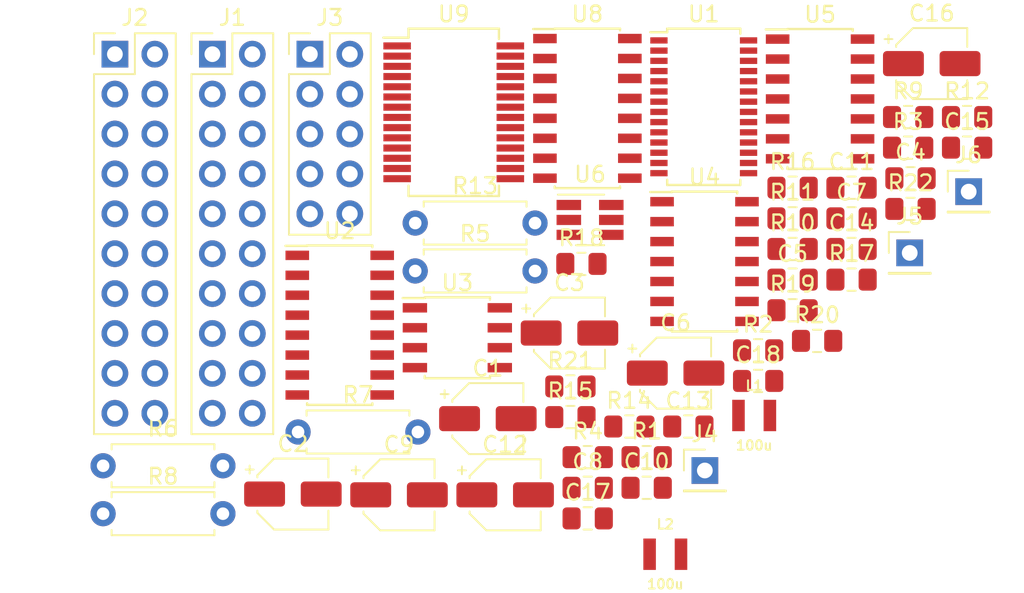
<source format=kicad_pcb>
(kicad_pcb (version 20171130) (host pcbnew 5.0.2-bee76a0~70~ubuntu16.04.1)

  (general
    (thickness 1.6)
    (drawings 0)
    (tracks 0)
    (zones 0)
    (modules 56)
    (nets 90)
  )

  (page A4)
  (layers
    (0 F.Cu signal)
    (31 B.Cu signal)
    (32 B.Adhes user)
    (33 F.Adhes user)
    (34 B.Paste user)
    (35 F.Paste user)
    (36 B.SilkS user)
    (37 F.SilkS user)
    (38 B.Mask user)
    (39 F.Mask user)
    (40 Dwgs.User user)
    (41 Cmts.User user)
    (42 Eco1.User user)
    (43 Eco2.User user)
    (44 Edge.Cuts user)
    (45 Margin user)
    (46 B.CrtYd user)
    (47 F.CrtYd user)
    (48 B.Fab user)
    (49 F.Fab user)
  )

  (setup
    (last_trace_width 0.25)
    (trace_clearance 0.2)
    (zone_clearance 0.508)
    (zone_45_only no)
    (trace_min 0.2)
    (segment_width 0.2)
    (edge_width 0.15)
    (via_size 0.8)
    (via_drill 0.4)
    (via_min_size 0.4)
    (via_min_drill 0.3)
    (uvia_size 0.3)
    (uvia_drill 0.1)
    (uvias_allowed no)
    (uvia_min_size 0.2)
    (uvia_min_drill 0.1)
    (pcb_text_width 0.3)
    (pcb_text_size 1.5 1.5)
    (mod_edge_width 0.15)
    (mod_text_size 1 1)
    (mod_text_width 0.15)
    (pad_size 1.524 1.524)
    (pad_drill 0.762)
    (pad_to_mask_clearance 0.051)
    (solder_mask_min_width 0.25)
    (aux_axis_origin 0 0)
    (visible_elements FFFFFF7F)
    (pcbplotparams
      (layerselection 0x010fc_ffffffff)
      (usegerberextensions false)
      (usegerberattributes false)
      (usegerberadvancedattributes false)
      (creategerberjobfile false)
      (excludeedgelayer true)
      (linewidth 0.100000)
      (plotframeref false)
      (viasonmask false)
      (mode 1)
      (useauxorigin false)
      (hpglpennumber 1)
      (hpglpenspeed 20)
      (hpglpendiameter 15.000000)
      (psnegative false)
      (psa4output false)
      (plotreference true)
      (plotvalue true)
      (plotinvisibletext false)
      (padsonsilk false)
      (subtractmaskfromsilk false)
      (outputformat 1)
      (mirror false)
      (drillshape 1)
      (scaleselection 1)
      (outputdirectory ""))
  )

  (net 0 "")
  (net 1 "Net-(R6-Pad1)")
  (net 2 "Net-(J6-Pad1)")
  (net 3 "Net-(J4-Pad1)")
  (net 4 "Net-(R5-Pad1)")
  (net 5 GND)
  (net 6 GNDA)
  (net 7 "Net-(R7-Pad1)")
  (net 8 "Net-(R10-Pad2)")
  (net 9 /STEP)
  (net 10 +3V3)
  (net 11 "Net-(R22-Pad1)")
  (net 12 "Net-(J1-Pad8)")
  (net 13 "Net-(J2-Pad8)")
  (net 14 "Net-(J2-Pad11)")
  (net 15 /RESET)
  (net 16 /DIR)
  (net 17 /DRVSEL)
  (net 18 /MOTORON)
  (net 19 "Net-(R11-Pad1)")
  (net 20 "Net-(C11-Pad2)")
  (net 21 "Net-(C10-Pad2)")
  (net 22 "Net-(J3-Pad2)")
  (net 23 /HEADLOAD)
  (net 24 "Net-(J3-Pad6)")
  (net 25 "Net-(J3-Pad8)")
  (net 26 "Net-(C2-Pad1)")
  (net 27 "Net-(C1-Pad1)")
  (net 28 "Net-(C1-Pad2)")
  (net 29 "Net-(U1-Pad1)")
  (net 30 "Net-(C8-Pad2)")
  (net 31 "Net-(C12-Pad2)")
  (net 32 "Net-(C12-Pad1)")
  (net 33 +3.3VADC)
  (net 34 /IFCLK)
  (net 35 /PB0)
  (net 36 /PB1)
  (net 37 /PB2)
  (net 38 /PB3)
  (net 39 /PB4)
  (net 40 /PB5)
  (net 41 /PB6)
  (net 42 /PB7)
  (net 43 /PD0)
  (net 44 /PD1)
  (net 45 /PD2)
  (net 46 /PD3)
  (net 47 /TRK00)
  (net 48 /CLKSEL0)
  (net 49 /CLKSEL1)
  (net 50 "Net-(U9-Pad11)")
  (net 51 /SCL)
  (net 52 /SDA)
  (net 53 "Net-(U9-Pad14)")
  (net 54 "Net-(U9-Pad19)")
  (net 55 "Net-(U9-Pad20)")
  (net 56 "Net-(U9-Pad21)")
  (net 57 "Net-(U9-Pad22)")
  (net 58 "Net-(U9-Pad23)")
  (net 59 "Net-(U9-Pad24)")
  (net 60 "Net-(U9-Pad25)")
  (net 61 "Net-(U9-Pad26)")
  (net 62 "Net-(U9-Pad27)")
  (net 63 "Net-(U9-Pad28)")
  (net 64 -3V3)
  (net 65 "Net-(U3-Pad7)")
  (net 66 "Net-(U2-Pad11)")
  (net 67 "Net-(U2-Pad12)")
  (net 68 "Net-(U2-Pad13)")
  (net 69 "Net-(U2-Pad14)")
  (net 70 "Net-(U8-Pad9)")
  (net 71 "Net-(U2-Pad15)")
  (net 72 /CLK)
  (net 73 "Net-(J3-Pad1)")
  (net 74 "Net-(J3-Pad3)")
  (net 75 "Net-(J3-Pad5)")
  (net 76 "Net-(J3-Pad7)")
  (net 77 "Net-(J3-Pad9)")
  (net 78 /INDEX)
  (net 79 /SECTOR)
  (net 80 "Net-(J2-Pad6)")
  (net 81 "Net-(J2-Pad7)")
  (net 82 "Net-(J2-Pad10)")
  (net 83 "Net-(J2-Pad12)")
  (net 84 "Net-(J2-Pad14)")
  (net 85 "Net-(J2-Pad15)")
  (net 86 "Net-(J2-Pad16)")
  (net 87 "Net-(J1-Pad3)")
  (net 88 "Net-(J1-Pad2)")
  (net 89 "Net-(J3-Pad4)")

  (net_class Default "This is the default net class."
    (clearance 0.2)
    (trace_width 0.25)
    (via_dia 0.8)
    (via_drill 0.4)
    (uvia_dia 0.3)
    (uvia_drill 0.1)
    (add_net +3.3VADC)
    (add_net +3V3)
    (add_net -3V3)
    (add_net /CLK)
    (add_net /CLKSEL0)
    (add_net /CLKSEL1)
    (add_net /DIR)
    (add_net /DRVSEL)
    (add_net /HEADLOAD)
    (add_net /IFCLK)
    (add_net /INDEX)
    (add_net /MOTORON)
    (add_net /PB0)
    (add_net /PB1)
    (add_net /PB2)
    (add_net /PB3)
    (add_net /PB4)
    (add_net /PB5)
    (add_net /PB6)
    (add_net /PB7)
    (add_net /PD0)
    (add_net /PD1)
    (add_net /PD2)
    (add_net /PD3)
    (add_net /RESET)
    (add_net /SCL)
    (add_net /SDA)
    (add_net /SECTOR)
    (add_net /STEP)
    (add_net /TRK00)
    (add_net GND)
    (add_net GNDA)
    (add_net "Net-(C1-Pad1)")
    (add_net "Net-(C1-Pad2)")
    (add_net "Net-(C10-Pad2)")
    (add_net "Net-(C11-Pad2)")
    (add_net "Net-(C12-Pad1)")
    (add_net "Net-(C12-Pad2)")
    (add_net "Net-(C2-Pad1)")
    (add_net "Net-(C8-Pad2)")
    (add_net "Net-(J1-Pad2)")
    (add_net "Net-(J1-Pad3)")
    (add_net "Net-(J1-Pad8)")
    (add_net "Net-(J2-Pad10)")
    (add_net "Net-(J2-Pad11)")
    (add_net "Net-(J2-Pad12)")
    (add_net "Net-(J2-Pad14)")
    (add_net "Net-(J2-Pad15)")
    (add_net "Net-(J2-Pad16)")
    (add_net "Net-(J2-Pad6)")
    (add_net "Net-(J2-Pad7)")
    (add_net "Net-(J2-Pad8)")
    (add_net "Net-(J3-Pad1)")
    (add_net "Net-(J3-Pad2)")
    (add_net "Net-(J3-Pad3)")
    (add_net "Net-(J3-Pad4)")
    (add_net "Net-(J3-Pad5)")
    (add_net "Net-(J3-Pad6)")
    (add_net "Net-(J3-Pad7)")
    (add_net "Net-(J3-Pad8)")
    (add_net "Net-(J3-Pad9)")
    (add_net "Net-(J4-Pad1)")
    (add_net "Net-(J6-Pad1)")
    (add_net "Net-(R10-Pad2)")
    (add_net "Net-(R11-Pad1)")
    (add_net "Net-(R22-Pad1)")
    (add_net "Net-(R5-Pad1)")
    (add_net "Net-(R6-Pad1)")
    (add_net "Net-(R7-Pad1)")
    (add_net "Net-(U1-Pad1)")
    (add_net "Net-(U2-Pad11)")
    (add_net "Net-(U2-Pad12)")
    (add_net "Net-(U2-Pad13)")
    (add_net "Net-(U2-Pad14)")
    (add_net "Net-(U2-Pad15)")
    (add_net "Net-(U3-Pad7)")
    (add_net "Net-(U8-Pad9)")
    (add_net "Net-(U9-Pad11)")
    (add_net "Net-(U9-Pad14)")
    (add_net "Net-(U9-Pad19)")
    (add_net "Net-(U9-Pad20)")
    (add_net "Net-(U9-Pad21)")
    (add_net "Net-(U9-Pad22)")
    (add_net "Net-(U9-Pad23)")
    (add_net "Net-(U9-Pad24)")
    (add_net "Net-(U9-Pad25)")
    (add_net "Net-(U9-Pad26)")
    (add_net "Net-(U9-Pad27)")
    (add_net "Net-(U9-Pad28)")
  )

  (module AnalogFluxReader:1007 (layer F.Cu) (tedit 200000) (tstamp 60A412C4)
    (at 161.29 103.505)
    (descr "GENERIC 2518 (1007) PACKAGE")
    (tags "GENERIC 2518 (1007) PACKAGE")
    (path /67F339D4)
    (attr smd)
    (fp_text reference L2 (at 0 -1.905) (layer F.SilkS)
      (effects (font (size 0.6096 0.6096) (thickness 0.127)))
    )
    (fp_text value 100u (at 0 1.905) (layer F.SilkS)
      (effects (font (size 0.6096 0.6096) (thickness 0.127)))
    )
    (fp_line (start -1.59766 1.19888) (end -1.59766 -1.19888) (layer F.CrtYd) (width 0.0508))
    (fp_line (start 1.59766 1.19888) (end -1.59766 1.19888) (layer F.CrtYd) (width 0.0508))
    (fp_line (start 1.59766 -1.19888) (end 1.59766 1.19888) (layer F.CrtYd) (width 0.0508))
    (fp_line (start -1.59766 -1.19888) (end 1.59766 -1.19888) (layer F.CrtYd) (width 0.0508))
    (fp_line (start 1.24968 -0.89916) (end -1.24968 -0.89916) (layer Dwgs.User) (width 0.127))
    (fp_line (start 1.24968 0.89916) (end 1.24968 -0.89916) (layer Dwgs.User) (width 0.127))
    (fp_line (start -1.24968 0.89916) (end 1.24968 0.89916) (layer Dwgs.User) (width 0.127))
    (fp_line (start -1.24968 -0.89916) (end -1.24968 0.89916) (layer Dwgs.User) (width 0.127))
    (pad 2 smd rect (at 0.99822 0 90) (size 1.99898 0.79756) (layers F.Cu F.Paste F.Mask)
      (net 33 +3.3VADC) (solder_mask_margin 0.1016))
    (pad 1 smd rect (at -0.99822 0 90) (size 1.99898 0.79756) (layers F.Cu F.Paste F.Mask)
      (net 10 +3V3) (solder_mask_margin 0.1016))
  )

  (module AnalogFluxReader:1007 (layer F.Cu) (tedit 200000) (tstamp 60A412B6)
    (at 166.943061 94.674281)
    (descr "GENERIC 2518 (1007) PACKAGE")
    (tags "GENERIC 2518 (1007) PACKAGE")
    (path /67F33478)
    (attr smd)
    (fp_text reference L1 (at 0 -1.905) (layer F.SilkS)
      (effects (font (size 0.6096 0.6096) (thickness 0.127)))
    )
    (fp_text value 100u (at 0 1.905) (layer F.SilkS)
      (effects (font (size 0.6096 0.6096) (thickness 0.127)))
    )
    (fp_line (start -1.24968 -0.89916) (end -1.24968 0.89916) (layer Dwgs.User) (width 0.127))
    (fp_line (start -1.24968 0.89916) (end 1.24968 0.89916) (layer Dwgs.User) (width 0.127))
    (fp_line (start 1.24968 0.89916) (end 1.24968 -0.89916) (layer Dwgs.User) (width 0.127))
    (fp_line (start 1.24968 -0.89916) (end -1.24968 -0.89916) (layer Dwgs.User) (width 0.127))
    (fp_line (start -1.59766 -1.19888) (end 1.59766 -1.19888) (layer F.CrtYd) (width 0.0508))
    (fp_line (start 1.59766 -1.19888) (end 1.59766 1.19888) (layer F.CrtYd) (width 0.0508))
    (fp_line (start 1.59766 1.19888) (end -1.59766 1.19888) (layer F.CrtYd) (width 0.0508))
    (fp_line (start -1.59766 1.19888) (end -1.59766 -1.19888) (layer F.CrtYd) (width 0.0508))
    (pad 1 smd rect (at -0.99822 0 90) (size 1.99898 0.79756) (layers F.Cu F.Paste F.Mask)
      (net 26 "Net-(C2-Pad1)") (solder_mask_margin 0.1016))
    (pad 2 smd rect (at 0.99822 0 90) (size 1.99898 0.79756) (layers F.Cu F.Paste F.Mask)
      (net 64 -3V3) (solder_mask_margin 0.1016))
  )

  (module Capacitor_SMD:CP_Elec_4x5.4 (layer F.Cu) (tedit 5BCA39CF) (tstamp 60A412A8)
    (at 178.235001 72.275001)
    (descr "SMD capacitor, aluminum electrolytic, Panasonic A5 / Nichicon, 4.0x5.4mm")
    (tags "capacitor electrolytic")
    (path /605A3749)
    (attr smd)
    (fp_text reference C16 (at 0 -3.2) (layer F.SilkS)
      (effects (font (size 1 1) (thickness 0.15)))
    )
    (fp_text value 47u (at 0 3.2) (layer F.Fab)
      (effects (font (size 1 1) (thickness 0.15)))
    )
    (fp_circle (center 0 0) (end 2 0) (layer F.Fab) (width 0.1))
    (fp_line (start 2.15 -2.15) (end 2.15 2.15) (layer F.Fab) (width 0.1))
    (fp_line (start -1.15 -2.15) (end 2.15 -2.15) (layer F.Fab) (width 0.1))
    (fp_line (start -1.15 2.15) (end 2.15 2.15) (layer F.Fab) (width 0.1))
    (fp_line (start -2.15 -1.15) (end -2.15 1.15) (layer F.Fab) (width 0.1))
    (fp_line (start -2.15 -1.15) (end -1.15 -2.15) (layer F.Fab) (width 0.1))
    (fp_line (start -2.15 1.15) (end -1.15 2.15) (layer F.Fab) (width 0.1))
    (fp_line (start -1.574773 -1) (end -1.174773 -1) (layer F.Fab) (width 0.1))
    (fp_line (start -1.374773 -1.2) (end -1.374773 -0.8) (layer F.Fab) (width 0.1))
    (fp_line (start 2.26 2.26) (end 2.26 1.06) (layer F.SilkS) (width 0.12))
    (fp_line (start 2.26 -2.26) (end 2.26 -1.06) (layer F.SilkS) (width 0.12))
    (fp_line (start -1.195563 -2.26) (end 2.26 -2.26) (layer F.SilkS) (width 0.12))
    (fp_line (start -1.195563 2.26) (end 2.26 2.26) (layer F.SilkS) (width 0.12))
    (fp_line (start -2.26 1.195563) (end -2.26 1.06) (layer F.SilkS) (width 0.12))
    (fp_line (start -2.26 -1.195563) (end -2.26 -1.06) (layer F.SilkS) (width 0.12))
    (fp_line (start -2.26 -1.195563) (end -1.195563 -2.26) (layer F.SilkS) (width 0.12))
    (fp_line (start -2.26 1.195563) (end -1.195563 2.26) (layer F.SilkS) (width 0.12))
    (fp_line (start -3 -1.56) (end -2.5 -1.56) (layer F.SilkS) (width 0.12))
    (fp_line (start -2.75 -1.81) (end -2.75 -1.31) (layer F.SilkS) (width 0.12))
    (fp_line (start 2.4 -2.4) (end 2.4 -1.05) (layer F.CrtYd) (width 0.05))
    (fp_line (start 2.4 -1.05) (end 3.35 -1.05) (layer F.CrtYd) (width 0.05))
    (fp_line (start 3.35 -1.05) (end 3.35 1.05) (layer F.CrtYd) (width 0.05))
    (fp_line (start 3.35 1.05) (end 2.4 1.05) (layer F.CrtYd) (width 0.05))
    (fp_line (start 2.4 1.05) (end 2.4 2.4) (layer F.CrtYd) (width 0.05))
    (fp_line (start -1.25 2.4) (end 2.4 2.4) (layer F.CrtYd) (width 0.05))
    (fp_line (start -1.25 -2.4) (end 2.4 -2.4) (layer F.CrtYd) (width 0.05))
    (fp_line (start -2.4 1.25) (end -1.25 2.4) (layer F.CrtYd) (width 0.05))
    (fp_line (start -2.4 -1.25) (end -1.25 -2.4) (layer F.CrtYd) (width 0.05))
    (fp_line (start -2.4 -1.25) (end -2.4 -1.05) (layer F.CrtYd) (width 0.05))
    (fp_line (start -2.4 1.05) (end -2.4 1.25) (layer F.CrtYd) (width 0.05))
    (fp_line (start -2.4 -1.05) (end -3.35 -1.05) (layer F.CrtYd) (width 0.05))
    (fp_line (start -3.35 -1.05) (end -3.35 1.05) (layer F.CrtYd) (width 0.05))
    (fp_line (start -3.35 1.05) (end -2.4 1.05) (layer F.CrtYd) (width 0.05))
    (fp_text user %R (at 0 0) (layer F.Fab)
      (effects (font (size 0.8 0.8) (thickness 0.12)))
    )
    (pad 1 smd roundrect (at -1.8 0) (size 2.6 1.6) (layers F.Cu F.Paste F.Mask) (roundrect_rratio 0.15625)
      (net 33 +3.3VADC))
    (pad 2 smd roundrect (at 1.8 0) (size 2.6 1.6) (layers F.Cu F.Paste F.Mask) (roundrect_rratio 0.15625)
      (net 6 GNDA))
    (model ${KISYS3DMOD}/Capacitor_SMD.3dshapes/CP_Elec_4x5.4.wrl
      (at (xyz 0 0 0))
      (scale (xyz 1 1 1))
      (rotate (xyz 0 0 0))
    )
  )

  (module Capacitor_SMD:CP_Elec_4x5.4 (layer F.Cu) (tedit 5BCA39CF) (tstamp 60A41280)
    (at 151.105001 99.725001)
    (descr "SMD capacitor, aluminum electrolytic, Panasonic A5 / Nichicon, 4.0x5.4mm")
    (tags "capacitor electrolytic")
    (path /682A5E0B)
    (attr smd)
    (fp_text reference C12 (at 0 -3.2) (layer F.SilkS)
      (effects (font (size 1 1) (thickness 0.15)))
    )
    (fp_text value 47u (at 0 3.2) (layer F.Fab)
      (effects (font (size 1 1) (thickness 0.15)))
    )
    (fp_text user %R (at 0 0) (layer F.Fab)
      (effects (font (size 0.8 0.8) (thickness 0.12)))
    )
    (fp_line (start -3.35 1.05) (end -2.4 1.05) (layer F.CrtYd) (width 0.05))
    (fp_line (start -3.35 -1.05) (end -3.35 1.05) (layer F.CrtYd) (width 0.05))
    (fp_line (start -2.4 -1.05) (end -3.35 -1.05) (layer F.CrtYd) (width 0.05))
    (fp_line (start -2.4 1.05) (end -2.4 1.25) (layer F.CrtYd) (width 0.05))
    (fp_line (start -2.4 -1.25) (end -2.4 -1.05) (layer F.CrtYd) (width 0.05))
    (fp_line (start -2.4 -1.25) (end -1.25 -2.4) (layer F.CrtYd) (width 0.05))
    (fp_line (start -2.4 1.25) (end -1.25 2.4) (layer F.CrtYd) (width 0.05))
    (fp_line (start -1.25 -2.4) (end 2.4 -2.4) (layer F.CrtYd) (width 0.05))
    (fp_line (start -1.25 2.4) (end 2.4 2.4) (layer F.CrtYd) (width 0.05))
    (fp_line (start 2.4 1.05) (end 2.4 2.4) (layer F.CrtYd) (width 0.05))
    (fp_line (start 3.35 1.05) (end 2.4 1.05) (layer F.CrtYd) (width 0.05))
    (fp_line (start 3.35 -1.05) (end 3.35 1.05) (layer F.CrtYd) (width 0.05))
    (fp_line (start 2.4 -1.05) (end 3.35 -1.05) (layer F.CrtYd) (width 0.05))
    (fp_line (start 2.4 -2.4) (end 2.4 -1.05) (layer F.CrtYd) (width 0.05))
    (fp_line (start -2.75 -1.81) (end -2.75 -1.31) (layer F.SilkS) (width 0.12))
    (fp_line (start -3 -1.56) (end -2.5 -1.56) (layer F.SilkS) (width 0.12))
    (fp_line (start -2.26 1.195563) (end -1.195563 2.26) (layer F.SilkS) (width 0.12))
    (fp_line (start -2.26 -1.195563) (end -1.195563 -2.26) (layer F.SilkS) (width 0.12))
    (fp_line (start -2.26 -1.195563) (end -2.26 -1.06) (layer F.SilkS) (width 0.12))
    (fp_line (start -2.26 1.195563) (end -2.26 1.06) (layer F.SilkS) (width 0.12))
    (fp_line (start -1.195563 2.26) (end 2.26 2.26) (layer F.SilkS) (width 0.12))
    (fp_line (start -1.195563 -2.26) (end 2.26 -2.26) (layer F.SilkS) (width 0.12))
    (fp_line (start 2.26 -2.26) (end 2.26 -1.06) (layer F.SilkS) (width 0.12))
    (fp_line (start 2.26 2.26) (end 2.26 1.06) (layer F.SilkS) (width 0.12))
    (fp_line (start -1.374773 -1.2) (end -1.374773 -0.8) (layer F.Fab) (width 0.1))
    (fp_line (start -1.574773 -1) (end -1.174773 -1) (layer F.Fab) (width 0.1))
    (fp_line (start -2.15 1.15) (end -1.15 2.15) (layer F.Fab) (width 0.1))
    (fp_line (start -2.15 -1.15) (end -1.15 -2.15) (layer F.Fab) (width 0.1))
    (fp_line (start -2.15 -1.15) (end -2.15 1.15) (layer F.Fab) (width 0.1))
    (fp_line (start -1.15 2.15) (end 2.15 2.15) (layer F.Fab) (width 0.1))
    (fp_line (start -1.15 -2.15) (end 2.15 -2.15) (layer F.Fab) (width 0.1))
    (fp_line (start 2.15 -2.15) (end 2.15 2.15) (layer F.Fab) (width 0.1))
    (fp_circle (center 0 0) (end 2 0) (layer F.Fab) (width 0.1))
    (pad 2 smd roundrect (at 1.8 0) (size 2.6 1.6) (layers F.Cu F.Paste F.Mask) (roundrect_rratio 0.15625)
      (net 31 "Net-(C12-Pad2)"))
    (pad 1 smd roundrect (at -1.8 0) (size 2.6 1.6) (layers F.Cu F.Paste F.Mask) (roundrect_rratio 0.15625)
      (net 32 "Net-(C12-Pad1)"))
    (model ${KISYS3DMOD}/Capacitor_SMD.3dshapes/CP_Elec_4x5.4.wrl
      (at (xyz 0 0 0))
      (scale (xyz 1 1 1))
      (rotate (xyz 0 0 0))
    )
  )

  (module Capacitor_SMD:CP_Elec_4x5.4 (layer F.Cu) (tedit 5BCA39CF) (tstamp 60A41258)
    (at 144.355001 99.725001)
    (descr "SMD capacitor, aluminum electrolytic, Panasonic A5 / Nichicon, 4.0x5.4mm")
    (tags "capacitor electrolytic")
    (path /682A5EF5)
    (attr smd)
    (fp_text reference C9 (at 0 -3.2) (layer F.SilkS)
      (effects (font (size 1 1) (thickness 0.15)))
    )
    (fp_text value 47u (at 0 3.2) (layer F.Fab)
      (effects (font (size 1 1) (thickness 0.15)))
    )
    (fp_circle (center 0 0) (end 2 0) (layer F.Fab) (width 0.1))
    (fp_line (start 2.15 -2.15) (end 2.15 2.15) (layer F.Fab) (width 0.1))
    (fp_line (start -1.15 -2.15) (end 2.15 -2.15) (layer F.Fab) (width 0.1))
    (fp_line (start -1.15 2.15) (end 2.15 2.15) (layer F.Fab) (width 0.1))
    (fp_line (start -2.15 -1.15) (end -2.15 1.15) (layer F.Fab) (width 0.1))
    (fp_line (start -2.15 -1.15) (end -1.15 -2.15) (layer F.Fab) (width 0.1))
    (fp_line (start -2.15 1.15) (end -1.15 2.15) (layer F.Fab) (width 0.1))
    (fp_line (start -1.574773 -1) (end -1.174773 -1) (layer F.Fab) (width 0.1))
    (fp_line (start -1.374773 -1.2) (end -1.374773 -0.8) (layer F.Fab) (width 0.1))
    (fp_line (start 2.26 2.26) (end 2.26 1.06) (layer F.SilkS) (width 0.12))
    (fp_line (start 2.26 -2.26) (end 2.26 -1.06) (layer F.SilkS) (width 0.12))
    (fp_line (start -1.195563 -2.26) (end 2.26 -2.26) (layer F.SilkS) (width 0.12))
    (fp_line (start -1.195563 2.26) (end 2.26 2.26) (layer F.SilkS) (width 0.12))
    (fp_line (start -2.26 1.195563) (end -2.26 1.06) (layer F.SilkS) (width 0.12))
    (fp_line (start -2.26 -1.195563) (end -2.26 -1.06) (layer F.SilkS) (width 0.12))
    (fp_line (start -2.26 -1.195563) (end -1.195563 -2.26) (layer F.SilkS) (width 0.12))
    (fp_line (start -2.26 1.195563) (end -1.195563 2.26) (layer F.SilkS) (width 0.12))
    (fp_line (start -3 -1.56) (end -2.5 -1.56) (layer F.SilkS) (width 0.12))
    (fp_line (start -2.75 -1.81) (end -2.75 -1.31) (layer F.SilkS) (width 0.12))
    (fp_line (start 2.4 -2.4) (end 2.4 -1.05) (layer F.CrtYd) (width 0.05))
    (fp_line (start 2.4 -1.05) (end 3.35 -1.05) (layer F.CrtYd) (width 0.05))
    (fp_line (start 3.35 -1.05) (end 3.35 1.05) (layer F.CrtYd) (width 0.05))
    (fp_line (start 3.35 1.05) (end 2.4 1.05) (layer F.CrtYd) (width 0.05))
    (fp_line (start 2.4 1.05) (end 2.4 2.4) (layer F.CrtYd) (width 0.05))
    (fp_line (start -1.25 2.4) (end 2.4 2.4) (layer F.CrtYd) (width 0.05))
    (fp_line (start -1.25 -2.4) (end 2.4 -2.4) (layer F.CrtYd) (width 0.05))
    (fp_line (start -2.4 1.25) (end -1.25 2.4) (layer F.CrtYd) (width 0.05))
    (fp_line (start -2.4 -1.25) (end -1.25 -2.4) (layer F.CrtYd) (width 0.05))
    (fp_line (start -2.4 -1.25) (end -2.4 -1.05) (layer F.CrtYd) (width 0.05))
    (fp_line (start -2.4 1.05) (end -2.4 1.25) (layer F.CrtYd) (width 0.05))
    (fp_line (start -2.4 -1.05) (end -3.35 -1.05) (layer F.CrtYd) (width 0.05))
    (fp_line (start -3.35 -1.05) (end -3.35 1.05) (layer F.CrtYd) (width 0.05))
    (fp_line (start -3.35 1.05) (end -2.4 1.05) (layer F.CrtYd) (width 0.05))
    (fp_text user %R (at 0 0) (layer F.Fab)
      (effects (font (size 0.8 0.8) (thickness 0.12)))
    )
    (pad 1 smd roundrect (at -1.8 0) (size 2.6 1.6) (layers F.Cu F.Paste F.Mask) (roundrect_rratio 0.15625)
      (net 30 "Net-(C8-Pad2)"))
    (pad 2 smd roundrect (at 1.8 0) (size 2.6 1.6) (layers F.Cu F.Paste F.Mask) (roundrect_rratio 0.15625)
      (net 6 GNDA))
    (model ${KISYS3DMOD}/Capacitor_SMD.3dshapes/CP_Elec_4x5.4.wrl
      (at (xyz 0 0 0))
      (scale (xyz 1 1 1))
      (rotate (xyz 0 0 0))
    )
  )

  (module Capacitor_SMD:CP_Elec_4x5.4 (layer F.Cu) (tedit 5BCA39CF) (tstamp 60A41230)
    (at 161.945001 91.975001)
    (descr "SMD capacitor, aluminum electrolytic, Panasonic A5 / Nichicon, 4.0x5.4mm")
    (tags "capacitor electrolytic")
    (path /605D3DDE)
    (attr smd)
    (fp_text reference C6 (at 0 -3.2) (layer F.SilkS)
      (effects (font (size 1 1) (thickness 0.15)))
    )
    (fp_text value 47u (at 0 3.2) (layer F.Fab)
      (effects (font (size 1 1) (thickness 0.15)))
    )
    (fp_text user %R (at 0 0) (layer F.Fab)
      (effects (font (size 0.8 0.8) (thickness 0.12)))
    )
    (fp_line (start -3.35 1.05) (end -2.4 1.05) (layer F.CrtYd) (width 0.05))
    (fp_line (start -3.35 -1.05) (end -3.35 1.05) (layer F.CrtYd) (width 0.05))
    (fp_line (start -2.4 -1.05) (end -3.35 -1.05) (layer F.CrtYd) (width 0.05))
    (fp_line (start -2.4 1.05) (end -2.4 1.25) (layer F.CrtYd) (width 0.05))
    (fp_line (start -2.4 -1.25) (end -2.4 -1.05) (layer F.CrtYd) (width 0.05))
    (fp_line (start -2.4 -1.25) (end -1.25 -2.4) (layer F.CrtYd) (width 0.05))
    (fp_line (start -2.4 1.25) (end -1.25 2.4) (layer F.CrtYd) (width 0.05))
    (fp_line (start -1.25 -2.4) (end 2.4 -2.4) (layer F.CrtYd) (width 0.05))
    (fp_line (start -1.25 2.4) (end 2.4 2.4) (layer F.CrtYd) (width 0.05))
    (fp_line (start 2.4 1.05) (end 2.4 2.4) (layer F.CrtYd) (width 0.05))
    (fp_line (start 3.35 1.05) (end 2.4 1.05) (layer F.CrtYd) (width 0.05))
    (fp_line (start 3.35 -1.05) (end 3.35 1.05) (layer F.CrtYd) (width 0.05))
    (fp_line (start 2.4 -1.05) (end 3.35 -1.05) (layer F.CrtYd) (width 0.05))
    (fp_line (start 2.4 -2.4) (end 2.4 -1.05) (layer F.CrtYd) (width 0.05))
    (fp_line (start -2.75 -1.81) (end -2.75 -1.31) (layer F.SilkS) (width 0.12))
    (fp_line (start -3 -1.56) (end -2.5 -1.56) (layer F.SilkS) (width 0.12))
    (fp_line (start -2.26 1.195563) (end -1.195563 2.26) (layer F.SilkS) (width 0.12))
    (fp_line (start -2.26 -1.195563) (end -1.195563 -2.26) (layer F.SilkS) (width 0.12))
    (fp_line (start -2.26 -1.195563) (end -2.26 -1.06) (layer F.SilkS) (width 0.12))
    (fp_line (start -2.26 1.195563) (end -2.26 1.06) (layer F.SilkS) (width 0.12))
    (fp_line (start -1.195563 2.26) (end 2.26 2.26) (layer F.SilkS) (width 0.12))
    (fp_line (start -1.195563 -2.26) (end 2.26 -2.26) (layer F.SilkS) (width 0.12))
    (fp_line (start 2.26 -2.26) (end 2.26 -1.06) (layer F.SilkS) (width 0.12))
    (fp_line (start 2.26 2.26) (end 2.26 1.06) (layer F.SilkS) (width 0.12))
    (fp_line (start -1.374773 -1.2) (end -1.374773 -0.8) (layer F.Fab) (width 0.1))
    (fp_line (start -1.574773 -1) (end -1.174773 -1) (layer F.Fab) (width 0.1))
    (fp_line (start -2.15 1.15) (end -1.15 2.15) (layer F.Fab) (width 0.1))
    (fp_line (start -2.15 -1.15) (end -1.15 -2.15) (layer F.Fab) (width 0.1))
    (fp_line (start -2.15 -1.15) (end -2.15 1.15) (layer F.Fab) (width 0.1))
    (fp_line (start -1.15 2.15) (end 2.15 2.15) (layer F.Fab) (width 0.1))
    (fp_line (start -1.15 -2.15) (end 2.15 -2.15) (layer F.Fab) (width 0.1))
    (fp_line (start 2.15 -2.15) (end 2.15 2.15) (layer F.Fab) (width 0.1))
    (fp_circle (center 0 0) (end 2 0) (layer F.Fab) (width 0.1))
    (pad 2 smd roundrect (at 1.8 0) (size 2.6 1.6) (layers F.Cu F.Paste F.Mask) (roundrect_rratio 0.15625)
      (net 5 GND))
    (pad 1 smd roundrect (at -1.8 0) (size 2.6 1.6) (layers F.Cu F.Paste F.Mask) (roundrect_rratio 0.15625)
      (net 10 +3V3))
    (model ${KISYS3DMOD}/Capacitor_SMD.3dshapes/CP_Elec_4x5.4.wrl
      (at (xyz 0 0 0))
      (scale (xyz 1 1 1))
      (rotate (xyz 0 0 0))
    )
  )

  (module Capacitor_SMD:CP_Elec_4x5.4 (layer F.Cu) (tedit 5BCA39CF) (tstamp 60A41208)
    (at 155.195001 89.425001)
    (descr "SMD capacitor, aluminum electrolytic, Panasonic A5 / Nichicon, 4.0x5.4mm")
    (tags "capacitor electrolytic")
    (path /67F333C2)
    (attr smd)
    (fp_text reference C3 (at 0 -3.2) (layer F.SilkS)
      (effects (font (size 1 1) (thickness 0.15)))
    )
    (fp_text value 3.3u (at 0 3.2) (layer F.Fab)
      (effects (font (size 1 1) (thickness 0.15)))
    )
    (fp_circle (center 0 0) (end 2 0) (layer F.Fab) (width 0.1))
    (fp_line (start 2.15 -2.15) (end 2.15 2.15) (layer F.Fab) (width 0.1))
    (fp_line (start -1.15 -2.15) (end 2.15 -2.15) (layer F.Fab) (width 0.1))
    (fp_line (start -1.15 2.15) (end 2.15 2.15) (layer F.Fab) (width 0.1))
    (fp_line (start -2.15 -1.15) (end -2.15 1.15) (layer F.Fab) (width 0.1))
    (fp_line (start -2.15 -1.15) (end -1.15 -2.15) (layer F.Fab) (width 0.1))
    (fp_line (start -2.15 1.15) (end -1.15 2.15) (layer F.Fab) (width 0.1))
    (fp_line (start -1.574773 -1) (end -1.174773 -1) (layer F.Fab) (width 0.1))
    (fp_line (start -1.374773 -1.2) (end -1.374773 -0.8) (layer F.Fab) (width 0.1))
    (fp_line (start 2.26 2.26) (end 2.26 1.06) (layer F.SilkS) (width 0.12))
    (fp_line (start 2.26 -2.26) (end 2.26 -1.06) (layer F.SilkS) (width 0.12))
    (fp_line (start -1.195563 -2.26) (end 2.26 -2.26) (layer F.SilkS) (width 0.12))
    (fp_line (start -1.195563 2.26) (end 2.26 2.26) (layer F.SilkS) (width 0.12))
    (fp_line (start -2.26 1.195563) (end -2.26 1.06) (layer F.SilkS) (width 0.12))
    (fp_line (start -2.26 -1.195563) (end -2.26 -1.06) (layer F.SilkS) (width 0.12))
    (fp_line (start -2.26 -1.195563) (end -1.195563 -2.26) (layer F.SilkS) (width 0.12))
    (fp_line (start -2.26 1.195563) (end -1.195563 2.26) (layer F.SilkS) (width 0.12))
    (fp_line (start -3 -1.56) (end -2.5 -1.56) (layer F.SilkS) (width 0.12))
    (fp_line (start -2.75 -1.81) (end -2.75 -1.31) (layer F.SilkS) (width 0.12))
    (fp_line (start 2.4 -2.4) (end 2.4 -1.05) (layer F.CrtYd) (width 0.05))
    (fp_line (start 2.4 -1.05) (end 3.35 -1.05) (layer F.CrtYd) (width 0.05))
    (fp_line (start 3.35 -1.05) (end 3.35 1.05) (layer F.CrtYd) (width 0.05))
    (fp_line (start 3.35 1.05) (end 2.4 1.05) (layer F.CrtYd) (width 0.05))
    (fp_line (start 2.4 1.05) (end 2.4 2.4) (layer F.CrtYd) (width 0.05))
    (fp_line (start -1.25 2.4) (end 2.4 2.4) (layer F.CrtYd) (width 0.05))
    (fp_line (start -1.25 -2.4) (end 2.4 -2.4) (layer F.CrtYd) (width 0.05))
    (fp_line (start -2.4 1.25) (end -1.25 2.4) (layer F.CrtYd) (width 0.05))
    (fp_line (start -2.4 -1.25) (end -1.25 -2.4) (layer F.CrtYd) (width 0.05))
    (fp_line (start -2.4 -1.25) (end -2.4 -1.05) (layer F.CrtYd) (width 0.05))
    (fp_line (start -2.4 1.05) (end -2.4 1.25) (layer F.CrtYd) (width 0.05))
    (fp_line (start -2.4 -1.05) (end -3.35 -1.05) (layer F.CrtYd) (width 0.05))
    (fp_line (start -3.35 -1.05) (end -3.35 1.05) (layer F.CrtYd) (width 0.05))
    (fp_line (start -3.35 1.05) (end -2.4 1.05) (layer F.CrtYd) (width 0.05))
    (fp_text user %R (at 0 0) (layer F.Fab)
      (effects (font (size 0.8 0.8) (thickness 0.12)))
    )
    (pad 1 smd roundrect (at -1.8 0) (size 2.6 1.6) (layers F.Cu F.Paste F.Mask) (roundrect_rratio 0.15625)
      (net 6 GNDA))
    (pad 2 smd roundrect (at 1.8 0) (size 2.6 1.6) (layers F.Cu F.Paste F.Mask) (roundrect_rratio 0.15625)
      (net 64 -3V3))
    (model ${KISYS3DMOD}/Capacitor_SMD.3dshapes/CP_Elec_4x5.4.wrl
      (at (xyz 0 0 0))
      (scale (xyz 1 1 1))
      (rotate (xyz 0 0 0))
    )
  )

  (module Capacitor_SMD:CP_Elec_4x5.4 (layer F.Cu) (tedit 5BCA39CF) (tstamp 60A411E0)
    (at 150.005001 94.875001)
    (descr "SMD capacitor, aluminum electrolytic, Panasonic A5 / Nichicon, 4.0x5.4mm")
    (tags "capacitor electrolytic")
    (path /67F33505)
    (attr smd)
    (fp_text reference C1 (at 0 -3.2) (layer F.SilkS)
      (effects (font (size 1 1) (thickness 0.15)))
    )
    (fp_text value 3.3u (at 0 3.2) (layer F.Fab)
      (effects (font (size 1 1) (thickness 0.15)))
    )
    (fp_text user %R (at 0 0) (layer F.Fab)
      (effects (font (size 0.8 0.8) (thickness 0.12)))
    )
    (fp_line (start -3.35 1.05) (end -2.4 1.05) (layer F.CrtYd) (width 0.05))
    (fp_line (start -3.35 -1.05) (end -3.35 1.05) (layer F.CrtYd) (width 0.05))
    (fp_line (start -2.4 -1.05) (end -3.35 -1.05) (layer F.CrtYd) (width 0.05))
    (fp_line (start -2.4 1.05) (end -2.4 1.25) (layer F.CrtYd) (width 0.05))
    (fp_line (start -2.4 -1.25) (end -2.4 -1.05) (layer F.CrtYd) (width 0.05))
    (fp_line (start -2.4 -1.25) (end -1.25 -2.4) (layer F.CrtYd) (width 0.05))
    (fp_line (start -2.4 1.25) (end -1.25 2.4) (layer F.CrtYd) (width 0.05))
    (fp_line (start -1.25 -2.4) (end 2.4 -2.4) (layer F.CrtYd) (width 0.05))
    (fp_line (start -1.25 2.4) (end 2.4 2.4) (layer F.CrtYd) (width 0.05))
    (fp_line (start 2.4 1.05) (end 2.4 2.4) (layer F.CrtYd) (width 0.05))
    (fp_line (start 3.35 1.05) (end 2.4 1.05) (layer F.CrtYd) (width 0.05))
    (fp_line (start 3.35 -1.05) (end 3.35 1.05) (layer F.CrtYd) (width 0.05))
    (fp_line (start 2.4 -1.05) (end 3.35 -1.05) (layer F.CrtYd) (width 0.05))
    (fp_line (start 2.4 -2.4) (end 2.4 -1.05) (layer F.CrtYd) (width 0.05))
    (fp_line (start -2.75 -1.81) (end -2.75 -1.31) (layer F.SilkS) (width 0.12))
    (fp_line (start -3 -1.56) (end -2.5 -1.56) (layer F.SilkS) (width 0.12))
    (fp_line (start -2.26 1.195563) (end -1.195563 2.26) (layer F.SilkS) (width 0.12))
    (fp_line (start -2.26 -1.195563) (end -1.195563 -2.26) (layer F.SilkS) (width 0.12))
    (fp_line (start -2.26 -1.195563) (end -2.26 -1.06) (layer F.SilkS) (width 0.12))
    (fp_line (start -2.26 1.195563) (end -2.26 1.06) (layer F.SilkS) (width 0.12))
    (fp_line (start -1.195563 2.26) (end 2.26 2.26) (layer F.SilkS) (width 0.12))
    (fp_line (start -1.195563 -2.26) (end 2.26 -2.26) (layer F.SilkS) (width 0.12))
    (fp_line (start 2.26 -2.26) (end 2.26 -1.06) (layer F.SilkS) (width 0.12))
    (fp_line (start 2.26 2.26) (end 2.26 1.06) (layer F.SilkS) (width 0.12))
    (fp_line (start -1.374773 -1.2) (end -1.374773 -0.8) (layer F.Fab) (width 0.1))
    (fp_line (start -1.574773 -1) (end -1.174773 -1) (layer F.Fab) (width 0.1))
    (fp_line (start -2.15 1.15) (end -1.15 2.15) (layer F.Fab) (width 0.1))
    (fp_line (start -2.15 -1.15) (end -1.15 -2.15) (layer F.Fab) (width 0.1))
    (fp_line (start -2.15 -1.15) (end -2.15 1.15) (layer F.Fab) (width 0.1))
    (fp_line (start -1.15 2.15) (end 2.15 2.15) (layer F.Fab) (width 0.1))
    (fp_line (start -1.15 -2.15) (end 2.15 -2.15) (layer F.Fab) (width 0.1))
    (fp_line (start 2.15 -2.15) (end 2.15 2.15) (layer F.Fab) (width 0.1))
    (fp_circle (center 0 0) (end 2 0) (layer F.Fab) (width 0.1))
    (pad 2 smd roundrect (at 1.8 0) (size 2.6 1.6) (layers F.Cu F.Paste F.Mask) (roundrect_rratio 0.15625)
      (net 28 "Net-(C1-Pad2)"))
    (pad 1 smd roundrect (at -1.8 0) (size 2.6 1.6) (layers F.Cu F.Paste F.Mask) (roundrect_rratio 0.15625)
      (net 27 "Net-(C1-Pad1)"))
    (model ${KISYS3DMOD}/Capacitor_SMD.3dshapes/CP_Elec_4x5.4.wrl
      (at (xyz 0 0 0))
      (scale (xyz 1 1 1))
      (rotate (xyz 0 0 0))
    )
  )

  (module Capacitor_SMD:CP_Elec_4x5.4 (layer F.Cu) (tedit 5BCA39CF) (tstamp 60A411B8)
    (at 137.605001 99.675001)
    (descr "SMD capacitor, aluminum electrolytic, Panasonic A5 / Nichicon, 4.0x5.4mm")
    (tags "capacitor electrolytic")
    (path /67F3618F)
    (attr smd)
    (fp_text reference C2 (at 0 -3.2) (layer F.SilkS)
      (effects (font (size 1 1) (thickness 0.15)))
    )
    (fp_text value 3.3u (at 0 3.2) (layer F.Fab)
      (effects (font (size 1 1) (thickness 0.15)))
    )
    (fp_circle (center 0 0) (end 2 0) (layer F.Fab) (width 0.1))
    (fp_line (start 2.15 -2.15) (end 2.15 2.15) (layer F.Fab) (width 0.1))
    (fp_line (start -1.15 -2.15) (end 2.15 -2.15) (layer F.Fab) (width 0.1))
    (fp_line (start -1.15 2.15) (end 2.15 2.15) (layer F.Fab) (width 0.1))
    (fp_line (start -2.15 -1.15) (end -2.15 1.15) (layer F.Fab) (width 0.1))
    (fp_line (start -2.15 -1.15) (end -1.15 -2.15) (layer F.Fab) (width 0.1))
    (fp_line (start -2.15 1.15) (end -1.15 2.15) (layer F.Fab) (width 0.1))
    (fp_line (start -1.574773 -1) (end -1.174773 -1) (layer F.Fab) (width 0.1))
    (fp_line (start -1.374773 -1.2) (end -1.374773 -0.8) (layer F.Fab) (width 0.1))
    (fp_line (start 2.26 2.26) (end 2.26 1.06) (layer F.SilkS) (width 0.12))
    (fp_line (start 2.26 -2.26) (end 2.26 -1.06) (layer F.SilkS) (width 0.12))
    (fp_line (start -1.195563 -2.26) (end 2.26 -2.26) (layer F.SilkS) (width 0.12))
    (fp_line (start -1.195563 2.26) (end 2.26 2.26) (layer F.SilkS) (width 0.12))
    (fp_line (start -2.26 1.195563) (end -2.26 1.06) (layer F.SilkS) (width 0.12))
    (fp_line (start -2.26 -1.195563) (end -2.26 -1.06) (layer F.SilkS) (width 0.12))
    (fp_line (start -2.26 -1.195563) (end -1.195563 -2.26) (layer F.SilkS) (width 0.12))
    (fp_line (start -2.26 1.195563) (end -1.195563 2.26) (layer F.SilkS) (width 0.12))
    (fp_line (start -3 -1.56) (end -2.5 -1.56) (layer F.SilkS) (width 0.12))
    (fp_line (start -2.75 -1.81) (end -2.75 -1.31) (layer F.SilkS) (width 0.12))
    (fp_line (start 2.4 -2.4) (end 2.4 -1.05) (layer F.CrtYd) (width 0.05))
    (fp_line (start 2.4 -1.05) (end 3.35 -1.05) (layer F.CrtYd) (width 0.05))
    (fp_line (start 3.35 -1.05) (end 3.35 1.05) (layer F.CrtYd) (width 0.05))
    (fp_line (start 3.35 1.05) (end 2.4 1.05) (layer F.CrtYd) (width 0.05))
    (fp_line (start 2.4 1.05) (end 2.4 2.4) (layer F.CrtYd) (width 0.05))
    (fp_line (start -1.25 2.4) (end 2.4 2.4) (layer F.CrtYd) (width 0.05))
    (fp_line (start -1.25 -2.4) (end 2.4 -2.4) (layer F.CrtYd) (width 0.05))
    (fp_line (start -2.4 1.25) (end -1.25 2.4) (layer F.CrtYd) (width 0.05))
    (fp_line (start -2.4 -1.25) (end -1.25 -2.4) (layer F.CrtYd) (width 0.05))
    (fp_line (start -2.4 -1.25) (end -2.4 -1.05) (layer F.CrtYd) (width 0.05))
    (fp_line (start -2.4 1.05) (end -2.4 1.25) (layer F.CrtYd) (width 0.05))
    (fp_line (start -2.4 -1.05) (end -3.35 -1.05) (layer F.CrtYd) (width 0.05))
    (fp_line (start -3.35 -1.05) (end -3.35 1.05) (layer F.CrtYd) (width 0.05))
    (fp_line (start -3.35 1.05) (end -2.4 1.05) (layer F.CrtYd) (width 0.05))
    (fp_text user %R (at 0 0) (layer F.Fab)
      (effects (font (size 0.8 0.8) (thickness 0.12)))
    )
    (pad 1 smd roundrect (at -1.8 0) (size 2.6 1.6) (layers F.Cu F.Paste F.Mask) (roundrect_rratio 0.15625)
      (net 26 "Net-(C2-Pad1)"))
    (pad 2 smd roundrect (at 1.8 0) (size 2.6 1.6) (layers F.Cu F.Paste F.Mask) (roundrect_rratio 0.15625)
      (net 6 GNDA))
    (model ${KISYS3DMOD}/Capacitor_SMD.3dshapes/CP_Elec_4x5.4.wrl
      (at (xyz 0 0 0))
      (scale (xyz 1 1 1))
      (rotate (xyz 0 0 0))
    )
  )

  (module Capacitor_SMD:C_0805_2012Metric_Pad1.15x1.40mm_HandSolder (layer F.Cu) (tedit 5B36C52B) (tstamp 60A41190)
    (at 162.755001 95.375001)
    (descr "Capacitor SMD 0805 (2012 Metric), square (rectangular) end terminal, IPC_7351 nominal with elongated pad for handsoldering. (Body size source: https://docs.google.com/spreadsheets/d/1BsfQQcO9C6DZCsRaXUlFlo91Tg2WpOkGARC1WS5S8t0/edit?usp=sharing), generated with kicad-footprint-generator")
    (tags "capacitor handsolder")
    (path /6826E6EA)
    (attr smd)
    (fp_text reference C13 (at 0 -1.65) (layer F.SilkS)
      (effects (font (size 1 1) (thickness 0.15)))
    )
    (fp_text value 100n (at 0 1.65) (layer F.Fab)
      (effects (font (size 1 1) (thickness 0.15)))
    )
    (fp_line (start -1 0.6) (end -1 -0.6) (layer F.Fab) (width 0.1))
    (fp_line (start -1 -0.6) (end 1 -0.6) (layer F.Fab) (width 0.1))
    (fp_line (start 1 -0.6) (end 1 0.6) (layer F.Fab) (width 0.1))
    (fp_line (start 1 0.6) (end -1 0.6) (layer F.Fab) (width 0.1))
    (fp_line (start -0.261252 -0.71) (end 0.261252 -0.71) (layer F.SilkS) (width 0.12))
    (fp_line (start -0.261252 0.71) (end 0.261252 0.71) (layer F.SilkS) (width 0.12))
    (fp_line (start -1.85 0.95) (end -1.85 -0.95) (layer F.CrtYd) (width 0.05))
    (fp_line (start -1.85 -0.95) (end 1.85 -0.95) (layer F.CrtYd) (width 0.05))
    (fp_line (start 1.85 -0.95) (end 1.85 0.95) (layer F.CrtYd) (width 0.05))
    (fp_line (start 1.85 0.95) (end -1.85 0.95) (layer F.CrtYd) (width 0.05))
    (fp_text user %R (at 0 0) (layer F.Fab)
      (effects (font (size 0.5 0.5) (thickness 0.08)))
    )
    (pad 1 smd roundrect (at -1.025 0) (size 1.15 1.4) (layers F.Cu F.Paste F.Mask) (roundrect_rratio 0.217391)
      (net 6 GNDA))
    (pad 2 smd roundrect (at 1.025 0) (size 1.15 1.4) (layers F.Cu F.Paste F.Mask) (roundrect_rratio 0.217391)
      (net 31 "Net-(C12-Pad2)"))
    (model ${KISYS3DMOD}/Capacitor_SMD.3dshapes/C_0805_2012Metric.wrl
      (at (xyz 0 0 0))
      (scale (xyz 1 1 1))
      (rotate (xyz 0 0 0))
    )
  )

  (module Capacitor_SMD:C_0805_2012Metric_Pad1.15x1.40mm_HandSolder (layer F.Cu) (tedit 5B36C52B) (tstamp 60A4117F)
    (at 176.885001 79.575001)
    (descr "Capacitor SMD 0805 (2012 Metric), square (rectangular) end terminal, IPC_7351 nominal with elongated pad for handsoldering. (Body size source: https://docs.google.com/spreadsheets/d/1BsfQQcO9C6DZCsRaXUlFlo91Tg2WpOkGARC1WS5S8t0/edit?usp=sharing), generated with kicad-footprint-generator")
    (tags "capacitor handsolder")
    (path /67F33983)
    (attr smd)
    (fp_text reference C4 (at 0 -1.65) (layer F.SilkS)
      (effects (font (size 1 1) (thickness 0.15)))
    )
    (fp_text value 100n (at 0 1.65) (layer F.Fab)
      (effects (font (size 1 1) (thickness 0.15)))
    )
    (fp_text user %R (at 0 0) (layer F.Fab)
      (effects (font (size 0.5 0.5) (thickness 0.08)))
    )
    (fp_line (start 1.85 0.95) (end -1.85 0.95) (layer F.CrtYd) (width 0.05))
    (fp_line (start 1.85 -0.95) (end 1.85 0.95) (layer F.CrtYd) (width 0.05))
    (fp_line (start -1.85 -0.95) (end 1.85 -0.95) (layer F.CrtYd) (width 0.05))
    (fp_line (start -1.85 0.95) (end -1.85 -0.95) (layer F.CrtYd) (width 0.05))
    (fp_line (start -0.261252 0.71) (end 0.261252 0.71) (layer F.SilkS) (width 0.12))
    (fp_line (start -0.261252 -0.71) (end 0.261252 -0.71) (layer F.SilkS) (width 0.12))
    (fp_line (start 1 0.6) (end -1 0.6) (layer F.Fab) (width 0.1))
    (fp_line (start 1 -0.6) (end 1 0.6) (layer F.Fab) (width 0.1))
    (fp_line (start -1 -0.6) (end 1 -0.6) (layer F.Fab) (width 0.1))
    (fp_line (start -1 0.6) (end -1 -0.6) (layer F.Fab) (width 0.1))
    (pad 2 smd roundrect (at 1.025 0) (size 1.15 1.4) (layers F.Cu F.Paste F.Mask) (roundrect_rratio 0.217391)
      (net 6 GNDA))
    (pad 1 smd roundrect (at -1.025 0) (size 1.15 1.4) (layers F.Cu F.Paste F.Mask) (roundrect_rratio 0.217391)
      (net 33 +3.3VADC))
    (model ${KISYS3DMOD}/Capacitor_SMD.3dshapes/C_0805_2012Metric.wrl
      (at (xyz 0 0 0))
      (scale (xyz 1 1 1))
      (rotate (xyz 0 0 0))
    )
  )

  (module Capacitor_SMD:C_0805_2012Metric_Pad1.15x1.40mm_HandSolder (layer F.Cu) (tedit 5B36C52B) (tstamp 60A4116E)
    (at 169.385001 86.025001)
    (descr "Capacitor SMD 0805 (2012 Metric), square (rectangular) end terminal, IPC_7351 nominal with elongated pad for handsoldering. (Body size source: https://docs.google.com/spreadsheets/d/1BsfQQcO9C6DZCsRaXUlFlo91Tg2WpOkGARC1WS5S8t0/edit?usp=sharing), generated with kicad-footprint-generator")
    (tags "capacitor handsolder")
    (path /60573243)
    (attr smd)
    (fp_text reference C5 (at 0 -1.65) (layer F.SilkS)
      (effects (font (size 1 1) (thickness 0.15)))
    )
    (fp_text value 100n (at 0 1.65) (layer F.Fab)
      (effects (font (size 1 1) (thickness 0.15)))
    )
    (fp_line (start -1 0.6) (end -1 -0.6) (layer F.Fab) (width 0.1))
    (fp_line (start -1 -0.6) (end 1 -0.6) (layer F.Fab) (width 0.1))
    (fp_line (start 1 -0.6) (end 1 0.6) (layer F.Fab) (width 0.1))
    (fp_line (start 1 0.6) (end -1 0.6) (layer F.Fab) (width 0.1))
    (fp_line (start -0.261252 -0.71) (end 0.261252 -0.71) (layer F.SilkS) (width 0.12))
    (fp_line (start -0.261252 0.71) (end 0.261252 0.71) (layer F.SilkS) (width 0.12))
    (fp_line (start -1.85 0.95) (end -1.85 -0.95) (layer F.CrtYd) (width 0.05))
    (fp_line (start -1.85 -0.95) (end 1.85 -0.95) (layer F.CrtYd) (width 0.05))
    (fp_line (start 1.85 -0.95) (end 1.85 0.95) (layer F.CrtYd) (width 0.05))
    (fp_line (start 1.85 0.95) (end -1.85 0.95) (layer F.CrtYd) (width 0.05))
    (fp_text user %R (at 0 0) (layer F.Fab)
      (effects (font (size 0.5 0.5) (thickness 0.08)))
    )
    (pad 1 smd roundrect (at -1.025 0) (size 1.15 1.4) (layers F.Cu F.Paste F.Mask) (roundrect_rratio 0.217391)
      (net 10 +3V3))
    (pad 2 smd roundrect (at 1.025 0) (size 1.15 1.4) (layers F.Cu F.Paste F.Mask) (roundrect_rratio 0.217391)
      (net 5 GND))
    (model ${KISYS3DMOD}/Capacitor_SMD.3dshapes/C_0805_2012Metric.wrl
      (at (xyz 0 0 0))
      (scale (xyz 1 1 1))
      (rotate (xyz 0 0 0))
    )
  )

  (module Capacitor_SMD:C_0805_2012Metric_Pad1.15x1.40mm_HandSolder (layer F.Cu) (tedit 5B36C52B) (tstamp 60A4115D)
    (at 173.135001 82.125001)
    (descr "Capacitor SMD 0805 (2012 Metric), square (rectangular) end terminal, IPC_7351 nominal with elongated pad for handsoldering. (Body size source: https://docs.google.com/spreadsheets/d/1BsfQQcO9C6DZCsRaXUlFlo91Tg2WpOkGARC1WS5S8t0/edit?usp=sharing), generated with kicad-footprint-generator")
    (tags "capacitor handsolder")
    (path /67F35AD5)
    (attr smd)
    (fp_text reference C7 (at 0 -1.65) (layer F.SilkS)
      (effects (font (size 1 1) (thickness 0.15)))
    )
    (fp_text value 100n (at 0 1.65) (layer F.Fab)
      (effects (font (size 1 1) (thickness 0.15)))
    )
    (fp_text user %R (at 0 0) (layer F.Fab)
      (effects (font (size 0.5 0.5) (thickness 0.08)))
    )
    (fp_line (start 1.85 0.95) (end -1.85 0.95) (layer F.CrtYd) (width 0.05))
    (fp_line (start 1.85 -0.95) (end 1.85 0.95) (layer F.CrtYd) (width 0.05))
    (fp_line (start -1.85 -0.95) (end 1.85 -0.95) (layer F.CrtYd) (width 0.05))
    (fp_line (start -1.85 0.95) (end -1.85 -0.95) (layer F.CrtYd) (width 0.05))
    (fp_line (start -0.261252 0.71) (end 0.261252 0.71) (layer F.SilkS) (width 0.12))
    (fp_line (start -0.261252 -0.71) (end 0.261252 -0.71) (layer F.SilkS) (width 0.12))
    (fp_line (start 1 0.6) (end -1 0.6) (layer F.Fab) (width 0.1))
    (fp_line (start 1 -0.6) (end 1 0.6) (layer F.Fab) (width 0.1))
    (fp_line (start -1 -0.6) (end 1 -0.6) (layer F.Fab) (width 0.1))
    (fp_line (start -1 0.6) (end -1 -0.6) (layer F.Fab) (width 0.1))
    (pad 2 smd roundrect (at 1.025 0) (size 1.15 1.4) (layers F.Cu F.Paste F.Mask) (roundrect_rratio 0.217391)
      (net 5 GND))
    (pad 1 smd roundrect (at -1.025 0) (size 1.15 1.4) (layers F.Cu F.Paste F.Mask) (roundrect_rratio 0.217391)
      (net 10 +3V3))
    (model ${KISYS3DMOD}/Capacitor_SMD.3dshapes/C_0805_2012Metric.wrl
      (at (xyz 0 0 0))
      (scale (xyz 1 1 1))
      (rotate (xyz 0 0 0))
    )
  )

  (module Capacitor_SMD:C_0805_2012Metric_Pad1.15x1.40mm_HandSolder (layer F.Cu) (tedit 5B36C52B) (tstamp 60A4114C)
    (at 156.355001 99.275001)
    (descr "Capacitor SMD 0805 (2012 Metric), square (rectangular) end terminal, IPC_7351 nominal with elongated pad for handsoldering. (Body size source: https://docs.google.com/spreadsheets/d/1BsfQQcO9C6DZCsRaXUlFlo91Tg2WpOkGARC1WS5S8t0/edit?usp=sharing), generated with kicad-footprint-generator")
    (tags "capacitor handsolder")
    (path /6811ABCD)
    (attr smd)
    (fp_text reference C8 (at 0 -1.65) (layer F.SilkS)
      (effects (font (size 1 1) (thickness 0.15)))
    )
    (fp_text value 100n (at 0 1.65) (layer F.Fab)
      (effects (font (size 1 1) (thickness 0.15)))
    )
    (fp_line (start -1 0.6) (end -1 -0.6) (layer F.Fab) (width 0.1))
    (fp_line (start -1 -0.6) (end 1 -0.6) (layer F.Fab) (width 0.1))
    (fp_line (start 1 -0.6) (end 1 0.6) (layer F.Fab) (width 0.1))
    (fp_line (start 1 0.6) (end -1 0.6) (layer F.Fab) (width 0.1))
    (fp_line (start -0.261252 -0.71) (end 0.261252 -0.71) (layer F.SilkS) (width 0.12))
    (fp_line (start -0.261252 0.71) (end 0.261252 0.71) (layer F.SilkS) (width 0.12))
    (fp_line (start -1.85 0.95) (end -1.85 -0.95) (layer F.CrtYd) (width 0.05))
    (fp_line (start -1.85 -0.95) (end 1.85 -0.95) (layer F.CrtYd) (width 0.05))
    (fp_line (start 1.85 -0.95) (end 1.85 0.95) (layer F.CrtYd) (width 0.05))
    (fp_line (start 1.85 0.95) (end -1.85 0.95) (layer F.CrtYd) (width 0.05))
    (fp_text user %R (at 0 0) (layer F.Fab)
      (effects (font (size 0.5 0.5) (thickness 0.08)))
    )
    (pad 1 smd roundrect (at -1.025 0) (size 1.15 1.4) (layers F.Cu F.Paste F.Mask) (roundrect_rratio 0.217391)
      (net 6 GNDA))
    (pad 2 smd roundrect (at 1.025 0) (size 1.15 1.4) (layers F.Cu F.Paste F.Mask) (roundrect_rratio 0.217391)
      (net 30 "Net-(C8-Pad2)"))
    (model ${KISYS3DMOD}/Capacitor_SMD.3dshapes/C_0805_2012Metric.wrl
      (at (xyz 0 0 0))
      (scale (xyz 1 1 1))
      (rotate (xyz 0 0 0))
    )
  )

  (module Capacitor_SMD:C_0805_2012Metric_Pad1.15x1.40mm_HandSolder (layer F.Cu) (tedit 5B36C52B) (tstamp 60A4113B)
    (at 160.105001 99.275001)
    (descr "Capacitor SMD 0805 (2012 Metric), square (rectangular) end terminal, IPC_7351 nominal with elongated pad for handsoldering. (Body size source: https://docs.google.com/spreadsheets/d/1BsfQQcO9C6DZCsRaXUlFlo91Tg2WpOkGARC1WS5S8t0/edit?usp=sharing), generated with kicad-footprint-generator")
    (tags "capacitor handsolder")
    (path /6817BAC3)
    (attr smd)
    (fp_text reference C10 (at 0 -1.65) (layer F.SilkS)
      (effects (font (size 1 1) (thickness 0.15)))
    )
    (fp_text value 15p (at 0 1.65) (layer F.Fab)
      (effects (font (size 1 1) (thickness 0.15)))
    )
    (fp_text user %R (at 0 0) (layer F.Fab)
      (effects (font (size 0.5 0.5) (thickness 0.08)))
    )
    (fp_line (start 1.85 0.95) (end -1.85 0.95) (layer F.CrtYd) (width 0.05))
    (fp_line (start 1.85 -0.95) (end 1.85 0.95) (layer F.CrtYd) (width 0.05))
    (fp_line (start -1.85 -0.95) (end 1.85 -0.95) (layer F.CrtYd) (width 0.05))
    (fp_line (start -1.85 0.95) (end -1.85 -0.95) (layer F.CrtYd) (width 0.05))
    (fp_line (start -0.261252 0.71) (end 0.261252 0.71) (layer F.SilkS) (width 0.12))
    (fp_line (start -0.261252 -0.71) (end 0.261252 -0.71) (layer F.SilkS) (width 0.12))
    (fp_line (start 1 0.6) (end -1 0.6) (layer F.Fab) (width 0.1))
    (fp_line (start 1 -0.6) (end 1 0.6) (layer F.Fab) (width 0.1))
    (fp_line (start -1 -0.6) (end 1 -0.6) (layer F.Fab) (width 0.1))
    (fp_line (start -1 0.6) (end -1 -0.6) (layer F.Fab) (width 0.1))
    (pad 2 smd roundrect (at 1.025 0) (size 1.15 1.4) (layers F.Cu F.Paste F.Mask) (roundrect_rratio 0.217391)
      (net 21 "Net-(C10-Pad2)"))
    (pad 1 smd roundrect (at -1.025 0) (size 1.15 1.4) (layers F.Cu F.Paste F.Mask) (roundrect_rratio 0.217391)
      (net 6 GNDA))
    (model ${KISYS3DMOD}/Capacitor_SMD.3dshapes/C_0805_2012Metric.wrl
      (at (xyz 0 0 0))
      (scale (xyz 1 1 1))
      (rotate (xyz 0 0 0))
    )
  )

  (module Capacitor_SMD:C_0805_2012Metric_Pad1.15x1.40mm_HandSolder (layer F.Cu) (tedit 5B36C52B) (tstamp 60A4112A)
    (at 173.135001 84.075001)
    (descr "Capacitor SMD 0805 (2012 Metric), square (rectangular) end terminal, IPC_7351 nominal with elongated pad for handsoldering. (Body size source: https://docs.google.com/spreadsheets/d/1BsfQQcO9C6DZCsRaXUlFlo91Tg2WpOkGARC1WS5S8t0/edit?usp=sharing), generated with kicad-footprint-generator")
    (tags "capacitor handsolder")
    (path /6826E5AE)
    (attr smd)
    (fp_text reference C14 (at 0 -1.65) (layer F.SilkS)
      (effects (font (size 1 1) (thickness 0.15)))
    )
    (fp_text value 100n (at 0 1.65) (layer F.Fab)
      (effects (font (size 1 1) (thickness 0.15)))
    )
    (fp_line (start -1 0.6) (end -1 -0.6) (layer F.Fab) (width 0.1))
    (fp_line (start -1 -0.6) (end 1 -0.6) (layer F.Fab) (width 0.1))
    (fp_line (start 1 -0.6) (end 1 0.6) (layer F.Fab) (width 0.1))
    (fp_line (start 1 0.6) (end -1 0.6) (layer F.Fab) (width 0.1))
    (fp_line (start -0.261252 -0.71) (end 0.261252 -0.71) (layer F.SilkS) (width 0.12))
    (fp_line (start -0.261252 0.71) (end 0.261252 0.71) (layer F.SilkS) (width 0.12))
    (fp_line (start -1.85 0.95) (end -1.85 -0.95) (layer F.CrtYd) (width 0.05))
    (fp_line (start -1.85 -0.95) (end 1.85 -0.95) (layer F.CrtYd) (width 0.05))
    (fp_line (start 1.85 -0.95) (end 1.85 0.95) (layer F.CrtYd) (width 0.05))
    (fp_line (start 1.85 0.95) (end -1.85 0.95) (layer F.CrtYd) (width 0.05))
    (fp_text user %R (at 0 0) (layer F.Fab)
      (effects (font (size 0.5 0.5) (thickness 0.08)))
    )
    (pad 1 smd roundrect (at -1.025 0) (size 1.15 1.4) (layers F.Cu F.Paste F.Mask) (roundrect_rratio 0.217391)
      (net 31 "Net-(C12-Pad2)"))
    (pad 2 smd roundrect (at 1.025 0) (size 1.15 1.4) (layers F.Cu F.Paste F.Mask) (roundrect_rratio 0.217391)
      (net 32 "Net-(C12-Pad1)"))
    (model ${KISYS3DMOD}/Capacitor_SMD.3dshapes/C_0805_2012Metric.wrl
      (at (xyz 0 0 0))
      (scale (xyz 1 1 1))
      (rotate (xyz 0 0 0))
    )
  )

  (module Capacitor_SMD:C_0805_2012Metric_Pad1.15x1.40mm_HandSolder (layer F.Cu) (tedit 5B36C52B) (tstamp 60A41119)
    (at 180.485001 77.625001)
    (descr "Capacitor SMD 0805 (2012 Metric), square (rectangular) end terminal, IPC_7351 nominal with elongated pad for handsoldering. (Body size source: https://docs.google.com/spreadsheets/d/1BsfQQcO9C6DZCsRaXUlFlo91Tg2WpOkGARC1WS5S8t0/edit?usp=sharing), generated with kicad-footprint-generator")
    (tags "capacitor handsolder")
    (path /6826E658)
    (attr smd)
    (fp_text reference C15 (at 0 -1.65) (layer F.SilkS)
      (effects (font (size 1 1) (thickness 0.15)))
    )
    (fp_text value 100n (at 0 1.65) (layer F.Fab)
      (effects (font (size 1 1) (thickness 0.15)))
    )
    (fp_text user %R (at 0 0) (layer F.Fab)
      (effects (font (size 0.5 0.5) (thickness 0.08)))
    )
    (fp_line (start 1.85 0.95) (end -1.85 0.95) (layer F.CrtYd) (width 0.05))
    (fp_line (start 1.85 -0.95) (end 1.85 0.95) (layer F.CrtYd) (width 0.05))
    (fp_line (start -1.85 -0.95) (end 1.85 -0.95) (layer F.CrtYd) (width 0.05))
    (fp_line (start -1.85 0.95) (end -1.85 -0.95) (layer F.CrtYd) (width 0.05))
    (fp_line (start -0.261252 0.71) (end 0.261252 0.71) (layer F.SilkS) (width 0.12))
    (fp_line (start -0.261252 -0.71) (end 0.261252 -0.71) (layer F.SilkS) (width 0.12))
    (fp_line (start 1 0.6) (end -1 0.6) (layer F.Fab) (width 0.1))
    (fp_line (start 1 -0.6) (end 1 0.6) (layer F.Fab) (width 0.1))
    (fp_line (start -1 -0.6) (end 1 -0.6) (layer F.Fab) (width 0.1))
    (fp_line (start -1 0.6) (end -1 -0.6) (layer F.Fab) (width 0.1))
    (pad 2 smd roundrect (at 1.025 0) (size 1.15 1.4) (layers F.Cu F.Paste F.Mask) (roundrect_rratio 0.217391)
      (net 32 "Net-(C12-Pad1)"))
    (pad 1 smd roundrect (at -1.025 0) (size 1.15 1.4) (layers F.Cu F.Paste F.Mask) (roundrect_rratio 0.217391)
      (net 6 GNDA))
    (model ${KISYS3DMOD}/Capacitor_SMD.3dshapes/C_0805_2012Metric.wrl
      (at (xyz 0 0 0))
      (scale (xyz 1 1 1))
      (rotate (xyz 0 0 0))
    )
  )

  (module Capacitor_SMD:C_0805_2012Metric_Pad1.15x1.40mm_HandSolder (layer F.Cu) (tedit 5B36C52B) (tstamp 60A41108)
    (at 156.355001 101.225001)
    (descr "Capacitor SMD 0805 (2012 Metric), square (rectangular) end terminal, IPC_7351 nominal with elongated pad for handsoldering. (Body size source: https://docs.google.com/spreadsheets/d/1BsfQQcO9C6DZCsRaXUlFlo91Tg2WpOkGARC1WS5S8t0/edit?usp=sharing), generated with kicad-footprint-generator")
    (tags "capacitor handsolder")
    (path /605733E7)
    (attr smd)
    (fp_text reference C17 (at 0 -1.65) (layer F.SilkS)
      (effects (font (size 1 1) (thickness 0.15)))
    )
    (fp_text value 100n (at 0 1.65) (layer F.Fab)
      (effects (font (size 1 1) (thickness 0.15)))
    )
    (fp_line (start -1 0.6) (end -1 -0.6) (layer F.Fab) (width 0.1))
    (fp_line (start -1 -0.6) (end 1 -0.6) (layer F.Fab) (width 0.1))
    (fp_line (start 1 -0.6) (end 1 0.6) (layer F.Fab) (width 0.1))
    (fp_line (start 1 0.6) (end -1 0.6) (layer F.Fab) (width 0.1))
    (fp_line (start -0.261252 -0.71) (end 0.261252 -0.71) (layer F.SilkS) (width 0.12))
    (fp_line (start -0.261252 0.71) (end 0.261252 0.71) (layer F.SilkS) (width 0.12))
    (fp_line (start -1.85 0.95) (end -1.85 -0.95) (layer F.CrtYd) (width 0.05))
    (fp_line (start -1.85 -0.95) (end 1.85 -0.95) (layer F.CrtYd) (width 0.05))
    (fp_line (start 1.85 -0.95) (end 1.85 0.95) (layer F.CrtYd) (width 0.05))
    (fp_line (start 1.85 0.95) (end -1.85 0.95) (layer F.CrtYd) (width 0.05))
    (fp_text user %R (at 0 0) (layer F.Fab)
      (effects (font (size 0.5 0.5) (thickness 0.08)))
    )
    (pad 1 smd roundrect (at -1.025 0) (size 1.15 1.4) (layers F.Cu F.Paste F.Mask) (roundrect_rratio 0.217391)
      (net 10 +3V3))
    (pad 2 smd roundrect (at 1.025 0) (size 1.15 1.4) (layers F.Cu F.Paste F.Mask) (roundrect_rratio 0.217391)
      (net 5 GND))
    (model ${KISYS3DMOD}/Capacitor_SMD.3dshapes/C_0805_2012Metric.wrl
      (at (xyz 0 0 0))
      (scale (xyz 1 1 1))
      (rotate (xyz 0 0 0))
    )
  )

  (module Capacitor_SMD:C_0805_2012Metric_Pad1.15x1.40mm_HandSolder (layer F.Cu) (tedit 5B36C52B) (tstamp 60A410F7)
    (at 167.195001 92.475001)
    (descr "Capacitor SMD 0805 (2012 Metric), square (rectangular) end terminal, IPC_7351 nominal with elongated pad for handsoldering. (Body size source: https://docs.google.com/spreadsheets/d/1BsfQQcO9C6DZCsRaXUlFlo91Tg2WpOkGARC1WS5S8t0/edit?usp=sharing), generated with kicad-footprint-generator")
    (tags "capacitor handsolder")
    (path /605EC422)
    (attr smd)
    (fp_text reference C18 (at 0 -1.65) (layer F.SilkS)
      (effects (font (size 1 1) (thickness 0.15)))
    )
    (fp_text value 100n (at 0 1.65) (layer F.Fab)
      (effects (font (size 1 1) (thickness 0.15)))
    )
    (fp_text user %R (at 0 0) (layer F.Fab)
      (effects (font (size 0.5 0.5) (thickness 0.08)))
    )
    (fp_line (start 1.85 0.95) (end -1.85 0.95) (layer F.CrtYd) (width 0.05))
    (fp_line (start 1.85 -0.95) (end 1.85 0.95) (layer F.CrtYd) (width 0.05))
    (fp_line (start -1.85 -0.95) (end 1.85 -0.95) (layer F.CrtYd) (width 0.05))
    (fp_line (start -1.85 0.95) (end -1.85 -0.95) (layer F.CrtYd) (width 0.05))
    (fp_line (start -0.261252 0.71) (end 0.261252 0.71) (layer F.SilkS) (width 0.12))
    (fp_line (start -0.261252 -0.71) (end 0.261252 -0.71) (layer F.SilkS) (width 0.12))
    (fp_line (start 1 0.6) (end -1 0.6) (layer F.Fab) (width 0.1))
    (fp_line (start 1 -0.6) (end 1 0.6) (layer F.Fab) (width 0.1))
    (fp_line (start -1 -0.6) (end 1 -0.6) (layer F.Fab) (width 0.1))
    (fp_line (start -1 0.6) (end -1 -0.6) (layer F.Fab) (width 0.1))
    (pad 2 smd roundrect (at 1.025 0) (size 1.15 1.4) (layers F.Cu F.Paste F.Mask) (roundrect_rratio 0.217391)
      (net 5 GND))
    (pad 1 smd roundrect (at -1.025 0) (size 1.15 1.4) (layers F.Cu F.Paste F.Mask) (roundrect_rratio 0.217391)
      (net 10 +3V3))
    (model ${KISYS3DMOD}/Capacitor_SMD.3dshapes/C_0805_2012Metric.wrl
      (at (xyz 0 0 0))
      (scale (xyz 1 1 1))
      (rotate (xyz 0 0 0))
    )
  )

  (module Capacitor_SMD:C_0805_2012Metric_Pad1.15x1.40mm_HandSolder (layer F.Cu) (tedit 5B36C52B) (tstamp 60A410E6)
    (at 173.135001 80.175001)
    (descr "Capacitor SMD 0805 (2012 Metric), square (rectangular) end terminal, IPC_7351 nominal with elongated pad for handsoldering. (Body size source: https://docs.google.com/spreadsheets/d/1BsfQQcO9C6DZCsRaXUlFlo91Tg2WpOkGARC1WS5S8t0/edit?usp=sharing), generated with kicad-footprint-generator")
    (tags "capacitor handsolder")
    (path /6817BB7F)
    (attr smd)
    (fp_text reference C11 (at 0 -1.65) (layer F.SilkS)
      (effects (font (size 1 1) (thickness 0.15)))
    )
    (fp_text value 15p (at 0 1.65) (layer F.Fab)
      (effects (font (size 1 1) (thickness 0.15)))
    )
    (fp_line (start -1 0.6) (end -1 -0.6) (layer F.Fab) (width 0.1))
    (fp_line (start -1 -0.6) (end 1 -0.6) (layer F.Fab) (width 0.1))
    (fp_line (start 1 -0.6) (end 1 0.6) (layer F.Fab) (width 0.1))
    (fp_line (start 1 0.6) (end -1 0.6) (layer F.Fab) (width 0.1))
    (fp_line (start -0.261252 -0.71) (end 0.261252 -0.71) (layer F.SilkS) (width 0.12))
    (fp_line (start -0.261252 0.71) (end 0.261252 0.71) (layer F.SilkS) (width 0.12))
    (fp_line (start -1.85 0.95) (end -1.85 -0.95) (layer F.CrtYd) (width 0.05))
    (fp_line (start -1.85 -0.95) (end 1.85 -0.95) (layer F.CrtYd) (width 0.05))
    (fp_line (start 1.85 -0.95) (end 1.85 0.95) (layer F.CrtYd) (width 0.05))
    (fp_line (start 1.85 0.95) (end -1.85 0.95) (layer F.CrtYd) (width 0.05))
    (fp_text user %R (at 0 0) (layer F.Fab)
      (effects (font (size 0.5 0.5) (thickness 0.08)))
    )
    (pad 1 smd roundrect (at -1.025 0) (size 1.15 1.4) (layers F.Cu F.Paste F.Mask) (roundrect_rratio 0.217391)
      (net 6 GNDA))
    (pad 2 smd roundrect (at 1.025 0) (size 1.15 1.4) (layers F.Cu F.Paste F.Mask) (roundrect_rratio 0.217391)
      (net 20 "Net-(C11-Pad2)"))
    (model ${KISYS3DMOD}/Capacitor_SMD.3dshapes/C_0805_2012Metric.wrl
      (at (xyz 0 0 0))
      (scale (xyz 1 1 1))
      (rotate (xyz 0 0 0))
    )
  )

  (module Connector_PinHeader_2.54mm:PinHeader_1x01_P2.54mm_Vertical (layer F.Cu) (tedit 59FED5CC) (tstamp 60A410D5)
    (at 176.835001 84.325001)
    (descr "Through hole straight pin header, 1x01, 2.54mm pitch, single row")
    (tags "Through hole pin header THT 1x01 2.54mm single row")
    (path /6075C549)
    (fp_text reference J5 (at 0 -2.33) (layer F.SilkS)
      (effects (font (size 1 1) (thickness 0.15)))
    )
    (fp_text value FLOPPY-GND (at 0 2.33) (layer F.Fab)
      (effects (font (size 1 1) (thickness 0.15)))
    )
    (fp_line (start -0.635 -1.27) (end 1.27 -1.27) (layer F.Fab) (width 0.1))
    (fp_line (start 1.27 -1.27) (end 1.27 1.27) (layer F.Fab) (width 0.1))
    (fp_line (start 1.27 1.27) (end -1.27 1.27) (layer F.Fab) (width 0.1))
    (fp_line (start -1.27 1.27) (end -1.27 -0.635) (layer F.Fab) (width 0.1))
    (fp_line (start -1.27 -0.635) (end -0.635 -1.27) (layer F.Fab) (width 0.1))
    (fp_line (start -1.33 1.33) (end 1.33 1.33) (layer F.SilkS) (width 0.12))
    (fp_line (start -1.33 1.27) (end -1.33 1.33) (layer F.SilkS) (width 0.12))
    (fp_line (start 1.33 1.27) (end 1.33 1.33) (layer F.SilkS) (width 0.12))
    (fp_line (start -1.33 1.27) (end 1.33 1.27) (layer F.SilkS) (width 0.12))
    (fp_line (start -1.33 0) (end -1.33 -1.33) (layer F.SilkS) (width 0.12))
    (fp_line (start -1.33 -1.33) (end 0 -1.33) (layer F.SilkS) (width 0.12))
    (fp_line (start -1.8 -1.8) (end -1.8 1.8) (layer F.CrtYd) (width 0.05))
    (fp_line (start -1.8 1.8) (end 1.8 1.8) (layer F.CrtYd) (width 0.05))
    (fp_line (start 1.8 1.8) (end 1.8 -1.8) (layer F.CrtYd) (width 0.05))
    (fp_line (start 1.8 -1.8) (end -1.8 -1.8) (layer F.CrtYd) (width 0.05))
    (fp_text user %R (at 0 0 90) (layer F.Fab)
      (effects (font (size 1 1) (thickness 0.15)))
    )
    (pad 1 thru_hole rect (at 0 0) (size 1.7 1.7) (drill 1) (layers *.Cu *.Mask)
      (net 6 GNDA))
    (model ${KISYS3DMOD}/Connector_PinHeader_2.54mm.3dshapes/PinHeader_1x01_P2.54mm_Vertical.wrl
      (at (xyz 0 0 0))
      (scale (xyz 1 1 1))
      (rotate (xyz 0 0 0))
    )
  )

  (module Connector_PinHeader_2.54mm:PinHeader_1x01_P2.54mm_Vertical (layer F.Cu) (tedit 59FED5CC) (tstamp 60A410C0)
    (at 180.585001 80.425001)
    (descr "Through hole straight pin header, 1x01, 2.54mm pitch, single row")
    (tags "Through hole pin header THT 1x01 2.54mm single row")
    (path /6075C86C)
    (fp_text reference J6 (at 0 -2.33) (layer F.SilkS)
      (effects (font (size 1 1) (thickness 0.15)))
    )
    (fp_text value FLOPPY- (at 0 2.33) (layer F.Fab)
      (effects (font (size 1 1) (thickness 0.15)))
    )
    (fp_text user %R (at 0 0 90) (layer F.Fab)
      (effects (font (size 1 1) (thickness 0.15)))
    )
    (fp_line (start 1.8 -1.8) (end -1.8 -1.8) (layer F.CrtYd) (width 0.05))
    (fp_line (start 1.8 1.8) (end 1.8 -1.8) (layer F.CrtYd) (width 0.05))
    (fp_line (start -1.8 1.8) (end 1.8 1.8) (layer F.CrtYd) (width 0.05))
    (fp_line (start -1.8 -1.8) (end -1.8 1.8) (layer F.CrtYd) (width 0.05))
    (fp_line (start -1.33 -1.33) (end 0 -1.33) (layer F.SilkS) (width 0.12))
    (fp_line (start -1.33 0) (end -1.33 -1.33) (layer F.SilkS) (width 0.12))
    (fp_line (start -1.33 1.27) (end 1.33 1.27) (layer F.SilkS) (width 0.12))
    (fp_line (start 1.33 1.27) (end 1.33 1.33) (layer F.SilkS) (width 0.12))
    (fp_line (start -1.33 1.27) (end -1.33 1.33) (layer F.SilkS) (width 0.12))
    (fp_line (start -1.33 1.33) (end 1.33 1.33) (layer F.SilkS) (width 0.12))
    (fp_line (start -1.27 -0.635) (end -0.635 -1.27) (layer F.Fab) (width 0.1))
    (fp_line (start -1.27 1.27) (end -1.27 -0.635) (layer F.Fab) (width 0.1))
    (fp_line (start 1.27 1.27) (end -1.27 1.27) (layer F.Fab) (width 0.1))
    (fp_line (start 1.27 -1.27) (end 1.27 1.27) (layer F.Fab) (width 0.1))
    (fp_line (start -0.635 -1.27) (end 1.27 -1.27) (layer F.Fab) (width 0.1))
    (pad 1 thru_hole rect (at 0 0) (size 1.7 1.7) (drill 1) (layers *.Cu *.Mask)
      (net 2 "Net-(J6-Pad1)"))
    (model ${KISYS3DMOD}/Connector_PinHeader_2.54mm.3dshapes/PinHeader_1x01_P2.54mm_Vertical.wrl
      (at (xyz 0 0 0))
      (scale (xyz 1 1 1))
      (rotate (xyz 0 0 0))
    )
  )

  (module Connector_PinHeader_2.54mm:PinHeader_1x01_P2.54mm_Vertical (layer F.Cu) (tedit 59FED5CC) (tstamp 60A410AB)
    (at 163.805001 98.175001)
    (descr "Through hole straight pin header, 1x01, 2.54mm pitch, single row")
    (tags "Through hole pin header THT 1x01 2.54mm single row")
    (path /6075C457)
    (fp_text reference J4 (at 0 -2.33) (layer F.SilkS)
      (effects (font (size 1 1) (thickness 0.15)))
    )
    (fp_text value FLOPPY+ (at 0 2.33) (layer F.Fab)
      (effects (font (size 1 1) (thickness 0.15)))
    )
    (fp_line (start -0.635 -1.27) (end 1.27 -1.27) (layer F.Fab) (width 0.1))
    (fp_line (start 1.27 -1.27) (end 1.27 1.27) (layer F.Fab) (width 0.1))
    (fp_line (start 1.27 1.27) (end -1.27 1.27) (layer F.Fab) (width 0.1))
    (fp_line (start -1.27 1.27) (end -1.27 -0.635) (layer F.Fab) (width 0.1))
    (fp_line (start -1.27 -0.635) (end -0.635 -1.27) (layer F.Fab) (width 0.1))
    (fp_line (start -1.33 1.33) (end 1.33 1.33) (layer F.SilkS) (width 0.12))
    (fp_line (start -1.33 1.27) (end -1.33 1.33) (layer F.SilkS) (width 0.12))
    (fp_line (start 1.33 1.27) (end 1.33 1.33) (layer F.SilkS) (width 0.12))
    (fp_line (start -1.33 1.27) (end 1.33 1.27) (layer F.SilkS) (width 0.12))
    (fp_line (start -1.33 0) (end -1.33 -1.33) (layer F.SilkS) (width 0.12))
    (fp_line (start -1.33 -1.33) (end 0 -1.33) (layer F.SilkS) (width 0.12))
    (fp_line (start -1.8 -1.8) (end -1.8 1.8) (layer F.CrtYd) (width 0.05))
    (fp_line (start -1.8 1.8) (end 1.8 1.8) (layer F.CrtYd) (width 0.05))
    (fp_line (start 1.8 1.8) (end 1.8 -1.8) (layer F.CrtYd) (width 0.05))
    (fp_line (start 1.8 -1.8) (end -1.8 -1.8) (layer F.CrtYd) (width 0.05))
    (fp_text user %R (at 0 0 90) (layer F.Fab)
      (effects (font (size 1 1) (thickness 0.15)))
    )
    (pad 1 thru_hole rect (at 0 0) (size 1.7 1.7) (drill 1) (layers *.Cu *.Mask)
      (net 3 "Net-(J4-Pad1)"))
    (model ${KISYS3DMOD}/Connector_PinHeader_2.54mm.3dshapes/PinHeader_1x01_P2.54mm_Vertical.wrl
      (at (xyz 0 0 0))
      (scale (xyz 1 1 1))
      (rotate (xyz 0 0 0))
    )
  )

  (module Connector_PinHeader_2.54mm:PinHeader_2x05_P2.54mm_Vertical (layer F.Cu) (tedit 59FED5CC) (tstamp 60A41096)
    (at 138.685001 71.675001)
    (descr "Through hole straight pin header, 2x05, 2.54mm pitch, double rows")
    (tags "Through hole pin header THT 2x05 2.54mm double row")
    (path /67FF878B)
    (fp_text reference J3 (at 1.27 -2.33) (layer F.SilkS)
      (effects (font (size 1 1) (thickness 0.15)))
    )
    (fp_text value " " (at 1.27 12.49) (layer F.Fab)
      (effects (font (size 1 1) (thickness 0.15)))
    )
    (fp_line (start 0 -1.27) (end 3.81 -1.27) (layer F.Fab) (width 0.1))
    (fp_line (start 3.81 -1.27) (end 3.81 11.43) (layer F.Fab) (width 0.1))
    (fp_line (start 3.81 11.43) (end -1.27 11.43) (layer F.Fab) (width 0.1))
    (fp_line (start -1.27 11.43) (end -1.27 0) (layer F.Fab) (width 0.1))
    (fp_line (start -1.27 0) (end 0 -1.27) (layer F.Fab) (width 0.1))
    (fp_line (start -1.33 11.49) (end 3.87 11.49) (layer F.SilkS) (width 0.12))
    (fp_line (start -1.33 1.27) (end -1.33 11.49) (layer F.SilkS) (width 0.12))
    (fp_line (start 3.87 -1.33) (end 3.87 11.49) (layer F.SilkS) (width 0.12))
    (fp_line (start -1.33 1.27) (end 1.27 1.27) (layer F.SilkS) (width 0.12))
    (fp_line (start 1.27 1.27) (end 1.27 -1.33) (layer F.SilkS) (width 0.12))
    (fp_line (start 1.27 -1.33) (end 3.87 -1.33) (layer F.SilkS) (width 0.12))
    (fp_line (start -1.33 0) (end -1.33 -1.33) (layer F.SilkS) (width 0.12))
    (fp_line (start -1.33 -1.33) (end 0 -1.33) (layer F.SilkS) (width 0.12))
    (fp_line (start -1.8 -1.8) (end -1.8 11.95) (layer F.CrtYd) (width 0.05))
    (fp_line (start -1.8 11.95) (end 4.35 11.95) (layer F.CrtYd) (width 0.05))
    (fp_line (start 4.35 11.95) (end 4.35 -1.8) (layer F.CrtYd) (width 0.05))
    (fp_line (start 4.35 -1.8) (end -1.8 -1.8) (layer F.CrtYd) (width 0.05))
    (fp_text user %R (at 1.27 5.08 90) (layer F.Fab)
      (effects (font (size 1 1) (thickness 0.15)))
    )
    (pad 1 thru_hole rect (at 0 0) (size 1.7 1.7) (drill 1) (layers *.Cu *.Mask)
      (net 73 "Net-(J3-Pad1)"))
    (pad 2 thru_hole oval (at 2.54 0) (size 1.7 1.7) (drill 1) (layers *.Cu *.Mask)
      (net 22 "Net-(J3-Pad2)"))
    (pad 3 thru_hole oval (at 0 2.54) (size 1.7 1.7) (drill 1) (layers *.Cu *.Mask)
      (net 74 "Net-(J3-Pad3)"))
    (pad 4 thru_hole oval (at 2.54 2.54) (size 1.7 1.7) (drill 1) (layers *.Cu *.Mask)
      (net 89 "Net-(J3-Pad4)"))
    (pad 5 thru_hole oval (at 0 5.08) (size 1.7 1.7) (drill 1) (layers *.Cu *.Mask)
      (net 75 "Net-(J3-Pad5)"))
    (pad 6 thru_hole oval (at 2.54 5.08) (size 1.7 1.7) (drill 1) (layers *.Cu *.Mask)
      (net 24 "Net-(J3-Pad6)"))
    (pad 7 thru_hole oval (at 0 7.62) (size 1.7 1.7) (drill 1) (layers *.Cu *.Mask)
      (net 76 "Net-(J3-Pad7)"))
    (pad 8 thru_hole oval (at 2.54 7.62) (size 1.7 1.7) (drill 1) (layers *.Cu *.Mask)
      (net 25 "Net-(J3-Pad8)"))
    (pad 9 thru_hole oval (at 0 10.16) (size 1.7 1.7) (drill 1) (layers *.Cu *.Mask)
      (net 77 "Net-(J3-Pad9)"))
    (pad 10 thru_hole oval (at 2.54 10.16) (size 1.7 1.7) (drill 1) (layers *.Cu *.Mask)
      (net 5 GND))
    (model ${KISYS3DMOD}/Connector_PinHeader_2.54mm.3dshapes/PinHeader_2x05_P2.54mm_Vertical.wrl
      (at (xyz 0 0 0))
      (scale (xyz 1 1 1))
      (rotate (xyz 0 0 0))
    )
  )

  (module Connector_PinHeader_2.54mm:PinHeader_2x10_P2.54mm_Vertical (layer F.Cu) (tedit 59FED5CC) (tstamp 60A41076)
    (at 132.485001 71.675001)
    (descr "Through hole straight pin header, 2x10, 2.54mm pitch, double rows")
    (tags "Through hole pin header THT 2x10 2.54mm double row")
    (path /607BFE64)
    (fp_text reference J1 (at 1.27 -2.33) (layer F.SilkS)
      (effects (font (size 1 1) (thickness 0.15)))
    )
    (fp_text value Conn_02x10_Odd_Even (at 1.27 25.19) (layer F.Fab)
      (effects (font (size 1 1) (thickness 0.15)))
    )
    (fp_text user %R (at 1.27 11.43 90) (layer F.Fab)
      (effects (font (size 1 1) (thickness 0.15)))
    )
    (fp_line (start 4.35 -1.8) (end -1.8 -1.8) (layer F.CrtYd) (width 0.05))
    (fp_line (start 4.35 24.65) (end 4.35 -1.8) (layer F.CrtYd) (width 0.05))
    (fp_line (start -1.8 24.65) (end 4.35 24.65) (layer F.CrtYd) (width 0.05))
    (fp_line (start -1.8 -1.8) (end -1.8 24.65) (layer F.CrtYd) (width 0.05))
    (fp_line (start -1.33 -1.33) (end 0 -1.33) (layer F.SilkS) (width 0.12))
    (fp_line (start -1.33 0) (end -1.33 -1.33) (layer F.SilkS) (width 0.12))
    (fp_line (start 1.27 -1.33) (end 3.87 -1.33) (layer F.SilkS) (width 0.12))
    (fp_line (start 1.27 1.27) (end 1.27 -1.33) (layer F.SilkS) (width 0.12))
    (fp_line (start -1.33 1.27) (end 1.27 1.27) (layer F.SilkS) (width 0.12))
    (fp_line (start 3.87 -1.33) (end 3.87 24.19) (layer F.SilkS) (width 0.12))
    (fp_line (start -1.33 1.27) (end -1.33 24.19) (layer F.SilkS) (width 0.12))
    (fp_line (start -1.33 24.19) (end 3.87 24.19) (layer F.SilkS) (width 0.12))
    (fp_line (start -1.27 0) (end 0 -1.27) (layer F.Fab) (width 0.1))
    (fp_line (start -1.27 24.13) (end -1.27 0) (layer F.Fab) (width 0.1))
    (fp_line (start 3.81 24.13) (end -1.27 24.13) (layer F.Fab) (width 0.1))
    (fp_line (start 3.81 -1.27) (end 3.81 24.13) (layer F.Fab) (width 0.1))
    (fp_line (start 0 -1.27) (end 3.81 -1.27) (layer F.Fab) (width 0.1))
    (pad 20 thru_hole oval (at 2.54 22.86) (size 1.7 1.7) (drill 1) (layers *.Cu *.Mask)
      (net 10 +3V3))
    (pad 19 thru_hole oval (at 0 22.86) (size 1.7 1.7) (drill 1) (layers *.Cu *.Mask)
      (net 5 GND))
    (pad 18 thru_hole oval (at 2.54 20.32) (size 1.7 1.7) (drill 1) (layers *.Cu *.Mask)
      (net 38 /PB3))
    (pad 17 thru_hole oval (at 0 20.32) (size 1.7 1.7) (drill 1) (layers *.Cu *.Mask)
      (net 37 /PB2))
    (pad 16 thru_hole oval (at 2.54 17.78) (size 1.7 1.7) (drill 1) (layers *.Cu *.Mask)
      (net 36 /PB1))
    (pad 15 thru_hole oval (at 0 17.78) (size 1.7 1.7) (drill 1) (layers *.Cu *.Mask)
      (net 35 /PB0))
    (pad 14 thru_hole oval (at 2.54 15.24) (size 1.7 1.7) (drill 1) (layers *.Cu *.Mask)
      (net 52 /SDA))
    (pad 13 thru_hole oval (at 0 15.24) (size 1.7 1.7) (drill 1) (layers *.Cu *.Mask)
      (net 51 /SCL))
    (pad 12 thru_hole oval (at 2.54 12.7) (size 1.7 1.7) (drill 1) (layers *.Cu *.Mask)
      (net 34 /IFCLK))
    (pad 11 thru_hole oval (at 0 12.7) (size 1.7 1.7) (drill 1) (layers *.Cu *.Mask)
      (net 5 GND))
    (pad 10 thru_hole oval (at 2.54 10.16) (size 1.7 1.7) (drill 1) (layers *.Cu *.Mask)
      (net 10 +3V3))
    (pad 9 thru_hole oval (at 0 10.16) (size 1.7 1.7) (drill 1) (layers *.Cu *.Mask)
      (net 5 GND))
    (pad 8 thru_hole oval (at 2.54 7.62) (size 1.7 1.7) (drill 1) (layers *.Cu *.Mask)
      (net 12 "Net-(J1-Pad8)"))
    (pad 7 thru_hole oval (at 0 7.62) (size 1.7 1.7) (drill 1) (layers *.Cu *.Mask)
      (net 5 GND))
    (pad 6 thru_hole oval (at 2.54 5.08) (size 1.7 1.7) (drill 1) (layers *.Cu *.Mask)
      (net 5 GND))
    (pad 5 thru_hole oval (at 0 5.08) (size 1.7 1.7) (drill 1) (layers *.Cu *.Mask)
      (net 72 /CLK))
    (pad 4 thru_hole oval (at 2.54 2.54) (size 1.7 1.7) (drill 1) (layers *.Cu *.Mask)
      (net 5 GND))
    (pad 3 thru_hole oval (at 0 2.54) (size 1.7 1.7) (drill 1) (layers *.Cu *.Mask)
      (net 87 "Net-(J1-Pad3)"))
    (pad 2 thru_hole oval (at 2.54 0) (size 1.7 1.7) (drill 1) (layers *.Cu *.Mask)
      (net 88 "Net-(J1-Pad2)"))
    (pad 1 thru_hole rect (at 0 0) (size 1.7 1.7) (drill 1) (layers *.Cu *.Mask)
      (net 79 /SECTOR))
    (model ${KISYS3DMOD}/Connector_PinHeader_2.54mm.3dshapes/PinHeader_2x10_P2.54mm_Vertical.wrl
      (at (xyz 0 0 0))
      (scale (xyz 1 1 1))
      (rotate (xyz 0 0 0))
    )
  )

  (module Connector_PinHeader_2.54mm:PinHeader_2x10_P2.54mm_Vertical (layer F.Cu) (tedit 59FED5CC) (tstamp 60A4104C)
    (at 126.285001 71.675001)
    (descr "Through hole straight pin header, 2x10, 2.54mm pitch, double rows")
    (tags "Through hole pin header THT 2x10 2.54mm double row")
    (path /607A7B49)
    (fp_text reference J2 (at 1.27 -2.33) (layer F.SilkS)
      (effects (font (size 1 1) (thickness 0.15)))
    )
    (fp_text value Conn_02x10_Odd_Even (at 1.27 25.19) (layer F.Fab)
      (effects (font (size 1 1) (thickness 0.15)))
    )
    (fp_line (start 0 -1.27) (end 3.81 -1.27) (layer F.Fab) (width 0.1))
    (fp_line (start 3.81 -1.27) (end 3.81 24.13) (layer F.Fab) (width 0.1))
    (fp_line (start 3.81 24.13) (end -1.27 24.13) (layer F.Fab) (width 0.1))
    (fp_line (start -1.27 24.13) (end -1.27 0) (layer F.Fab) (width 0.1))
    (fp_line (start -1.27 0) (end 0 -1.27) (layer F.Fab) (width 0.1))
    (fp_line (start -1.33 24.19) (end 3.87 24.19) (layer F.SilkS) (width 0.12))
    (fp_line (start -1.33 1.27) (end -1.33 24.19) (layer F.SilkS) (width 0.12))
    (fp_line (start 3.87 -1.33) (end 3.87 24.19) (layer F.SilkS) (width 0.12))
    (fp_line (start -1.33 1.27) (end 1.27 1.27) (layer F.SilkS) (width 0.12))
    (fp_line (start 1.27 1.27) (end 1.27 -1.33) (layer F.SilkS) (width 0.12))
    (fp_line (start 1.27 -1.33) (end 3.87 -1.33) (layer F.SilkS) (width 0.12))
    (fp_line (start -1.33 0) (end -1.33 -1.33) (layer F.SilkS) (width 0.12))
    (fp_line (start -1.33 -1.33) (end 0 -1.33) (layer F.SilkS) (width 0.12))
    (fp_line (start -1.8 -1.8) (end -1.8 24.65) (layer F.CrtYd) (width 0.05))
    (fp_line (start -1.8 24.65) (end 4.35 24.65) (layer F.CrtYd) (width 0.05))
    (fp_line (start 4.35 24.65) (end 4.35 -1.8) (layer F.CrtYd) (width 0.05))
    (fp_line (start 4.35 -1.8) (end -1.8 -1.8) (layer F.CrtYd) (width 0.05))
    (fp_text user %R (at 1.27 11.43 90) (layer F.Fab)
      (effects (font (size 1 1) (thickness 0.15)))
    )
    (pad 1 thru_hole rect (at 0 0) (size 1.7 1.7) (drill 1) (layers *.Cu *.Mask)
      (net 78 /INDEX))
    (pad 2 thru_hole oval (at 2.54 0) (size 1.7 1.7) (drill 1) (layers *.Cu *.Mask)
      (net 44 /PD1))
    (pad 3 thru_hole oval (at 0 2.54) (size 1.7 1.7) (drill 1) (layers *.Cu *.Mask)
      (net 45 /PD2))
    (pad 4 thru_hole oval (at 2.54 2.54) (size 1.7 1.7) (drill 1) (layers *.Cu *.Mask)
      (net 46 /PD3))
    (pad 5 thru_hole oval (at 0 5.08) (size 1.7 1.7) (drill 1) (layers *.Cu *.Mask)
      (net 43 /PD0))
    (pad 6 thru_hole oval (at 2.54 5.08) (size 1.7 1.7) (drill 1) (layers *.Cu *.Mask)
      (net 80 "Net-(J2-Pad6)"))
    (pad 7 thru_hole oval (at 0 7.62) (size 1.7 1.7) (drill 1) (layers *.Cu *.Mask)
      (net 81 "Net-(J2-Pad7)"))
    (pad 8 thru_hole oval (at 2.54 7.62) (size 1.7 1.7) (drill 1) (layers *.Cu *.Mask)
      (net 13 "Net-(J2-Pad8)"))
    (pad 9 thru_hole oval (at 0 10.16) (size 1.7 1.7) (drill 1) (layers *.Cu *.Mask)
      (net 5 GND))
    (pad 10 thru_hole oval (at 2.54 10.16) (size 1.7 1.7) (drill 1) (layers *.Cu *.Mask)
      (net 82 "Net-(J2-Pad10)"))
    (pad 11 thru_hole oval (at 0 12.7) (size 1.7 1.7) (drill 1) (layers *.Cu *.Mask)
      (net 14 "Net-(J2-Pad11)"))
    (pad 12 thru_hole oval (at 2.54 12.7) (size 1.7 1.7) (drill 1) (layers *.Cu *.Mask)
      (net 83 "Net-(J2-Pad12)"))
    (pad 13 thru_hole oval (at 0 15.24) (size 1.7 1.7) (drill 1) (layers *.Cu *.Mask)
      (net 15 /RESET))
    (pad 14 thru_hole oval (at 2.54 15.24) (size 1.7 1.7) (drill 1) (layers *.Cu *.Mask)
      (net 84 "Net-(J2-Pad14)"))
    (pad 15 thru_hole oval (at 0 17.78) (size 1.7 1.7) (drill 1) (layers *.Cu *.Mask)
      (net 85 "Net-(J2-Pad15)"))
    (pad 16 thru_hole oval (at 2.54 17.78) (size 1.7 1.7) (drill 1) (layers *.Cu *.Mask)
      (net 86 "Net-(J2-Pad16)"))
    (pad 17 thru_hole oval (at 0 20.32) (size 1.7 1.7) (drill 1) (layers *.Cu *.Mask)
      (net 42 /PB7))
    (pad 18 thru_hole oval (at 2.54 20.32) (size 1.7 1.7) (drill 1) (layers *.Cu *.Mask)
      (net 41 /PB6))
    (pad 19 thru_hole oval (at 0 22.86) (size 1.7 1.7) (drill 1) (layers *.Cu *.Mask)
      (net 40 /PB5))
    (pad 20 thru_hole oval (at 2.54 22.86) (size 1.7 1.7) (drill 1) (layers *.Cu *.Mask)
      (net 39 /PB4))
    (model ${KISYS3DMOD}/Connector_PinHeader_2.54mm.3dshapes/PinHeader_2x10_P2.54mm_Vertical.wrl
      (at (xyz 0 0 0))
      (scale (xyz 1 1 1))
      (rotate (xyz 0 0 0))
    )
  )

  (module Package_SO:SOIC-14_3.9x8.7mm_P1.27mm (layer F.Cu) (tedit 5A02F2D3) (tstamp 60A41022)
    (at 163.785001 84.875001)
    (descr "14-Lead Plastic Small Outline (SL) - Narrow, 3.90 mm Body [SOIC] (see Microchip Packaging Specification 00000049BS.pdf)")
    (tags "SOIC 1.27")
    (path /67FFCFCA)
    (attr smd)
    (fp_text reference U4 (at 0 -5.375) (layer F.SilkS)
      (effects (font (size 1 1) (thickness 0.15)))
    )
    (fp_text value 74HC14 (at 0 5.375) (layer F.Fab)
      (effects (font (size 1 1) (thickness 0.15)))
    )
    (fp_line (start -2.075 -4.425) (end -3.45 -4.425) (layer F.SilkS) (width 0.15))
    (fp_line (start -2.075 4.45) (end 2.075 4.45) (layer F.SilkS) (width 0.15))
    (fp_line (start -2.075 -4.45) (end 2.075 -4.45) (layer F.SilkS) (width 0.15))
    (fp_line (start -2.075 4.45) (end -2.075 4.335) (layer F.SilkS) (width 0.15))
    (fp_line (start 2.075 4.45) (end 2.075 4.335) (layer F.SilkS) (width 0.15))
    (fp_line (start 2.075 -4.45) (end 2.075 -4.335) (layer F.SilkS) (width 0.15))
    (fp_line (start -2.075 -4.45) (end -2.075 -4.425) (layer F.SilkS) (width 0.15))
    (fp_line (start -3.7 4.65) (end 3.7 4.65) (layer F.CrtYd) (width 0.05))
    (fp_line (start -3.7 -4.65) (end 3.7 -4.65) (layer F.CrtYd) (width 0.05))
    (fp_line (start 3.7 -4.65) (end 3.7 4.65) (layer F.CrtYd) (width 0.05))
    (fp_line (start -3.7 -4.65) (end -3.7 4.65) (layer F.CrtYd) (width 0.05))
    (fp_line (start -1.95 -3.35) (end -0.95 -4.35) (layer F.Fab) (width 0.15))
    (fp_line (start -1.95 4.35) (end -1.95 -3.35) (layer F.Fab) (width 0.15))
    (fp_line (start 1.95 4.35) (end -1.95 4.35) (layer F.Fab) (width 0.15))
    (fp_line (start 1.95 -4.35) (end 1.95 4.35) (layer F.Fab) (width 0.15))
    (fp_line (start -0.95 -4.35) (end 1.95 -4.35) (layer F.Fab) (width 0.15))
    (fp_text user %R (at 0 0) (layer F.Fab)
      (effects (font (size 0.9 0.9) (thickness 0.135)))
    )
    (pad 14 smd rect (at 2.7 -3.81) (size 1.5 0.6) (layers F.Cu F.Paste F.Mask)
      (net 10 +3V3))
    (pad 13 smd rect (at 2.7 -2.54) (size 1.5 0.6) (layers F.Cu F.Paste F.Mask))
    (pad 12 smd rect (at 2.7 -1.27) (size 1.5 0.6) (layers F.Cu F.Paste F.Mask))
    (pad 11 smd rect (at 2.7 0) (size 1.5 0.6) (layers F.Cu F.Paste F.Mask))
    (pad 10 smd rect (at 2.7 1.27) (size 1.5 0.6) (layers F.Cu F.Paste F.Mask))
    (pad 9 smd rect (at 2.7 2.54) (size 1.5 0.6) (layers F.Cu F.Paste F.Mask)
      (net 25 "Net-(J3-Pad8)"))
    (pad 8 smd rect (at 2.7 3.81) (size 1.5 0.6) (layers F.Cu F.Paste F.Mask)
      (net 78 /INDEX))
    (pad 7 smd rect (at -2.7 3.81) (size 1.5 0.6) (layers F.Cu F.Paste F.Mask)
      (net 5 GND))
    (pad 6 smd rect (at -2.7 2.54) (size 1.5 0.6) (layers F.Cu F.Paste F.Mask)
      (net 79 /SECTOR))
    (pad 5 smd rect (at -2.7 1.27) (size 1.5 0.6) (layers F.Cu F.Paste F.Mask)
      (net 24 "Net-(J3-Pad6)"))
    (pad 4 smd rect (at -2.7 0) (size 1.5 0.6) (layers F.Cu F.Paste F.Mask))
    (pad 3 smd rect (at -2.7 -1.27) (size 1.5 0.6) (layers F.Cu F.Paste F.Mask))
    (pad 2 smd rect (at -2.7 -2.54) (size 1.5 0.6) (layers F.Cu F.Paste F.Mask)
      (net 47 /TRK00))
    (pad 1 smd rect (at -2.7 -3.81) (size 1.5 0.6) (layers F.Cu F.Paste F.Mask)
      (net 22 "Net-(J3-Pad2)"))
    (model ${KISYS3DMOD}/Package_SO.3dshapes/SOIC-14_3.9x8.7mm_P1.27mm.wrl
      (at (xyz 0 0 0))
      (scale (xyz 1 1 1))
      (rotate (xyz 0 0 0))
    )
  )

  (module Package_SO:SOIC-14_3.9x8.7mm_P1.27mm (layer F.Cu) (tedit 5A02F2D3) (tstamp 60A40FFF)
    (at 171.135001 74.525001)
    (descr "14-Lead Plastic Small Outline (SL) - Narrow, 3.90 mm Body [SOIC] (see Microchip Packaging Specification 00000049BS.pdf)")
    (tags "SOIC 1.27")
    (path /68081084)
    (attr smd)
    (fp_text reference U5 (at 0 -5.375) (layer F.SilkS)
      (effects (font (size 1 1) (thickness 0.15)))
    )
    (fp_text value 74HC05 (at 0 5.375) (layer F.Fab)
      (effects (font (size 1 1) (thickness 0.15)))
    )
    (fp_text user %R (at 0 0) (layer F.Fab)
      (effects (font (size 0.9 0.9) (thickness 0.135)))
    )
    (fp_line (start -0.95 -4.35) (end 1.95 -4.35) (layer F.Fab) (width 0.15))
    (fp_line (start 1.95 -4.35) (end 1.95 4.35) (layer F.Fab) (width 0.15))
    (fp_line (start 1.95 4.35) (end -1.95 4.35) (layer F.Fab) (width 0.15))
    (fp_line (start -1.95 4.35) (end -1.95 -3.35) (layer F.Fab) (width 0.15))
    (fp_line (start -1.95 -3.35) (end -0.95 -4.35) (layer F.Fab) (width 0.15))
    (fp_line (start -3.7 -4.65) (end -3.7 4.65) (layer F.CrtYd) (width 0.05))
    (fp_line (start 3.7 -4.65) (end 3.7 4.65) (layer F.CrtYd) (width 0.05))
    (fp_line (start -3.7 -4.65) (end 3.7 -4.65) (layer F.CrtYd) (width 0.05))
    (fp_line (start -3.7 4.65) (end 3.7 4.65) (layer F.CrtYd) (width 0.05))
    (fp_line (start -2.075 -4.45) (end -2.075 -4.425) (layer F.SilkS) (width 0.15))
    (fp_line (start 2.075 -4.45) (end 2.075 -4.335) (layer F.SilkS) (width 0.15))
    (fp_line (start 2.075 4.45) (end 2.075 4.335) (layer F.SilkS) (width 0.15))
    (fp_line (start -2.075 4.45) (end -2.075 4.335) (layer F.SilkS) (width 0.15))
    (fp_line (start -2.075 -4.45) (end 2.075 -4.45) (layer F.SilkS) (width 0.15))
    (fp_line (start -2.075 4.45) (end 2.075 4.45) (layer F.SilkS) (width 0.15))
    (fp_line (start -2.075 -4.425) (end -3.45 -4.425) (layer F.SilkS) (width 0.15))
    (pad 1 smd rect (at -2.7 -3.81) (size 1.5 0.6) (layers F.Cu F.Paste F.Mask)
      (net 23 /HEADLOAD))
    (pad 2 smd rect (at -2.7 -2.54) (size 1.5 0.6) (layers F.Cu F.Paste F.Mask)
      (net 73 "Net-(J3-Pad1)"))
    (pad 3 smd rect (at -2.7 -1.27) (size 1.5 0.6) (layers F.Cu F.Paste F.Mask)
      (net 18 /MOTORON))
    (pad 4 smd rect (at -2.7 0) (size 1.5 0.6) (layers F.Cu F.Paste F.Mask)
      (net 74 "Net-(J3-Pad3)"))
    (pad 5 smd rect (at -2.7 1.27) (size 1.5 0.6) (layers F.Cu F.Paste F.Mask)
      (net 17 /DRVSEL))
    (pad 6 smd rect (at -2.7 2.54) (size 1.5 0.6) (layers F.Cu F.Paste F.Mask)
      (net 75 "Net-(J3-Pad5)"))
    (pad 7 smd rect (at -2.7 3.81) (size 1.5 0.6) (layers F.Cu F.Paste F.Mask)
      (net 5 GND))
    (pad 8 smd rect (at 2.7 3.81) (size 1.5 0.6) (layers F.Cu F.Paste F.Mask)
      (net 76 "Net-(J3-Pad7)"))
    (pad 9 smd rect (at 2.7 2.54) (size 1.5 0.6) (layers F.Cu F.Paste F.Mask)
      (net 16 /DIR))
    (pad 10 smd rect (at 2.7 1.27) (size 1.5 0.6) (layers F.Cu F.Paste F.Mask)
      (net 77 "Net-(J3-Pad9)"))
    (pad 11 smd rect (at 2.7 0) (size 1.5 0.6) (layers F.Cu F.Paste F.Mask)
      (net 9 /STEP))
    (pad 12 smd rect (at 2.7 -1.27) (size 1.5 0.6) (layers F.Cu F.Paste F.Mask))
    (pad 13 smd rect (at 2.7 -2.54) (size 1.5 0.6) (layers F.Cu F.Paste F.Mask))
    (pad 14 smd rect (at 2.7 -3.81) (size 1.5 0.6) (layers F.Cu F.Paste F.Mask)
      (net 10 +3V3))
    (model ${KISYS3DMOD}/Package_SO.3dshapes/SOIC-14_3.9x8.7mm_P1.27mm.wrl
      (at (xyz 0 0 0))
      (scale (xyz 1 1 1))
      (rotate (xyz 0 0 0))
    )
  )

  (module Package_SO:SOIC-16_3.9x9.9mm_P1.27mm (layer F.Cu) (tedit 5A02F2D3) (tstamp 60A40FDC)
    (at 140.585001 88.925001)
    (descr "16-Lead Plastic Small Outline (SL) - Narrow, 3.90 mm Body [SOIC] (see Microchip Packaging Specification 00000049BS.pdf)")
    (tags "SOIC 1.27")
    (path /60066C9F)
    (attr smd)
    (fp_text reference U2 (at 0 -6) (layer F.SilkS)
      (effects (font (size 1 1) (thickness 0.15)))
    )
    (fp_text value 74AC163 (at 0 6) (layer F.Fab)
      (effects (font (size 1 1) (thickness 0.15)))
    )
    (fp_line (start -2.075 -5.05) (end -3.45 -5.05) (layer F.SilkS) (width 0.15))
    (fp_line (start -2.075 5.075) (end 2.075 5.075) (layer F.SilkS) (width 0.15))
    (fp_line (start -2.075 -5.075) (end 2.075 -5.075) (layer F.SilkS) (width 0.15))
    (fp_line (start -2.075 5.075) (end -2.075 4.97) (layer F.SilkS) (width 0.15))
    (fp_line (start 2.075 5.075) (end 2.075 4.97) (layer F.SilkS) (width 0.15))
    (fp_line (start 2.075 -5.075) (end 2.075 -4.97) (layer F.SilkS) (width 0.15))
    (fp_line (start -2.075 -5.075) (end -2.075 -5.05) (layer F.SilkS) (width 0.15))
    (fp_line (start -3.7 5.25) (end 3.7 5.25) (layer F.CrtYd) (width 0.05))
    (fp_line (start -3.7 -5.25) (end 3.7 -5.25) (layer F.CrtYd) (width 0.05))
    (fp_line (start 3.7 -5.25) (end 3.7 5.25) (layer F.CrtYd) (width 0.05))
    (fp_line (start -3.7 -5.25) (end -3.7 5.25) (layer F.CrtYd) (width 0.05))
    (fp_line (start -1.95 -3.95) (end -0.95 -4.95) (layer F.Fab) (width 0.15))
    (fp_line (start -1.95 4.95) (end -1.95 -3.95) (layer F.Fab) (width 0.15))
    (fp_line (start 1.95 4.95) (end -1.95 4.95) (layer F.Fab) (width 0.15))
    (fp_line (start 1.95 -4.95) (end 1.95 4.95) (layer F.Fab) (width 0.15))
    (fp_line (start -0.95 -4.95) (end 1.95 -4.95) (layer F.Fab) (width 0.15))
    (fp_text user %R (at 0 0) (layer F.Fab)
      (effects (font (size 0.9 0.9) (thickness 0.135)))
    )
    (pad 16 smd rect (at 2.7 -4.445) (size 1.5 0.6) (layers F.Cu F.Paste F.Mask)
      (net 10 +3V3))
    (pad 15 smd rect (at 2.7 -3.175) (size 1.5 0.6) (layers F.Cu F.Paste F.Mask)
      (net 71 "Net-(U2-Pad15)"))
    (pad 14 smd rect (at 2.7 -1.905) (size 1.5 0.6) (layers F.Cu F.Paste F.Mask)
      (net 69 "Net-(U2-Pad14)"))
    (pad 13 smd rect (at 2.7 -0.635) (size 1.5 0.6) (layers F.Cu F.Paste F.Mask)
      (net 68 "Net-(U2-Pad13)"))
    (pad 12 smd rect (at 2.7 0.635) (size 1.5 0.6) (layers F.Cu F.Paste F.Mask)
      (net 67 "Net-(U2-Pad12)"))
    (pad 11 smd rect (at 2.7 1.905) (size 1.5 0.6) (layers F.Cu F.Paste F.Mask)
      (net 66 "Net-(U2-Pad11)"))
    (pad 10 smd rect (at 2.7 3.175) (size 1.5 0.6) (layers F.Cu F.Paste F.Mask)
      (net 10 +3V3))
    (pad 9 smd rect (at 2.7 4.445) (size 1.5 0.6) (layers F.Cu F.Paste F.Mask)
      (net 10 +3V3))
    (pad 8 smd rect (at -2.7 4.445) (size 1.5 0.6) (layers F.Cu F.Paste F.Mask)
      (net 5 GND))
    (pad 7 smd rect (at -2.7 3.175) (size 1.5 0.6) (layers F.Cu F.Paste F.Mask)
      (net 10 +3V3))
    (pad 6 smd rect (at -2.7 1.905) (size 1.5 0.6) (layers F.Cu F.Paste F.Mask)
      (net 5 GND))
    (pad 5 smd rect (at -2.7 0.635) (size 1.5 0.6) (layers F.Cu F.Paste F.Mask)
      (net 5 GND))
    (pad 4 smd rect (at -2.7 -0.635) (size 1.5 0.6) (layers F.Cu F.Paste F.Mask)
      (net 5 GND))
    (pad 3 smd rect (at -2.7 -1.905) (size 1.5 0.6) (layers F.Cu F.Paste F.Mask)
      (net 5 GND))
    (pad 2 smd rect (at -2.7 -3.175) (size 1.5 0.6) (layers F.Cu F.Paste F.Mask)
      (net 72 /CLK))
    (pad 1 smd rect (at -2.7 -4.445) (size 1.5 0.6) (layers F.Cu F.Paste F.Mask)
      (net 10 +3V3))
    (model ${KISYS3DMOD}/Package_SO.3dshapes/SOIC-16_3.9x9.9mm_P1.27mm.wrl
      (at (xyz 0 0 0))
      (scale (xyz 1 1 1))
      (rotate (xyz 0 0 0))
    )
  )

  (module Package_SO:SOIC-16_3.9x9.9mm_P1.27mm (layer F.Cu) (tedit 5A02F2D3) (tstamp 60A40FB7)
    (at 156.335001 75.125001)
    (descr "16-Lead Plastic Small Outline (SL) - Narrow, 3.90 mm Body [SOIC] (see Microchip Packaging Specification 00000049BS.pdf)")
    (tags "SOIC 1.27")
    (path /6026B111)
    (attr smd)
    (fp_text reference U8 (at 0 -6) (layer F.SilkS)
      (effects (font (size 1 1) (thickness 0.15)))
    )
    (fp_text value 74AC153 (at 0 6) (layer F.Fab)
      (effects (font (size 1 1) (thickness 0.15)))
    )
    (fp_text user %R (at 0 0) (layer F.Fab)
      (effects (font (size 0.9 0.9) (thickness 0.135)))
    )
    (fp_line (start -0.95 -4.95) (end 1.95 -4.95) (layer F.Fab) (width 0.15))
    (fp_line (start 1.95 -4.95) (end 1.95 4.95) (layer F.Fab) (width 0.15))
    (fp_line (start 1.95 4.95) (end -1.95 4.95) (layer F.Fab) (width 0.15))
    (fp_line (start -1.95 4.95) (end -1.95 -3.95) (layer F.Fab) (width 0.15))
    (fp_line (start -1.95 -3.95) (end -0.95 -4.95) (layer F.Fab) (width 0.15))
    (fp_line (start -3.7 -5.25) (end -3.7 5.25) (layer F.CrtYd) (width 0.05))
    (fp_line (start 3.7 -5.25) (end 3.7 5.25) (layer F.CrtYd) (width 0.05))
    (fp_line (start -3.7 -5.25) (end 3.7 -5.25) (layer F.CrtYd) (width 0.05))
    (fp_line (start -3.7 5.25) (end 3.7 5.25) (layer F.CrtYd) (width 0.05))
    (fp_line (start -2.075 -5.075) (end -2.075 -5.05) (layer F.SilkS) (width 0.15))
    (fp_line (start 2.075 -5.075) (end 2.075 -4.97) (layer F.SilkS) (width 0.15))
    (fp_line (start 2.075 5.075) (end 2.075 4.97) (layer F.SilkS) (width 0.15))
    (fp_line (start -2.075 5.075) (end -2.075 4.97) (layer F.SilkS) (width 0.15))
    (fp_line (start -2.075 -5.075) (end 2.075 -5.075) (layer F.SilkS) (width 0.15))
    (fp_line (start -2.075 5.075) (end 2.075 5.075) (layer F.SilkS) (width 0.15))
    (fp_line (start -2.075 -5.05) (end -3.45 -5.05) (layer F.SilkS) (width 0.15))
    (pad 1 smd rect (at -2.7 -4.445) (size 1.5 0.6) (layers F.Cu F.Paste F.Mask)
      (net 5 GND))
    (pad 2 smd rect (at -2.7 -3.175) (size 1.5 0.6) (layers F.Cu F.Paste F.Mask)
      (net 49 /CLKSEL1))
    (pad 3 smd rect (at -2.7 -1.905) (size 1.5 0.6) (layers F.Cu F.Paste F.Mask)
      (net 66 "Net-(U2-Pad11)"))
    (pad 4 smd rect (at -2.7 -0.635) (size 1.5 0.6) (layers F.Cu F.Paste F.Mask)
      (net 67 "Net-(U2-Pad12)"))
    (pad 5 smd rect (at -2.7 0.635) (size 1.5 0.6) (layers F.Cu F.Paste F.Mask)
      (net 68 "Net-(U2-Pad13)"))
    (pad 6 smd rect (at -2.7 1.905) (size 1.5 0.6) (layers F.Cu F.Paste F.Mask)
      (net 69 "Net-(U2-Pad14)"))
    (pad 7 smd rect (at -2.7 3.175) (size 1.5 0.6) (layers F.Cu F.Paste F.Mask)
      (net 34 /IFCLK))
    (pad 8 smd rect (at -2.7 4.445) (size 1.5 0.6) (layers F.Cu F.Paste F.Mask)
      (net 5 GND))
    (pad 9 smd rect (at 2.7 4.445) (size 1.5 0.6) (layers F.Cu F.Paste F.Mask)
      (net 70 "Net-(U8-Pad9)"))
    (pad 10 smd rect (at 2.7 3.175) (size 1.5 0.6) (layers F.Cu F.Paste F.Mask)
      (net 5 GND))
    (pad 11 smd rect (at 2.7 1.905) (size 1.5 0.6) (layers F.Cu F.Paste F.Mask)
      (net 5 GND))
    (pad 12 smd rect (at 2.7 0.635) (size 1.5 0.6) (layers F.Cu F.Paste F.Mask)
      (net 5 GND))
    (pad 13 smd rect (at 2.7 -0.635) (size 1.5 0.6) (layers F.Cu F.Paste F.Mask)
      (net 5 GND))
    (pad 14 smd rect (at 2.7 -1.905) (size 1.5 0.6) (layers F.Cu F.Paste F.Mask)
      (net 48 /CLKSEL0))
    (pad 15 smd rect (at 2.7 -3.175) (size 1.5 0.6) (layers F.Cu F.Paste F.Mask)
      (net 5 GND))
    (pad 16 smd rect (at 2.7 -4.445) (size 1.5 0.6) (layers F.Cu F.Paste F.Mask)
      (net 10 +3V3))
    (model ${KISYS3DMOD}/Package_SO.3dshapes/SOIC-16_3.9x9.9mm_P1.27mm.wrl
      (at (xyz 0 0 0))
      (scale (xyz 1 1 1))
      (rotate (xyz 0 0 0))
    )
  )

  (module Package_SO:SOIC-8_3.9x4.9mm_P1.27mm (layer F.Cu) (tedit 5A02F2D3) (tstamp 60A40F92)
    (at 148.065001 89.725001)
    (descr "8-Lead Plastic Small Outline (SN) - Narrow, 3.90 mm Body [SOIC] (see Microchip Packaging Specification http://ww1.microchip.com/downloads/en/PackagingSpec/00000049BQ.pdf)")
    (tags "SOIC 1.27")
    (path /67F2DFB3)
    (attr smd)
    (fp_text reference U3 (at 0 -3.5) (layer F.SilkS)
      (effects (font (size 1 1) (thickness 0.15)))
    )
    (fp_text value AD8138 (at 0 3.5) (layer F.Fab)
      (effects (font (size 1 1) (thickness 0.15)))
    )
    (fp_text user %R (at 0 0) (layer F.Fab)
      (effects (font (size 1 1) (thickness 0.15)))
    )
    (fp_line (start -0.95 -2.45) (end 1.95 -2.45) (layer F.Fab) (width 0.1))
    (fp_line (start 1.95 -2.45) (end 1.95 2.45) (layer F.Fab) (width 0.1))
    (fp_line (start 1.95 2.45) (end -1.95 2.45) (layer F.Fab) (width 0.1))
    (fp_line (start -1.95 2.45) (end -1.95 -1.45) (layer F.Fab) (width 0.1))
    (fp_line (start -1.95 -1.45) (end -0.95 -2.45) (layer F.Fab) (width 0.1))
    (fp_line (start -3.73 -2.7) (end -3.73 2.7) (layer F.CrtYd) (width 0.05))
    (fp_line (start 3.73 -2.7) (end 3.73 2.7) (layer F.CrtYd) (width 0.05))
    (fp_line (start -3.73 -2.7) (end 3.73 -2.7) (layer F.CrtYd) (width 0.05))
    (fp_line (start -3.73 2.7) (end 3.73 2.7) (layer F.CrtYd) (width 0.05))
    (fp_line (start -2.075 -2.575) (end -2.075 -2.525) (layer F.SilkS) (width 0.15))
    (fp_line (start 2.075 -2.575) (end 2.075 -2.43) (layer F.SilkS) (width 0.15))
    (fp_line (start 2.075 2.575) (end 2.075 2.43) (layer F.SilkS) (width 0.15))
    (fp_line (start -2.075 2.575) (end -2.075 2.43) (layer F.SilkS) (width 0.15))
    (fp_line (start -2.075 -2.575) (end 2.075 -2.575) (layer F.SilkS) (width 0.15))
    (fp_line (start -2.075 2.575) (end 2.075 2.575) (layer F.SilkS) (width 0.15))
    (fp_line (start -2.075 -2.525) (end -3.475 -2.525) (layer F.SilkS) (width 0.15))
    (pad 1 smd rect (at -2.7 -1.905) (size 1.55 0.6) (layers F.Cu F.Paste F.Mask)
      (net 1 "Net-(R6-Pad1)"))
    (pad 2 smd rect (at -2.7 -0.635) (size 1.55 0.6) (layers F.Cu F.Paste F.Mask)
      (net 30 "Net-(C8-Pad2)"))
    (pad 3 smd rect (at -2.7 0.635) (size 1.55 0.6) (layers F.Cu F.Paste F.Mask)
      (net 33 +3.3VADC))
    (pad 4 smd rect (at -2.7 1.905) (size 1.55 0.6) (layers F.Cu F.Paste F.Mask)
      (net 8 "Net-(R10-Pad2)"))
    (pad 5 smd rect (at 2.7 1.905) (size 1.55 0.6) (layers F.Cu F.Paste F.Mask)
      (net 7 "Net-(R7-Pad1)"))
    (pad 6 smd rect (at 2.7 0.635) (size 1.55 0.6) (layers F.Cu F.Paste F.Mask)
      (net 64 -3V3))
    (pad 7 smd rect (at 2.7 -0.635) (size 1.55 0.6) (layers F.Cu F.Paste F.Mask)
      (net 65 "Net-(U3-Pad7)"))
    (pad 8 smd rect (at 2.7 -1.905) (size 1.55 0.6) (layers F.Cu F.Paste F.Mask)
      (net 4 "Net-(R5-Pad1)"))
    (model ${KISYS3DMOD}/Package_SO.3dshapes/SOIC-8_3.9x4.9mm_P1.27mm.wrl
      (at (xyz 0 0 0))
      (scale (xyz 1 1 1))
      (rotate (xyz 0 0 0))
    )
  )

  (module Package_SO:SSOP-28_5.3x10.2mm_P0.65mm (layer F.Cu) (tedit 5A02F25C) (tstamp 60A40F75)
    (at 147.835001 75.375001)
    (descr "28-Lead Plastic Shrink Small Outline (SS)-5.30 mm Body [SSOP] (see Microchip Packaging Specification 00000049BS.pdf)")
    (tags "SSOP 0.65")
    (path /60133146)
    (attr smd)
    (fp_text reference U9 (at 0 -6.25) (layer F.SilkS)
      (effects (font (size 1 1) (thickness 0.15)))
    )
    (fp_text value MCP23017_SP (at 0 6.25) (layer F.Fab)
      (effects (font (size 1 1) (thickness 0.15)))
    )
    (fp_line (start -1.65 -5.1) (end 2.65 -5.1) (layer F.Fab) (width 0.15))
    (fp_line (start 2.65 -5.1) (end 2.65 5.1) (layer F.Fab) (width 0.15))
    (fp_line (start 2.65 5.1) (end -2.65 5.1) (layer F.Fab) (width 0.15))
    (fp_line (start -2.65 5.1) (end -2.65 -4.1) (layer F.Fab) (width 0.15))
    (fp_line (start -2.65 -4.1) (end -1.65 -5.1) (layer F.Fab) (width 0.15))
    (fp_line (start -4.75 -5.5) (end -4.75 5.5) (layer F.CrtYd) (width 0.05))
    (fp_line (start 4.75 -5.5) (end 4.75 5.5) (layer F.CrtYd) (width 0.05))
    (fp_line (start -4.75 -5.5) (end 4.75 -5.5) (layer F.CrtYd) (width 0.05))
    (fp_line (start -4.75 5.5) (end 4.75 5.5) (layer F.CrtYd) (width 0.05))
    (fp_line (start -2.875 -5.325) (end -2.875 -4.75) (layer F.SilkS) (width 0.15))
    (fp_line (start 2.875 -5.325) (end 2.875 -4.675) (layer F.SilkS) (width 0.15))
    (fp_line (start 2.875 5.325) (end 2.875 4.675) (layer F.SilkS) (width 0.15))
    (fp_line (start -2.875 5.325) (end -2.875 4.675) (layer F.SilkS) (width 0.15))
    (fp_line (start -2.875 -5.325) (end 2.875 -5.325) (layer F.SilkS) (width 0.15))
    (fp_line (start -2.875 5.325) (end 2.875 5.325) (layer F.SilkS) (width 0.15))
    (fp_line (start -2.875 -4.75) (end -4.475 -4.75) (layer F.SilkS) (width 0.15))
    (fp_text user %R (at 0 0) (layer F.Fab)
      (effects (font (size 0.8 0.8) (thickness 0.15)))
    )
    (pad 1 smd rect (at -3.6 -4.225) (size 1.75 0.45) (layers F.Cu F.Paste F.Mask)
      (net 17 /DRVSEL))
    (pad 2 smd rect (at -3.6 -3.575) (size 1.75 0.45) (layers F.Cu F.Paste F.Mask)
      (net 9 /STEP))
    (pad 3 smd rect (at -3.6 -2.925) (size 1.75 0.45) (layers F.Cu F.Paste F.Mask)
      (net 18 /MOTORON))
    (pad 4 smd rect (at -3.6 -2.275) (size 1.75 0.45) (layers F.Cu F.Paste F.Mask)
      (net 16 /DIR))
    (pad 5 smd rect (at -3.6 -1.625) (size 1.75 0.45) (layers F.Cu F.Paste F.Mask)
      (net 47 /TRK00))
    (pad 6 smd rect (at -3.6 -0.975) (size 1.75 0.45) (layers F.Cu F.Paste F.Mask)
      (net 23 /HEADLOAD))
    (pad 7 smd rect (at -3.6 -0.325) (size 1.75 0.45) (layers F.Cu F.Paste F.Mask)
      (net 48 /CLKSEL0))
    (pad 8 smd rect (at -3.6 0.325) (size 1.75 0.45) (layers F.Cu F.Paste F.Mask)
      (net 49 /CLKSEL1))
    (pad 9 smd rect (at -3.6 0.975) (size 1.75 0.45) (layers F.Cu F.Paste F.Mask)
      (net 10 +3V3))
    (pad 10 smd rect (at -3.6 1.625) (size 1.75 0.45) (layers F.Cu F.Paste F.Mask)
      (net 5 GND))
    (pad 11 smd rect (at -3.6 2.275) (size 1.75 0.45) (layers F.Cu F.Paste F.Mask)
      (net 50 "Net-(U9-Pad11)"))
    (pad 12 smd rect (at -3.6 2.925) (size 1.75 0.45) (layers F.Cu F.Paste F.Mask)
      (net 51 /SCL))
    (pad 13 smd rect (at -3.6 3.575) (size 1.75 0.45) (layers F.Cu F.Paste F.Mask)
      (net 52 /SDA))
    (pad 14 smd rect (at -3.6 4.225) (size 1.75 0.45) (layers F.Cu F.Paste F.Mask)
      (net 53 "Net-(U9-Pad14)"))
    (pad 15 smd rect (at 3.6 4.225) (size 1.75 0.45) (layers F.Cu F.Paste F.Mask)
      (net 11 "Net-(R22-Pad1)"))
    (pad 16 smd rect (at 3.6 3.575) (size 1.75 0.45) (layers F.Cu F.Paste F.Mask)
      (net 11 "Net-(R22-Pad1)"))
    (pad 17 smd rect (at 3.6 2.925) (size 1.75 0.45) (layers F.Cu F.Paste F.Mask)
      (net 11 "Net-(R22-Pad1)"))
    (pad 18 smd rect (at 3.6 2.275) (size 1.75 0.45) (layers F.Cu F.Paste F.Mask)
      (net 15 /RESET))
    (pad 19 smd rect (at 3.6 1.625) (size 1.75 0.45) (layers F.Cu F.Paste F.Mask)
      (net 54 "Net-(U9-Pad19)"))
    (pad 20 smd rect (at 3.6 0.975) (size 1.75 0.45) (layers F.Cu F.Paste F.Mask)
      (net 55 "Net-(U9-Pad20)"))
    (pad 21 smd rect (at 3.6 0.325) (size 1.75 0.45) (layers F.Cu F.Paste F.Mask)
      (net 56 "Net-(U9-Pad21)"))
    (pad 22 smd rect (at 3.6 -0.325) (size 1.75 0.45) (layers F.Cu F.Paste F.Mask)
      (net 57 "Net-(U9-Pad22)"))
    (pad 23 smd rect (at 3.6 -0.975) (size 1.75 0.45) (layers F.Cu F.Paste F.Mask)
      (net 58 "Net-(U9-Pad23)"))
    (pad 24 smd rect (at 3.6 -1.625) (size 1.75 0.45) (layers F.Cu F.Paste F.Mask)
      (net 59 "Net-(U9-Pad24)"))
    (pad 25 smd rect (at 3.6 -2.275) (size 1.75 0.45) (layers F.Cu F.Paste F.Mask)
      (net 60 "Net-(U9-Pad25)"))
    (pad 26 smd rect (at 3.6 -2.925) (size 1.75 0.45) (layers F.Cu F.Paste F.Mask)
      (net 61 "Net-(U9-Pad26)"))
    (pad 27 smd rect (at 3.6 -3.575) (size 1.75 0.45) (layers F.Cu F.Paste F.Mask)
      (net 62 "Net-(U9-Pad27)"))
    (pad 28 smd rect (at 3.6 -4.225) (size 1.75 0.45) (layers F.Cu F.Paste F.Mask)
      (net 63 "Net-(U9-Pad28)"))
    (model ${KISYS3DMOD}/Package_SO.3dshapes/SSOP-28_5.3x10.2mm_P0.65mm.wrl
      (at (xyz 0 0 0))
      (scale (xyz 1 1 1))
      (rotate (xyz 0 0 0))
    )
  )

  (module Package_SO:TSSOP-28_4.4x9.7mm_P0.65mm (layer F.Cu) (tedit 5A02F25C) (tstamp 60A40F44)
    (at 163.735001 75.025001)
    (descr "TSSOP28: plastic thin shrink small outline package; 28 leads; body width 4.4 mm; (see NXP SSOP-TSSOP-VSO-REFLOW.pdf and sot361-1_po.pdf)")
    (tags "SSOP 0.65")
    (path /67F2FABD)
    (attr smd)
    (fp_text reference U1 (at 0 -5.9) (layer F.SilkS)
      (effects (font (size 1 1) (thickness 0.15)))
    )
    (fp_text value AD9235BR (at 0 5.9) (layer F.Fab)
      (effects (font (size 1 1) (thickness 0.15)))
    )
    (fp_line (start -1.2 -4.85) (end 2.2 -4.85) (layer F.Fab) (width 0.15))
    (fp_line (start 2.2 -4.85) (end 2.2 4.85) (layer F.Fab) (width 0.15))
    (fp_line (start 2.2 4.85) (end -2.2 4.85) (layer F.Fab) (width 0.15))
    (fp_line (start -2.2 4.85) (end -2.2 -3.85) (layer F.Fab) (width 0.15))
    (fp_line (start -2.2 -3.85) (end -1.2 -4.85) (layer F.Fab) (width 0.15))
    (fp_line (start -3.65 -5.15) (end -3.65 5.15) (layer F.CrtYd) (width 0.05))
    (fp_line (start 3.65 -5.15) (end 3.65 5.15) (layer F.CrtYd) (width 0.05))
    (fp_line (start -3.65 -5.15) (end 3.65 -5.15) (layer F.CrtYd) (width 0.05))
    (fp_line (start -3.65 5.15) (end 3.65 5.15) (layer F.CrtYd) (width 0.05))
    (fp_line (start -2.325 -4.975) (end -2.325 -4.75) (layer F.SilkS) (width 0.15))
    (fp_line (start 2.325 -4.975) (end 2.325 -4.65) (layer F.SilkS) (width 0.15))
    (fp_line (start 2.325 4.975) (end 2.325 4.65) (layer F.SilkS) (width 0.15))
    (fp_line (start -2.325 4.975) (end -2.325 4.65) (layer F.SilkS) (width 0.15))
    (fp_line (start -2.325 -4.975) (end 2.325 -4.975) (layer F.SilkS) (width 0.15))
    (fp_line (start -2.325 4.975) (end 2.325 4.975) (layer F.SilkS) (width 0.15))
    (fp_line (start -2.325 -4.75) (end -3.4 -4.75) (layer F.SilkS) (width 0.15))
    (fp_text user %R (at 0 0) (layer F.Fab)
      (effects (font (size 0.8 0.8) (thickness 0.15)))
    )
    (pad 1 smd rect (at -2.85 -4.225) (size 1.1 0.4) (layers F.Cu F.Paste F.Mask)
      (net 29 "Net-(U1-Pad1)"))
    (pad 2 smd rect (at -2.85 -3.575) (size 1.1 0.4) (layers F.Cu F.Paste F.Mask)
      (net 19 "Net-(R11-Pad1)"))
    (pad 3 smd rect (at -2.85 -2.925) (size 1.1 0.4) (layers F.Cu F.Paste F.Mask)
      (net 30 "Net-(C8-Pad2)"))
    (pad 4 smd rect (at -2.85 -2.275) (size 1.1 0.4) (layers F.Cu F.Paste F.Mask)
      (net 30 "Net-(C8-Pad2)"))
    (pad 5 smd rect (at -2.85 -1.625) (size 1.1 0.4) (layers F.Cu F.Paste F.Mask)
      (net 31 "Net-(C12-Pad2)"))
    (pad 6 smd rect (at -2.85 -0.975) (size 1.1 0.4) (layers F.Cu F.Paste F.Mask)
      (net 32 "Net-(C12-Pad1)"))
    (pad 7 smd rect (at -2.85 -0.325) (size 1.1 0.4) (layers F.Cu F.Paste F.Mask)
      (net 33 +3.3VADC))
    (pad 8 smd rect (at -2.85 0.325) (size 1.1 0.4) (layers F.Cu F.Paste F.Mask)
      (net 6 GNDA))
    (pad 9 smd rect (at -2.85 0.975) (size 1.1 0.4) (layers F.Cu F.Paste F.Mask)
      (net 21 "Net-(C10-Pad2)"))
    (pad 10 smd rect (at -2.85 1.625) (size 1.1 0.4) (layers F.Cu F.Paste F.Mask)
      (net 20 "Net-(C11-Pad2)"))
    (pad 11 smd rect (at -2.85 2.275) (size 1.1 0.4) (layers F.Cu F.Paste F.Mask)
      (net 6 GNDA))
    (pad 12 smd rect (at -2.85 2.925) (size 1.1 0.4) (layers F.Cu F.Paste F.Mask)
      (net 33 +3.3VADC))
    (pad 13 smd rect (at -2.85 3.575) (size 1.1 0.4) (layers F.Cu F.Paste F.Mask)
      (net 34 /IFCLK))
    (pad 14 smd rect (at -2.85 4.225) (size 1.1 0.4) (layers F.Cu F.Paste F.Mask)
      (net 5 GND))
    (pad 15 smd rect (at 2.85 4.225) (size 1.1 0.4) (layers F.Cu F.Paste F.Mask)
      (net 35 /PB0))
    (pad 16 smd rect (at 2.85 3.575) (size 1.1 0.4) (layers F.Cu F.Paste F.Mask)
      (net 36 /PB1))
    (pad 17 smd rect (at 2.85 2.925) (size 1.1 0.4) (layers F.Cu F.Paste F.Mask)
      (net 37 /PB2))
    (pad 18 smd rect (at 2.85 2.275) (size 1.1 0.4) (layers F.Cu F.Paste F.Mask)
      (net 38 /PB3))
    (pad 19 smd rect (at 2.85 1.625) (size 1.1 0.4) (layers F.Cu F.Paste F.Mask)
      (net 39 /PB4))
    (pad 20 smd rect (at 2.85 0.975) (size 1.1 0.4) (layers F.Cu F.Paste F.Mask)
      (net 40 /PB5))
    (pad 21 smd rect (at 2.85 0.325) (size 1.1 0.4) (layers F.Cu F.Paste F.Mask)
      (net 41 /PB6))
    (pad 22 smd rect (at 2.85 -0.325) (size 1.1 0.4) (layers F.Cu F.Paste F.Mask)
      (net 42 /PB7))
    (pad 23 smd rect (at 2.85 -0.975) (size 1.1 0.4) (layers F.Cu F.Paste F.Mask)
      (net 5 GND))
    (pad 24 smd rect (at 2.85 -1.625) (size 1.1 0.4) (layers F.Cu F.Paste F.Mask)
      (net 10 +3V3))
    (pad 25 smd rect (at 2.85 -2.275) (size 1.1 0.4) (layers F.Cu F.Paste F.Mask)
      (net 43 /PD0))
    (pad 26 smd rect (at 2.85 -2.925) (size 1.1 0.4) (layers F.Cu F.Paste F.Mask)
      (net 44 /PD1))
    (pad 27 smd rect (at 2.85 -3.575) (size 1.1 0.4) (layers F.Cu F.Paste F.Mask)
      (net 45 /PD2))
    (pad 28 smd rect (at 2.85 -4.225) (size 1.1 0.4) (layers F.Cu F.Paste F.Mask)
      (net 46 /PD3))
    (model ${KISYS3DMOD}/Package_SO.3dshapes/TSSOP-28_4.4x9.7mm_P0.65mm.wrl
      (at (xyz 0 0 0))
      (scale (xyz 1 1 1))
      (rotate (xyz 0 0 0))
    )
  )

  (module Package_TO_SOT_SMD:SOT-23-6_Handsoldering (layer F.Cu) (tedit 5A02FF57) (tstamp 60A40F13)
    (at 156.505001 82.225001)
    (descr "6-pin SOT-23 package, Handsoldering")
    (tags "SOT-23-6 Handsoldering")
    (path /67F2E1A8)
    (attr smd)
    (fp_text reference U6 (at 0 -2.9) (layer F.SilkS)
      (effects (font (size 1 1) (thickness 0.15)))
    )
    (fp_text value LM2664 (at 0 2.9) (layer F.Fab)
      (effects (font (size 1 1) (thickness 0.15)))
    )
    (fp_text user %R (at 0 0 90) (layer F.Fab)
      (effects (font (size 0.5 0.5) (thickness 0.075)))
    )
    (fp_line (start -0.9 1.61) (end 0.9 1.61) (layer F.SilkS) (width 0.12))
    (fp_line (start 0.9 -1.61) (end -2.05 -1.61) (layer F.SilkS) (width 0.12))
    (fp_line (start -2.4 1.8) (end -2.4 -1.8) (layer F.CrtYd) (width 0.05))
    (fp_line (start 2.4 1.8) (end -2.4 1.8) (layer F.CrtYd) (width 0.05))
    (fp_line (start 2.4 -1.8) (end 2.4 1.8) (layer F.CrtYd) (width 0.05))
    (fp_line (start -2.4 -1.8) (end 2.4 -1.8) (layer F.CrtYd) (width 0.05))
    (fp_line (start -0.9 -0.9) (end -0.25 -1.55) (layer F.Fab) (width 0.1))
    (fp_line (start 0.9 -1.55) (end -0.25 -1.55) (layer F.Fab) (width 0.1))
    (fp_line (start -0.9 -0.9) (end -0.9 1.55) (layer F.Fab) (width 0.1))
    (fp_line (start 0.9 1.55) (end -0.9 1.55) (layer F.Fab) (width 0.1))
    (fp_line (start 0.9 -1.55) (end 0.9 1.55) (layer F.Fab) (width 0.1))
    (pad 1 smd rect (at -1.35 -0.95) (size 1.56 0.65) (layers F.Cu F.Paste F.Mask)
      (net 5 GND))
    (pad 2 smd rect (at -1.35 0) (size 1.56 0.65) (layers F.Cu F.Paste F.Mask)
      (net 26 "Net-(C2-Pad1)"))
    (pad 3 smd rect (at -1.35 0.95) (size 1.56 0.65) (layers F.Cu F.Paste F.Mask)
      (net 27 "Net-(C1-Pad1)"))
    (pad 4 smd rect (at 1.35 0.95) (size 1.56 0.65) (layers F.Cu F.Paste F.Mask)
      (net 10 +3V3))
    (pad 6 smd rect (at 1.35 -0.95) (size 1.56 0.65) (layers F.Cu F.Paste F.Mask)
      (net 28 "Net-(C1-Pad2)"))
    (pad 5 smd rect (at 1.35 0) (size 1.56 0.65) (layers F.Cu F.Paste F.Mask)
      (net 10 +3V3))
    (model ${KISYS3DMOD}/Package_TO_SOT_SMD.3dshapes/SOT-23-6.wrl
      (at (xyz 0 0 0))
      (scale (xyz 1 1 1))
      (rotate (xyz 0 0 0))
    )
  )

  (module Resistor_SMD:R_0805_2012Metric_Pad1.15x1.40mm_HandSolder (layer F.Cu) (tedit 5B36C52B) (tstamp 60A40EFD)
    (at 160.105001 97.325001)
    (descr "Resistor SMD 0805 (2012 Metric), square (rectangular) end terminal, IPC_7351 nominal with elongated pad for handsoldering. (Body size source: https://docs.google.com/spreadsheets/d/1BsfQQcO9C6DZCsRaXUlFlo91Tg2WpOkGARC1WS5S8t0/edit?usp=sharing), generated with kicad-footprint-generator")
    (tags "resistor handsolder")
    (path /67FFD36B)
    (attr smd)
    (fp_text reference R1 (at 0 -1.65) (layer F.SilkS)
      (effects (font (size 1 1) (thickness 0.15)))
    )
    (fp_text value 1k (at 0 1.65) (layer F.Fab)
      (effects (font (size 1 1) (thickness 0.15)))
    )
    (fp_line (start -1 0.6) (end -1 -0.6) (layer F.Fab) (width 0.1))
    (fp_line (start -1 -0.6) (end 1 -0.6) (layer F.Fab) (width 0.1))
    (fp_line (start 1 -0.6) (end 1 0.6) (layer F.Fab) (width 0.1))
    (fp_line (start 1 0.6) (end -1 0.6) (layer F.Fab) (width 0.1))
    (fp_line (start -0.261252 -0.71) (end 0.261252 -0.71) (layer F.SilkS) (width 0.12))
    (fp_line (start -0.261252 0.71) (end 0.261252 0.71) (layer F.SilkS) (width 0.12))
    (fp_line (start -1.85 0.95) (end -1.85 -0.95) (layer F.CrtYd) (width 0.05))
    (fp_line (start -1.85 -0.95) (end 1.85 -0.95) (layer F.CrtYd) (width 0.05))
    (fp_line (start 1.85 -0.95) (end 1.85 0.95) (layer F.CrtYd) (width 0.05))
    (fp_line (start 1.85 0.95) (end -1.85 0.95) (layer F.CrtYd) (width 0.05))
    (fp_text user %R (at 0 0) (layer F.Fab)
      (effects (font (size 0.5 0.5) (thickness 0.08)))
    )
    (pad 1 smd roundrect (at -1.025 0) (size 1.15 1.4) (layers F.Cu F.Paste F.Mask) (roundrect_rratio 0.217391)
      (net 10 +3V3))
    (pad 2 smd roundrect (at 1.025 0) (size 1.15 1.4) (layers F.Cu F.Paste F.Mask) (roundrect_rratio 0.217391)
      (net 25 "Net-(J3-Pad8)"))
    (model ${KISYS3DMOD}/Resistor_SMD.3dshapes/R_0805_2012Metric.wrl
      (at (xyz 0 0 0))
      (scale (xyz 1 1 1))
      (rotate (xyz 0 0 0))
    )
  )

  (module Resistor_SMD:R_0805_2012Metric_Pad1.15x1.40mm_HandSolder (layer F.Cu) (tedit 5B36C52B) (tstamp 60A40EEC)
    (at 167.195001 90.525001)
    (descr "Resistor SMD 0805 (2012 Metric), square (rectangular) end terminal, IPC_7351 nominal with elongated pad for handsoldering. (Body size source: https://docs.google.com/spreadsheets/d/1BsfQQcO9C6DZCsRaXUlFlo91Tg2WpOkGARC1WS5S8t0/edit?usp=sharing), generated with kicad-footprint-generator")
    (tags "resistor handsolder")
    (path /67FFD287)
    (attr smd)
    (fp_text reference R2 (at 0 -1.65) (layer F.SilkS)
      (effects (font (size 1 1) (thickness 0.15)))
    )
    (fp_text value 1k (at 0 1.65) (layer F.Fab)
      (effects (font (size 1 1) (thickness 0.15)))
    )
    (fp_text user %R (at 0 0) (layer F.Fab)
      (effects (font (size 0.5 0.5) (thickness 0.08)))
    )
    (fp_line (start 1.85 0.95) (end -1.85 0.95) (layer F.CrtYd) (width 0.05))
    (fp_line (start 1.85 -0.95) (end 1.85 0.95) (layer F.CrtYd) (width 0.05))
    (fp_line (start -1.85 -0.95) (end 1.85 -0.95) (layer F.CrtYd) (width 0.05))
    (fp_line (start -1.85 0.95) (end -1.85 -0.95) (layer F.CrtYd) (width 0.05))
    (fp_line (start -0.261252 0.71) (end 0.261252 0.71) (layer F.SilkS) (width 0.12))
    (fp_line (start -0.261252 -0.71) (end 0.261252 -0.71) (layer F.SilkS) (width 0.12))
    (fp_line (start 1 0.6) (end -1 0.6) (layer F.Fab) (width 0.1))
    (fp_line (start 1 -0.6) (end 1 0.6) (layer F.Fab) (width 0.1))
    (fp_line (start -1 -0.6) (end 1 -0.6) (layer F.Fab) (width 0.1))
    (fp_line (start -1 0.6) (end -1 -0.6) (layer F.Fab) (width 0.1))
    (pad 2 smd roundrect (at 1.025 0) (size 1.15 1.4) (layers F.Cu F.Paste F.Mask) (roundrect_rratio 0.217391)
      (net 24 "Net-(J3-Pad6)"))
    (pad 1 smd roundrect (at -1.025 0) (size 1.15 1.4) (layers F.Cu F.Paste F.Mask) (roundrect_rratio 0.217391)
      (net 10 +3V3))
    (model ${KISYS3DMOD}/Resistor_SMD.3dshapes/R_0805_2012Metric.wrl
      (at (xyz 0 0 0))
      (scale (xyz 1 1 1))
      (rotate (xyz 0 0 0))
    )
  )

  (module Resistor_SMD:R_0805_2012Metric_Pad1.15x1.40mm_HandSolder (layer F.Cu) (tedit 5B36C52B) (tstamp 60A40EDB)
    (at 176.735001 77.625001)
    (descr "Resistor SMD 0805 (2012 Metric), square (rectangular) end terminal, IPC_7351 nominal with elongated pad for handsoldering. (Body size source: https://docs.google.com/spreadsheets/d/1BsfQQcO9C6DZCsRaXUlFlo91Tg2WpOkGARC1WS5S8t0/edit?usp=sharing), generated with kicad-footprint-generator")
    (tags "resistor handsolder")
    (path /601E4212)
    (attr smd)
    (fp_text reference R3 (at 0 -1.65) (layer F.SilkS)
      (effects (font (size 1 1) (thickness 0.15)))
    )
    (fp_text value 2k (at 0 1.65) (layer F.Fab)
      (effects (font (size 1 1) (thickness 0.15)))
    )
    (fp_line (start -1 0.6) (end -1 -0.6) (layer F.Fab) (width 0.1))
    (fp_line (start -1 -0.6) (end 1 -0.6) (layer F.Fab) (width 0.1))
    (fp_line (start 1 -0.6) (end 1 0.6) (layer F.Fab) (width 0.1))
    (fp_line (start 1 0.6) (end -1 0.6) (layer F.Fab) (width 0.1))
    (fp_line (start -0.261252 -0.71) (end 0.261252 -0.71) (layer F.SilkS) (width 0.12))
    (fp_line (start -0.261252 0.71) (end 0.261252 0.71) (layer F.SilkS) (width 0.12))
    (fp_line (start -1.85 0.95) (end -1.85 -0.95) (layer F.CrtYd) (width 0.05))
    (fp_line (start -1.85 -0.95) (end 1.85 -0.95) (layer F.CrtYd) (width 0.05))
    (fp_line (start 1.85 -0.95) (end 1.85 0.95) (layer F.CrtYd) (width 0.05))
    (fp_line (start 1.85 0.95) (end -1.85 0.95) (layer F.CrtYd) (width 0.05))
    (fp_text user %R (at 0 0) (layer F.Fab)
      (effects (font (size 0.5 0.5) (thickness 0.08)))
    )
    (pad 1 smd roundrect (at -1.025 0) (size 1.15 1.4) (layers F.Cu F.Paste F.Mask) (roundrect_rratio 0.217391)
      (net 5 GND))
    (pad 2 smd roundrect (at 1.025 0) (size 1.15 1.4) (layers F.Cu F.Paste F.Mask) (roundrect_rratio 0.217391)
      (net 23 /HEADLOAD))
    (model ${KISYS3DMOD}/Resistor_SMD.3dshapes/R_0805_2012Metric.wrl
      (at (xyz 0 0 0))
      (scale (xyz 1 1 1))
      (rotate (xyz 0 0 0))
    )
  )

  (module Resistor_SMD:R_0805_2012Metric_Pad1.15x1.40mm_HandSolder (layer F.Cu) (tedit 5B36C52B) (tstamp 60A40ECA)
    (at 156.355001 97.325001)
    (descr "Resistor SMD 0805 (2012 Metric), square (rectangular) end terminal, IPC_7351 nominal with elongated pad for handsoldering. (Body size source: https://docs.google.com/spreadsheets/d/1BsfQQcO9C6DZCsRaXUlFlo91Tg2WpOkGARC1WS5S8t0/edit?usp=sharing), generated with kicad-footprint-generator")
    (tags "resistor handsolder")
    (path /67FFD3CD)
    (attr smd)
    (fp_text reference R4 (at 0 -1.65) (layer F.SilkS)
      (effects (font (size 1 1) (thickness 0.15)))
    )
    (fp_text value 1k (at 0 1.65) (layer F.Fab)
      (effects (font (size 1 1) (thickness 0.15)))
    )
    (fp_text user %R (at 0 0) (layer F.Fab)
      (effects (font (size 0.5 0.5) (thickness 0.08)))
    )
    (fp_line (start 1.85 0.95) (end -1.85 0.95) (layer F.CrtYd) (width 0.05))
    (fp_line (start 1.85 -0.95) (end 1.85 0.95) (layer F.CrtYd) (width 0.05))
    (fp_line (start -1.85 -0.95) (end 1.85 -0.95) (layer F.CrtYd) (width 0.05))
    (fp_line (start -1.85 0.95) (end -1.85 -0.95) (layer F.CrtYd) (width 0.05))
    (fp_line (start -0.261252 0.71) (end 0.261252 0.71) (layer F.SilkS) (width 0.12))
    (fp_line (start -0.261252 -0.71) (end 0.261252 -0.71) (layer F.SilkS) (width 0.12))
    (fp_line (start 1 0.6) (end -1 0.6) (layer F.Fab) (width 0.1))
    (fp_line (start 1 -0.6) (end 1 0.6) (layer F.Fab) (width 0.1))
    (fp_line (start -1 -0.6) (end 1 -0.6) (layer F.Fab) (width 0.1))
    (fp_line (start -1 0.6) (end -1 -0.6) (layer F.Fab) (width 0.1))
    (pad 2 smd roundrect (at 1.025 0) (size 1.15 1.4) (layers F.Cu F.Paste F.Mask) (roundrect_rratio 0.217391)
      (net 22 "Net-(J3-Pad2)"))
    (pad 1 smd roundrect (at -1.025 0) (size 1.15 1.4) (layers F.Cu F.Paste F.Mask) (roundrect_rratio 0.217391)
      (net 10 +3V3))
    (model ${KISYS3DMOD}/Resistor_SMD.3dshapes/R_0805_2012Metric.wrl
      (at (xyz 0 0 0))
      (scale (xyz 1 1 1))
      (rotate (xyz 0 0 0))
    )
  )

  (module Resistor_SMD:R_0805_2012Metric_Pad1.15x1.40mm_HandSolder (layer F.Cu) (tedit 5B36C52B) (tstamp 60A40EB9)
    (at 176.735001 75.675001)
    (descr "Resistor SMD 0805 (2012 Metric), square (rectangular) end terminal, IPC_7351 nominal with elongated pad for handsoldering. (Body size source: https://docs.google.com/spreadsheets/d/1BsfQQcO9C6DZCsRaXUlFlo91Tg2WpOkGARC1WS5S8t0/edit?usp=sharing), generated with kicad-footprint-generator")
    (tags "resistor handsolder")
    (path /681FCE61)
    (attr smd)
    (fp_text reference R9 (at 0 -1.65) (layer F.SilkS)
      (effects (font (size 1 1) (thickness 0.15)))
    )
    (fp_text value 22 (at 0 1.65) (layer F.Fab)
      (effects (font (size 1 1) (thickness 0.15)))
    )
    (fp_line (start -1 0.6) (end -1 -0.6) (layer F.Fab) (width 0.1))
    (fp_line (start -1 -0.6) (end 1 -0.6) (layer F.Fab) (width 0.1))
    (fp_line (start 1 -0.6) (end 1 0.6) (layer F.Fab) (width 0.1))
    (fp_line (start 1 0.6) (end -1 0.6) (layer F.Fab) (width 0.1))
    (fp_line (start -0.261252 -0.71) (end 0.261252 -0.71) (layer F.SilkS) (width 0.12))
    (fp_line (start -0.261252 0.71) (end 0.261252 0.71) (layer F.SilkS) (width 0.12))
    (fp_line (start -1.85 0.95) (end -1.85 -0.95) (layer F.CrtYd) (width 0.05))
    (fp_line (start -1.85 -0.95) (end 1.85 -0.95) (layer F.CrtYd) (width 0.05))
    (fp_line (start 1.85 -0.95) (end 1.85 0.95) (layer F.CrtYd) (width 0.05))
    (fp_line (start 1.85 0.95) (end -1.85 0.95) (layer F.CrtYd) (width 0.05))
    (fp_text user %R (at 0 0) (layer F.Fab)
      (effects (font (size 0.5 0.5) (thickness 0.08)))
    )
    (pad 1 smd roundrect (at -1.025 0) (size 1.15 1.4) (layers F.Cu F.Paste F.Mask) (roundrect_rratio 0.217391)
      (net 21 "Net-(C10-Pad2)"))
    (pad 2 smd roundrect (at 1.025 0) (size 1.15 1.4) (layers F.Cu F.Paste F.Mask) (roundrect_rratio 0.217391)
      (net 7 "Net-(R7-Pad1)"))
    (model ${KISYS3DMOD}/Resistor_SMD.3dshapes/R_0805_2012Metric.wrl
      (at (xyz 0 0 0))
      (scale (xyz 1 1 1))
      (rotate (xyz 0 0 0))
    )
  )

  (module Resistor_SMD:R_0805_2012Metric_Pad1.15x1.40mm_HandSolder (layer F.Cu) (tedit 5B36C52B) (tstamp 60A40EA8)
    (at 169.385001 84.075001)
    (descr "Resistor SMD 0805 (2012 Metric), square (rectangular) end terminal, IPC_7351 nominal with elongated pad for handsoldering. (Body size source: https://docs.google.com/spreadsheets/d/1BsfQQcO9C6DZCsRaXUlFlo91Tg2WpOkGARC1WS5S8t0/edit?usp=sharing), generated with kicad-footprint-generator")
    (tags "resistor handsolder")
    (path /681FCF33)
    (attr smd)
    (fp_text reference R10 (at 0 -1.65) (layer F.SilkS)
      (effects (font (size 1 1) (thickness 0.15)))
    )
    (fp_text value 22 (at 0 1.65) (layer F.Fab)
      (effects (font (size 1 1) (thickness 0.15)))
    )
    (fp_text user %R (at 0 0) (layer F.Fab)
      (effects (font (size 0.5 0.5) (thickness 0.08)))
    )
    (fp_line (start 1.85 0.95) (end -1.85 0.95) (layer F.CrtYd) (width 0.05))
    (fp_line (start 1.85 -0.95) (end 1.85 0.95) (layer F.CrtYd) (width 0.05))
    (fp_line (start -1.85 -0.95) (end 1.85 -0.95) (layer F.CrtYd) (width 0.05))
    (fp_line (start -1.85 0.95) (end -1.85 -0.95) (layer F.CrtYd) (width 0.05))
    (fp_line (start -0.261252 0.71) (end 0.261252 0.71) (layer F.SilkS) (width 0.12))
    (fp_line (start -0.261252 -0.71) (end 0.261252 -0.71) (layer F.SilkS) (width 0.12))
    (fp_line (start 1 0.6) (end -1 0.6) (layer F.Fab) (width 0.1))
    (fp_line (start 1 -0.6) (end 1 0.6) (layer F.Fab) (width 0.1))
    (fp_line (start -1 -0.6) (end 1 -0.6) (layer F.Fab) (width 0.1))
    (fp_line (start -1 0.6) (end -1 -0.6) (layer F.Fab) (width 0.1))
    (pad 2 smd roundrect (at 1.025 0) (size 1.15 1.4) (layers F.Cu F.Paste F.Mask) (roundrect_rratio 0.217391)
      (net 8 "Net-(R10-Pad2)"))
    (pad 1 smd roundrect (at -1.025 0) (size 1.15 1.4) (layers F.Cu F.Paste F.Mask) (roundrect_rratio 0.217391)
      (net 20 "Net-(C11-Pad2)"))
    (model ${KISYS3DMOD}/Resistor_SMD.3dshapes/R_0805_2012Metric.wrl
      (at (xyz 0 0 0))
      (scale (xyz 1 1 1))
      (rotate (xyz 0 0 0))
    )
  )

  (module Resistor_SMD:R_0805_2012Metric_Pad1.15x1.40mm_HandSolder (layer F.Cu) (tedit 5B36C52B) (tstamp 60A40E97)
    (at 169.385001 82.125001)
    (descr "Resistor SMD 0805 (2012 Metric), square (rectangular) end terminal, IPC_7351 nominal with elongated pad for handsoldering. (Body size source: https://docs.google.com/spreadsheets/d/1BsfQQcO9C6DZCsRaXUlFlo91Tg2WpOkGARC1WS5S8t0/edit?usp=sharing), generated with kicad-footprint-generator")
    (tags "resistor handsolder")
    (path /682D1CA8)
    (attr smd)
    (fp_text reference R11 (at 0 -1.65) (layer F.SilkS)
      (effects (font (size 1 1) (thickness 0.15)))
    )
    (fp_text value 1k (at 0 1.65) (layer F.Fab)
      (effects (font (size 1 1) (thickness 0.15)))
    )
    (fp_line (start -1 0.6) (end -1 -0.6) (layer F.Fab) (width 0.1))
    (fp_line (start -1 -0.6) (end 1 -0.6) (layer F.Fab) (width 0.1))
    (fp_line (start 1 -0.6) (end 1 0.6) (layer F.Fab) (width 0.1))
    (fp_line (start 1 0.6) (end -1 0.6) (layer F.Fab) (width 0.1))
    (fp_line (start -0.261252 -0.71) (end 0.261252 -0.71) (layer F.SilkS) (width 0.12))
    (fp_line (start -0.261252 0.71) (end 0.261252 0.71) (layer F.SilkS) (width 0.12))
    (fp_line (start -1.85 0.95) (end -1.85 -0.95) (layer F.CrtYd) (width 0.05))
    (fp_line (start -1.85 -0.95) (end 1.85 -0.95) (layer F.CrtYd) (width 0.05))
    (fp_line (start 1.85 -0.95) (end 1.85 0.95) (layer F.CrtYd) (width 0.05))
    (fp_line (start 1.85 0.95) (end -1.85 0.95) (layer F.CrtYd) (width 0.05))
    (fp_text user %R (at 0 0) (layer F.Fab)
      (effects (font (size 0.5 0.5) (thickness 0.08)))
    )
    (pad 1 smd roundrect (at -1.025 0) (size 1.15 1.4) (layers F.Cu F.Paste F.Mask) (roundrect_rratio 0.217391)
      (net 19 "Net-(R11-Pad1)"))
    (pad 2 smd roundrect (at 1.025 0) (size 1.15 1.4) (layers F.Cu F.Paste F.Mask) (roundrect_rratio 0.217391)
      (net 10 +3V3))
    (model ${KISYS3DMOD}/Resistor_SMD.3dshapes/R_0805_2012Metric.wrl
      (at (xyz 0 0 0))
      (scale (xyz 1 1 1))
      (rotate (xyz 0 0 0))
    )
  )

  (module Resistor_SMD:R_0805_2012Metric_Pad1.15x1.40mm_HandSolder (layer F.Cu) (tedit 5B36C52B) (tstamp 60A40E86)
    (at 180.485001 75.675001)
    (descr "Resistor SMD 0805 (2012 Metric), square (rectangular) end terminal, IPC_7351 nominal with elongated pad for handsoldering. (Body size source: https://docs.google.com/spreadsheets/d/1BsfQQcO9C6DZCsRaXUlFlo91Tg2WpOkGARC1WS5S8t0/edit?usp=sharing), generated with kicad-footprint-generator")
    (tags "resistor handsolder")
    (path /682D1B98)
    (attr smd)
    (fp_text reference R12 (at 0 -1.65) (layer F.SilkS)
      (effects (font (size 1 1) (thickness 0.15)))
    )
    (fp_text value 2k (at 0 1.65) (layer F.Fab)
      (effects (font (size 1 1) (thickness 0.15)))
    )
    (fp_text user %R (at 0 0) (layer F.Fab)
      (effects (font (size 0.5 0.5) (thickness 0.08)))
    )
    (fp_line (start 1.85 0.95) (end -1.85 0.95) (layer F.CrtYd) (width 0.05))
    (fp_line (start 1.85 -0.95) (end 1.85 0.95) (layer F.CrtYd) (width 0.05))
    (fp_line (start -1.85 -0.95) (end 1.85 -0.95) (layer F.CrtYd) (width 0.05))
    (fp_line (start -1.85 0.95) (end -1.85 -0.95) (layer F.CrtYd) (width 0.05))
    (fp_line (start -0.261252 0.71) (end 0.261252 0.71) (layer F.SilkS) (width 0.12))
    (fp_line (start -0.261252 -0.71) (end 0.261252 -0.71) (layer F.SilkS) (width 0.12))
    (fp_line (start 1 0.6) (end -1 0.6) (layer F.Fab) (width 0.1))
    (fp_line (start 1 -0.6) (end 1 0.6) (layer F.Fab) (width 0.1))
    (fp_line (start -1 -0.6) (end 1 -0.6) (layer F.Fab) (width 0.1))
    (fp_line (start -1 0.6) (end -1 -0.6) (layer F.Fab) (width 0.1))
    (pad 2 smd roundrect (at 1.025 0) (size 1.15 1.4) (layers F.Cu F.Paste F.Mask) (roundrect_rratio 0.217391)
      (net 19 "Net-(R11-Pad1)"))
    (pad 1 smd roundrect (at -1.025 0) (size 1.15 1.4) (layers F.Cu F.Paste F.Mask) (roundrect_rratio 0.217391)
      (net 5 GND))
    (model ${KISYS3DMOD}/Resistor_SMD.3dshapes/R_0805_2012Metric.wrl
      (at (xyz 0 0 0))
      (scale (xyz 1 1 1))
      (rotate (xyz 0 0 0))
    )
  )

  (module Resistor_SMD:R_0805_2012Metric_Pad1.15x1.40mm_HandSolder (layer F.Cu) (tedit 5B36C52B) (tstamp 60A40E75)
    (at 159.005001 95.375001)
    (descr "Resistor SMD 0805 (2012 Metric), square (rectangular) end terminal, IPC_7351 nominal with elongated pad for handsoldering. (Body size source: https://docs.google.com/spreadsheets/d/1BsfQQcO9C6DZCsRaXUlFlo91Tg2WpOkGARC1WS5S8t0/edit?usp=sharing), generated with kicad-footprint-generator")
    (tags "resistor handsolder")
    (path /601E4190)
    (attr smd)
    (fp_text reference R14 (at 0 -1.65) (layer F.SilkS)
      (effects (font (size 1 1) (thickness 0.15)))
    )
    (fp_text value 2k (at 0 1.65) (layer F.Fab)
      (effects (font (size 1 1) (thickness 0.15)))
    )
    (fp_line (start -1 0.6) (end -1 -0.6) (layer F.Fab) (width 0.1))
    (fp_line (start -1 -0.6) (end 1 -0.6) (layer F.Fab) (width 0.1))
    (fp_line (start 1 -0.6) (end 1 0.6) (layer F.Fab) (width 0.1))
    (fp_line (start 1 0.6) (end -1 0.6) (layer F.Fab) (width 0.1))
    (fp_line (start -0.261252 -0.71) (end 0.261252 -0.71) (layer F.SilkS) (width 0.12))
    (fp_line (start -0.261252 0.71) (end 0.261252 0.71) (layer F.SilkS) (width 0.12))
    (fp_line (start -1.85 0.95) (end -1.85 -0.95) (layer F.CrtYd) (width 0.05))
    (fp_line (start -1.85 -0.95) (end 1.85 -0.95) (layer F.CrtYd) (width 0.05))
    (fp_line (start 1.85 -0.95) (end 1.85 0.95) (layer F.CrtYd) (width 0.05))
    (fp_line (start 1.85 0.95) (end -1.85 0.95) (layer F.CrtYd) (width 0.05))
    (fp_text user %R (at 0 0) (layer F.Fab)
      (effects (font (size 0.5 0.5) (thickness 0.08)))
    )
    (pad 1 smd roundrect (at -1.025 0) (size 1.15 1.4) (layers F.Cu F.Paste F.Mask) (roundrect_rratio 0.217391)
      (net 5 GND))
    (pad 2 smd roundrect (at 1.025 0) (size 1.15 1.4) (layers F.Cu F.Paste F.Mask) (roundrect_rratio 0.217391)
      (net 18 /MOTORON))
    (model ${KISYS3DMOD}/Resistor_SMD.3dshapes/R_0805_2012Metric.wrl
      (at (xyz 0 0 0))
      (scale (xyz 1 1 1))
      (rotate (xyz 0 0 0))
    )
  )

  (module Resistor_SMD:R_0805_2012Metric_Pad1.15x1.40mm_HandSolder (layer F.Cu) (tedit 5B36C52B) (tstamp 60A40E64)
    (at 155.255001 94.775001)
    (descr "Resistor SMD 0805 (2012 Metric), square (rectangular) end terminal, IPC_7351 nominal with elongated pad for handsoldering. (Body size source: https://docs.google.com/spreadsheets/d/1BsfQQcO9C6DZCsRaXUlFlo91Tg2WpOkGARC1WS5S8t0/edit?usp=sharing), generated with kicad-footprint-generator")
    (tags "resistor handsolder")
    (path /601E410C)
    (attr smd)
    (fp_text reference R15 (at 0 -1.65) (layer F.SilkS)
      (effects (font (size 1 1) (thickness 0.15)))
    )
    (fp_text value 2k (at 0 1.65) (layer F.Fab)
      (effects (font (size 1 1) (thickness 0.15)))
    )
    (fp_text user %R (at 0 0) (layer F.Fab)
      (effects (font (size 0.5 0.5) (thickness 0.08)))
    )
    (fp_line (start 1.85 0.95) (end -1.85 0.95) (layer F.CrtYd) (width 0.05))
    (fp_line (start 1.85 -0.95) (end 1.85 0.95) (layer F.CrtYd) (width 0.05))
    (fp_line (start -1.85 -0.95) (end 1.85 -0.95) (layer F.CrtYd) (width 0.05))
    (fp_line (start -1.85 0.95) (end -1.85 -0.95) (layer F.CrtYd) (width 0.05))
    (fp_line (start -0.261252 0.71) (end 0.261252 0.71) (layer F.SilkS) (width 0.12))
    (fp_line (start -0.261252 -0.71) (end 0.261252 -0.71) (layer F.SilkS) (width 0.12))
    (fp_line (start 1 0.6) (end -1 0.6) (layer F.Fab) (width 0.1))
    (fp_line (start 1 -0.6) (end 1 0.6) (layer F.Fab) (width 0.1))
    (fp_line (start -1 -0.6) (end 1 -0.6) (layer F.Fab) (width 0.1))
    (fp_line (start -1 0.6) (end -1 -0.6) (layer F.Fab) (width 0.1))
    (pad 2 smd roundrect (at 1.025 0) (size 1.15 1.4) (layers F.Cu F.Paste F.Mask) (roundrect_rratio 0.217391)
      (net 17 /DRVSEL))
    (pad 1 smd roundrect (at -1.025 0) (size 1.15 1.4) (layers F.Cu F.Paste F.Mask) (roundrect_rratio 0.217391)
      (net 5 GND))
    (model ${KISYS3DMOD}/Resistor_SMD.3dshapes/R_0805_2012Metric.wrl
      (at (xyz 0 0 0))
      (scale (xyz 1 1 1))
      (rotate (xyz 0 0 0))
    )
  )

  (module Resistor_SMD:R_0805_2012Metric_Pad1.15x1.40mm_HandSolder (layer F.Cu) (tedit 5B36C52B) (tstamp 60A40E53)
    (at 169.385001 80.175001)
    (descr "Resistor SMD 0805 (2012 Metric), square (rectangular) end terminal, IPC_7351 nominal with elongated pad for handsoldering. (Body size source: https://docs.google.com/spreadsheets/d/1BsfQQcO9C6DZCsRaXUlFlo91Tg2WpOkGARC1WS5S8t0/edit?usp=sharing), generated with kicad-footprint-generator")
    (tags "resistor handsolder")
    (path /601E4076)
    (attr smd)
    (fp_text reference R16 (at 0 -1.65) (layer F.SilkS)
      (effects (font (size 1 1) (thickness 0.15)))
    )
    (fp_text value 2k (at 0 1.65) (layer F.Fab)
      (effects (font (size 1 1) (thickness 0.15)))
    )
    (fp_line (start -1 0.6) (end -1 -0.6) (layer F.Fab) (width 0.1))
    (fp_line (start -1 -0.6) (end 1 -0.6) (layer F.Fab) (width 0.1))
    (fp_line (start 1 -0.6) (end 1 0.6) (layer F.Fab) (width 0.1))
    (fp_line (start 1 0.6) (end -1 0.6) (layer F.Fab) (width 0.1))
    (fp_line (start -0.261252 -0.71) (end 0.261252 -0.71) (layer F.SilkS) (width 0.12))
    (fp_line (start -0.261252 0.71) (end 0.261252 0.71) (layer F.SilkS) (width 0.12))
    (fp_line (start -1.85 0.95) (end -1.85 -0.95) (layer F.CrtYd) (width 0.05))
    (fp_line (start -1.85 -0.95) (end 1.85 -0.95) (layer F.CrtYd) (width 0.05))
    (fp_line (start 1.85 -0.95) (end 1.85 0.95) (layer F.CrtYd) (width 0.05))
    (fp_line (start 1.85 0.95) (end -1.85 0.95) (layer F.CrtYd) (width 0.05))
    (fp_text user %R (at 0 0) (layer F.Fab)
      (effects (font (size 0.5 0.5) (thickness 0.08)))
    )
    (pad 1 smd roundrect (at -1.025 0) (size 1.15 1.4) (layers F.Cu F.Paste F.Mask) (roundrect_rratio 0.217391)
      (net 5 GND))
    (pad 2 smd roundrect (at 1.025 0) (size 1.15 1.4) (layers F.Cu F.Paste F.Mask) (roundrect_rratio 0.217391)
      (net 16 /DIR))
    (model ${KISYS3DMOD}/Resistor_SMD.3dshapes/R_0805_2012Metric.wrl
      (at (xyz 0 0 0))
      (scale (xyz 1 1 1))
      (rotate (xyz 0 0 0))
    )
  )

  (module Resistor_SMD:R_0805_2012Metric_Pad1.15x1.40mm_HandSolder (layer F.Cu) (tedit 5B36C52B) (tstamp 60A40E42)
    (at 155.955001 85.025001)
    (descr "Resistor SMD 0805 (2012 Metric), square (rectangular) end terminal, IPC_7351 nominal with elongated pad for handsoldering. (Body size source: https://docs.google.com/spreadsheets/d/1BsfQQcO9C6DZCsRaXUlFlo91Tg2WpOkGARC1WS5S8t0/edit?usp=sharing), generated with kicad-footprint-generator")
    (tags "resistor handsolder")
    (path /603D19A7)
    (attr smd)
    (fp_text reference R18 (at 0 -1.65) (layer F.SilkS)
      (effects (font (size 1 1) (thickness 0.15)))
    )
    (fp_text value 2k (at 0 1.65) (layer F.Fab)
      (effects (font (size 1 1) (thickness 0.15)))
    )
    (fp_text user %R (at 0 0) (layer F.Fab)
      (effects (font (size 0.5 0.5) (thickness 0.08)))
    )
    (fp_line (start 1.85 0.95) (end -1.85 0.95) (layer F.CrtYd) (width 0.05))
    (fp_line (start 1.85 -0.95) (end 1.85 0.95) (layer F.CrtYd) (width 0.05))
    (fp_line (start -1.85 -0.95) (end 1.85 -0.95) (layer F.CrtYd) (width 0.05))
    (fp_line (start -1.85 0.95) (end -1.85 -0.95) (layer F.CrtYd) (width 0.05))
    (fp_line (start -0.261252 0.71) (end 0.261252 0.71) (layer F.SilkS) (width 0.12))
    (fp_line (start -0.261252 -0.71) (end 0.261252 -0.71) (layer F.SilkS) (width 0.12))
    (fp_line (start 1 0.6) (end -1 0.6) (layer F.Fab) (width 0.1))
    (fp_line (start 1 -0.6) (end 1 0.6) (layer F.Fab) (width 0.1))
    (fp_line (start -1 -0.6) (end 1 -0.6) (layer F.Fab) (width 0.1))
    (fp_line (start -1 0.6) (end -1 -0.6) (layer F.Fab) (width 0.1))
    (pad 2 smd roundrect (at 1.025 0) (size 1.15 1.4) (layers F.Cu F.Paste F.Mask) (roundrect_rratio 0.217391)
      (net 10 +3V3))
    (pad 1 smd roundrect (at -1.025 0) (size 1.15 1.4) (layers F.Cu F.Paste F.Mask) (roundrect_rratio 0.217391)
      (net 15 /RESET))
    (model ${KISYS3DMOD}/Resistor_SMD.3dshapes/R_0805_2012Metric.wrl
      (at (xyz 0 0 0))
      (scale (xyz 1 1 1))
      (rotate (xyz 0 0 0))
    )
  )

  (module Resistor_SMD:R_0805_2012Metric_Pad1.15x1.40mm_HandSolder (layer F.Cu) (tedit 5B36C52B) (tstamp 60A40E31)
    (at 169.385001 87.975001)
    (descr "Resistor SMD 0805 (2012 Metric), square (rectangular) end terminal, IPC_7351 nominal with elongated pad for handsoldering. (Body size source: https://docs.google.com/spreadsheets/d/1BsfQQcO9C6DZCsRaXUlFlo91Tg2WpOkGARC1WS5S8t0/edit?usp=sharing), generated with kicad-footprint-generator")
    (tags "resistor handsolder")
    (path /603090FE)
    (attr smd)
    (fp_text reference R19 (at 0 -1.65) (layer F.SilkS)
      (effects (font (size 1 1) (thickness 0.15)))
    )
    (fp_text value 2k (at 0 1.65) (layer F.Fab)
      (effects (font (size 1 1) (thickness 0.15)))
    )
    (fp_line (start -1 0.6) (end -1 -0.6) (layer F.Fab) (width 0.1))
    (fp_line (start -1 -0.6) (end 1 -0.6) (layer F.Fab) (width 0.1))
    (fp_line (start 1 -0.6) (end 1 0.6) (layer F.Fab) (width 0.1))
    (fp_line (start 1 0.6) (end -1 0.6) (layer F.Fab) (width 0.1))
    (fp_line (start -0.261252 -0.71) (end 0.261252 -0.71) (layer F.SilkS) (width 0.12))
    (fp_line (start -0.261252 0.71) (end 0.261252 0.71) (layer F.SilkS) (width 0.12))
    (fp_line (start -1.85 0.95) (end -1.85 -0.95) (layer F.CrtYd) (width 0.05))
    (fp_line (start -1.85 -0.95) (end 1.85 -0.95) (layer F.CrtYd) (width 0.05))
    (fp_line (start 1.85 -0.95) (end 1.85 0.95) (layer F.CrtYd) (width 0.05))
    (fp_line (start 1.85 0.95) (end -1.85 0.95) (layer F.CrtYd) (width 0.05))
    (fp_text user %R (at 0 0) (layer F.Fab)
      (effects (font (size 0.5 0.5) (thickness 0.08)))
    )
    (pad 1 smd roundrect (at -1.025 0) (size 1.15 1.4) (layers F.Cu F.Paste F.Mask) (roundrect_rratio 0.217391)
      (net 14 "Net-(J2-Pad11)"))
    (pad 2 smd roundrect (at 1.025 0) (size 1.15 1.4) (layers F.Cu F.Paste F.Mask) (roundrect_rratio 0.217391)
      (net 10 +3V3))
    (model ${KISYS3DMOD}/Resistor_SMD.3dshapes/R_0805_2012Metric.wrl
      (at (xyz 0 0 0))
      (scale (xyz 1 1 1))
      (rotate (xyz 0 0 0))
    )
  )

  (module Resistor_SMD:R_0805_2012Metric_Pad1.15x1.40mm_HandSolder (layer F.Cu) (tedit 5B36C52B) (tstamp 60A40E20)
    (at 170.945001 89.925001)
    (descr "Resistor SMD 0805 (2012 Metric), square (rectangular) end terminal, IPC_7351 nominal with elongated pad for handsoldering. (Body size source: https://docs.google.com/spreadsheets/d/1BsfQQcO9C6DZCsRaXUlFlo91Tg2WpOkGARC1WS5S8t0/edit?usp=sharing), generated with kicad-footprint-generator")
    (tags "resistor handsolder")
    (path /603A4631)
    (attr smd)
    (fp_text reference R20 (at 0 -1.65) (layer F.SilkS)
      (effects (font (size 1 1) (thickness 0.15)))
    )
    (fp_text value 2k (at 0 1.65) (layer F.Fab)
      (effects (font (size 1 1) (thickness 0.15)))
    )
    (fp_text user %R (at 0 0) (layer F.Fab)
      (effects (font (size 0.5 0.5) (thickness 0.08)))
    )
    (fp_line (start 1.85 0.95) (end -1.85 0.95) (layer F.CrtYd) (width 0.05))
    (fp_line (start 1.85 -0.95) (end 1.85 0.95) (layer F.CrtYd) (width 0.05))
    (fp_line (start -1.85 -0.95) (end 1.85 -0.95) (layer F.CrtYd) (width 0.05))
    (fp_line (start -1.85 0.95) (end -1.85 -0.95) (layer F.CrtYd) (width 0.05))
    (fp_line (start -0.261252 0.71) (end 0.261252 0.71) (layer F.SilkS) (width 0.12))
    (fp_line (start -0.261252 -0.71) (end 0.261252 -0.71) (layer F.SilkS) (width 0.12))
    (fp_line (start 1 0.6) (end -1 0.6) (layer F.Fab) (width 0.1))
    (fp_line (start 1 -0.6) (end 1 0.6) (layer F.Fab) (width 0.1))
    (fp_line (start -1 -0.6) (end 1 -0.6) (layer F.Fab) (width 0.1))
    (fp_line (start -1 0.6) (end -1 -0.6) (layer F.Fab) (width 0.1))
    (pad 2 smd roundrect (at 1.025 0) (size 1.15 1.4) (layers F.Cu F.Paste F.Mask) (roundrect_rratio 0.217391)
      (net 10 +3V3))
    (pad 1 smd roundrect (at -1.025 0) (size 1.15 1.4) (layers F.Cu F.Paste F.Mask) (roundrect_rratio 0.217391)
      (net 13 "Net-(J2-Pad8)"))
    (model ${KISYS3DMOD}/Resistor_SMD.3dshapes/R_0805_2012Metric.wrl
      (at (xyz 0 0 0))
      (scale (xyz 1 1 1))
      (rotate (xyz 0 0 0))
    )
  )

  (module Resistor_SMD:R_0805_2012Metric_Pad1.15x1.40mm_HandSolder (layer F.Cu) (tedit 5B36C52B) (tstamp 60A40E0F)
    (at 155.255001 92.825001)
    (descr "Resistor SMD 0805 (2012 Metric), square (rectangular) end terminal, IPC_7351 nominal with elongated pad for handsoldering. (Body size source: https://docs.google.com/spreadsheets/d/1BsfQQcO9C6DZCsRaXUlFlo91Tg2WpOkGARC1WS5S8t0/edit?usp=sharing), generated with kicad-footprint-generator")
    (tags "resistor handsolder")
    (path /6034B20F)
    (attr smd)
    (fp_text reference R21 (at 0 -1.65) (layer F.SilkS)
      (effects (font (size 1 1) (thickness 0.15)))
    )
    (fp_text value 2k (at 0 1.65) (layer F.Fab)
      (effects (font (size 1 1) (thickness 0.15)))
    )
    (fp_line (start -1 0.6) (end -1 -0.6) (layer F.Fab) (width 0.1))
    (fp_line (start -1 -0.6) (end 1 -0.6) (layer F.Fab) (width 0.1))
    (fp_line (start 1 -0.6) (end 1 0.6) (layer F.Fab) (width 0.1))
    (fp_line (start 1 0.6) (end -1 0.6) (layer F.Fab) (width 0.1))
    (fp_line (start -0.261252 -0.71) (end 0.261252 -0.71) (layer F.SilkS) (width 0.12))
    (fp_line (start -0.261252 0.71) (end 0.261252 0.71) (layer F.SilkS) (width 0.12))
    (fp_line (start -1.85 0.95) (end -1.85 -0.95) (layer F.CrtYd) (width 0.05))
    (fp_line (start -1.85 -0.95) (end 1.85 -0.95) (layer F.CrtYd) (width 0.05))
    (fp_line (start 1.85 -0.95) (end 1.85 0.95) (layer F.CrtYd) (width 0.05))
    (fp_line (start 1.85 0.95) (end -1.85 0.95) (layer F.CrtYd) (width 0.05))
    (fp_text user %R (at 0 0) (layer F.Fab)
      (effects (font (size 0.5 0.5) (thickness 0.08)))
    )
    (pad 1 smd roundrect (at -1.025 0) (size 1.15 1.4) (layers F.Cu F.Paste F.Mask) (roundrect_rratio 0.217391)
      (net 12 "Net-(J1-Pad8)"))
    (pad 2 smd roundrect (at 1.025 0) (size 1.15 1.4) (layers F.Cu F.Paste F.Mask) (roundrect_rratio 0.217391)
      (net 10 +3V3))
    (model ${KISYS3DMOD}/Resistor_SMD.3dshapes/R_0805_2012Metric.wrl
      (at (xyz 0 0 0))
      (scale (xyz 1 1 1))
      (rotate (xyz 0 0 0))
    )
  )

  (module Resistor_SMD:R_0805_2012Metric_Pad1.15x1.40mm_HandSolder (layer F.Cu) (tedit 5B36C52B) (tstamp 60A40DFE)
    (at 176.885001 81.525001)
    (descr "Resistor SMD 0805 (2012 Metric), square (rectangular) end terminal, IPC_7351 nominal with elongated pad for handsoldering. (Body size source: https://docs.google.com/spreadsheets/d/1BsfQQcO9C6DZCsRaXUlFlo91Tg2WpOkGARC1WS5S8t0/edit?usp=sharing), generated with kicad-footprint-generator")
    (tags "resistor handsolder")
    (path /60416617)
    (attr smd)
    (fp_text reference R22 (at 0 -1.65) (layer F.SilkS)
      (effects (font (size 1 1) (thickness 0.15)))
    )
    (fp_text value 2k (at 0 1.65) (layer F.Fab)
      (effects (font (size 1 1) (thickness 0.15)))
    )
    (fp_text user %R (at 0 0) (layer F.Fab)
      (effects (font (size 0.5 0.5) (thickness 0.08)))
    )
    (fp_line (start 1.85 0.95) (end -1.85 0.95) (layer F.CrtYd) (width 0.05))
    (fp_line (start 1.85 -0.95) (end 1.85 0.95) (layer F.CrtYd) (width 0.05))
    (fp_line (start -1.85 -0.95) (end 1.85 -0.95) (layer F.CrtYd) (width 0.05))
    (fp_line (start -1.85 0.95) (end -1.85 -0.95) (layer F.CrtYd) (width 0.05))
    (fp_line (start -0.261252 0.71) (end 0.261252 0.71) (layer F.SilkS) (width 0.12))
    (fp_line (start -0.261252 -0.71) (end 0.261252 -0.71) (layer F.SilkS) (width 0.12))
    (fp_line (start 1 0.6) (end -1 0.6) (layer F.Fab) (width 0.1))
    (fp_line (start 1 -0.6) (end 1 0.6) (layer F.Fab) (width 0.1))
    (fp_line (start -1 -0.6) (end 1 -0.6) (layer F.Fab) (width 0.1))
    (fp_line (start -1 0.6) (end -1 -0.6) (layer F.Fab) (width 0.1))
    (pad 2 smd roundrect (at 1.025 0) (size 1.15 1.4) (layers F.Cu F.Paste F.Mask) (roundrect_rratio 0.217391)
      (net 10 +3V3))
    (pad 1 smd roundrect (at -1.025 0) (size 1.15 1.4) (layers F.Cu F.Paste F.Mask) (roundrect_rratio 0.217391)
      (net 11 "Net-(R22-Pad1)"))
    (model ${KISYS3DMOD}/Resistor_SMD.3dshapes/R_0805_2012Metric.wrl
      (at (xyz 0 0 0))
      (scale (xyz 1 1 1))
      (rotate (xyz 0 0 0))
    )
  )

  (module Resistor_SMD:R_0805_2012Metric_Pad1.15x1.40mm_HandSolder (layer F.Cu) (tedit 5B36C52B) (tstamp 60A40DED)
    (at 173.135001 86.025001)
    (descr "Resistor SMD 0805 (2012 Metric), square (rectangular) end terminal, IPC_7351 nominal with elongated pad for handsoldering. (Body size source: https://docs.google.com/spreadsheets/d/1BsfQQcO9C6DZCsRaXUlFlo91Tg2WpOkGARC1WS5S8t0/edit?usp=sharing), generated with kicad-footprint-generator")
    (tags "resistor handsolder")
    (path /601E3D20)
    (attr smd)
    (fp_text reference R17 (at 0 -1.65) (layer F.SilkS)
      (effects (font (size 1 1) (thickness 0.15)))
    )
    (fp_text value 2k (at 0 1.65) (layer F.Fab)
      (effects (font (size 1 1) (thickness 0.15)))
    )
    (fp_line (start -1 0.6) (end -1 -0.6) (layer F.Fab) (width 0.1))
    (fp_line (start -1 -0.6) (end 1 -0.6) (layer F.Fab) (width 0.1))
    (fp_line (start 1 -0.6) (end 1 0.6) (layer F.Fab) (width 0.1))
    (fp_line (start 1 0.6) (end -1 0.6) (layer F.Fab) (width 0.1))
    (fp_line (start -0.261252 -0.71) (end 0.261252 -0.71) (layer F.SilkS) (width 0.12))
    (fp_line (start -0.261252 0.71) (end 0.261252 0.71) (layer F.SilkS) (width 0.12))
    (fp_line (start -1.85 0.95) (end -1.85 -0.95) (layer F.CrtYd) (width 0.05))
    (fp_line (start -1.85 -0.95) (end 1.85 -0.95) (layer F.CrtYd) (width 0.05))
    (fp_line (start 1.85 -0.95) (end 1.85 0.95) (layer F.CrtYd) (width 0.05))
    (fp_line (start 1.85 0.95) (end -1.85 0.95) (layer F.CrtYd) (width 0.05))
    (fp_text user %R (at 0 0) (layer F.Fab)
      (effects (font (size 0.5 0.5) (thickness 0.08)))
    )
    (pad 1 smd roundrect (at -1.025 0) (size 1.15 1.4) (layers F.Cu F.Paste F.Mask) (roundrect_rratio 0.217391)
      (net 5 GND))
    (pad 2 smd roundrect (at 1.025 0) (size 1.15 1.4) (layers F.Cu F.Paste F.Mask) (roundrect_rratio 0.217391)
      (net 9 /STEP))
    (model ${KISYS3DMOD}/Resistor_SMD.3dshapes/R_0805_2012Metric.wrl
      (at (xyz 0 0 0))
      (scale (xyz 1 1 1))
      (rotate (xyz 0 0 0))
    )
  )

  (module Resistor_THT:R_Axial_DIN0207_L6.3mm_D2.5mm_P7.62mm_Horizontal (layer F.Cu) (tedit 5AE5139B) (tstamp 60A40DDC)
    (at 125.535001 100.925001)
    (descr "Resistor, Axial_DIN0207 series, Axial, Horizontal, pin pitch=7.62mm, 0.25W = 1/4W, length*diameter=6.3*2.5mm^2, http://cdn-reichelt.de/documents/datenblatt/B400/1_4W%23YAG.pdf")
    (tags "Resistor Axial_DIN0207 series Axial Horizontal pin pitch 7.62mm 0.25W = 1/4W length 6.3mm diameter 2.5mm")
    (path /68125089)
    (fp_text reference R8 (at 3.81 -2.37) (layer F.SilkS)
      (effects (font (size 1 1) (thickness 0.15)))
    )
    (fp_text value 1k (at 3.81 2.37) (layer F.Fab)
      (effects (font (size 1 1) (thickness 0.15)))
    )
    (fp_line (start 0.66 -1.25) (end 0.66 1.25) (layer F.Fab) (width 0.1))
    (fp_line (start 0.66 1.25) (end 6.96 1.25) (layer F.Fab) (width 0.1))
    (fp_line (start 6.96 1.25) (end 6.96 -1.25) (layer F.Fab) (width 0.1))
    (fp_line (start 6.96 -1.25) (end 0.66 -1.25) (layer F.Fab) (width 0.1))
    (fp_line (start 0 0) (end 0.66 0) (layer F.Fab) (width 0.1))
    (fp_line (start 7.62 0) (end 6.96 0) (layer F.Fab) (width 0.1))
    (fp_line (start 0.54 -1.04) (end 0.54 -1.37) (layer F.SilkS) (width 0.12))
    (fp_line (start 0.54 -1.37) (end 7.08 -1.37) (layer F.SilkS) (width 0.12))
    (fp_line (start 7.08 -1.37) (end 7.08 -1.04) (layer F.SilkS) (width 0.12))
    (fp_line (start 0.54 1.04) (end 0.54 1.37) (layer F.SilkS) (width 0.12))
    (fp_line (start 0.54 1.37) (end 7.08 1.37) (layer F.SilkS) (width 0.12))
    (fp_line (start 7.08 1.37) (end 7.08 1.04) (layer F.SilkS) (width 0.12))
    (fp_line (start -1.05 -1.5) (end -1.05 1.5) (layer F.CrtYd) (width 0.05))
    (fp_line (start -1.05 1.5) (end 8.67 1.5) (layer F.CrtYd) (width 0.05))
    (fp_line (start 8.67 1.5) (end 8.67 -1.5) (layer F.CrtYd) (width 0.05))
    (fp_line (start 8.67 -1.5) (end -1.05 -1.5) (layer F.CrtYd) (width 0.05))
    (fp_text user %R (at 3.81 0) (layer F.Fab)
      (effects (font (size 1 1) (thickness 0.15)))
    )
    (pad 1 thru_hole circle (at 0 0) (size 1.6 1.6) (drill 0.8) (layers *.Cu *.Mask)
      (net 8 "Net-(R10-Pad2)"))
    (pad 2 thru_hole oval (at 7.62 0) (size 1.6 1.6) (drill 0.8) (layers *.Cu *.Mask)
      (net 1 "Net-(R6-Pad1)"))
    (model ${KISYS3DMOD}/Resistor_THT.3dshapes/R_Axial_DIN0207_L6.3mm_D2.5mm_P7.62mm_Horizontal.wrl
      (at (xyz 0 0 0))
      (scale (xyz 1 1 1))
      (rotate (xyz 0 0 0))
    )
  )

  (module Resistor_THT:R_Axial_DIN0207_L6.3mm_D2.5mm_P7.62mm_Horizontal (layer F.Cu) (tedit 5AE5139B) (tstamp 60A40DC5)
    (at 137.935001 95.725001)
    (descr "Resistor, Axial_DIN0207 series, Axial, Horizontal, pin pitch=7.62mm, 0.25W = 1/4W, length*diameter=6.3*2.5mm^2, http://cdn-reichelt.de/documents/datenblatt/B400/1_4W%23YAG.pdf")
    (tags "Resistor Axial_DIN0207 series Axial Horizontal pin pitch 7.62mm 0.25W = 1/4W length 6.3mm diameter 2.5mm")
    (path /68125111)
    (fp_text reference R7 (at 3.81 -2.37) (layer F.SilkS)
      (effects (font (size 1 1) (thickness 0.15)))
    )
    (fp_text value 1k (at 3.81 2.37) (layer F.Fab)
      (effects (font (size 1 1) (thickness 0.15)))
    )
    (fp_text user %R (at 3.81 0) (layer F.Fab)
      (effects (font (size 1 1) (thickness 0.15)))
    )
    (fp_line (start 8.67 -1.5) (end -1.05 -1.5) (layer F.CrtYd) (width 0.05))
    (fp_line (start 8.67 1.5) (end 8.67 -1.5) (layer F.CrtYd) (width 0.05))
    (fp_line (start -1.05 1.5) (end 8.67 1.5) (layer F.CrtYd) (width 0.05))
    (fp_line (start -1.05 -1.5) (end -1.05 1.5) (layer F.CrtYd) (width 0.05))
    (fp_line (start 7.08 1.37) (end 7.08 1.04) (layer F.SilkS) (width 0.12))
    (fp_line (start 0.54 1.37) (end 7.08 1.37) (layer F.SilkS) (width 0.12))
    (fp_line (start 0.54 1.04) (end 0.54 1.37) (layer F.SilkS) (width 0.12))
    (fp_line (start 7.08 -1.37) (end 7.08 -1.04) (layer F.SilkS) (width 0.12))
    (fp_line (start 0.54 -1.37) (end 7.08 -1.37) (layer F.SilkS) (width 0.12))
    (fp_line (start 0.54 -1.04) (end 0.54 -1.37) (layer F.SilkS) (width 0.12))
    (fp_line (start 7.62 0) (end 6.96 0) (layer F.Fab) (width 0.1))
    (fp_line (start 0 0) (end 0.66 0) (layer F.Fab) (width 0.1))
    (fp_line (start 6.96 -1.25) (end 0.66 -1.25) (layer F.Fab) (width 0.1))
    (fp_line (start 6.96 1.25) (end 6.96 -1.25) (layer F.Fab) (width 0.1))
    (fp_line (start 0.66 1.25) (end 6.96 1.25) (layer F.Fab) (width 0.1))
    (fp_line (start 0.66 -1.25) (end 0.66 1.25) (layer F.Fab) (width 0.1))
    (pad 2 thru_hole oval (at 7.62 0) (size 1.6 1.6) (drill 0.8) (layers *.Cu *.Mask)
      (net 4 "Net-(R5-Pad1)"))
    (pad 1 thru_hole circle (at 0 0) (size 1.6 1.6) (drill 0.8) (layers *.Cu *.Mask)
      (net 7 "Net-(R7-Pad1)"))
    (model ${KISYS3DMOD}/Resistor_THT.3dshapes/R_Axial_DIN0207_L6.3mm_D2.5mm_P7.62mm_Horizontal.wrl
      (at (xyz 0 0 0))
      (scale (xyz 1 1 1))
      (rotate (xyz 0 0 0))
    )
  )

  (module Resistor_THT:R_Axial_DIN0207_L6.3mm_D2.5mm_P7.62mm_Horizontal (layer F.Cu) (tedit 5AE5139B) (tstamp 60A40DAE)
    (at 145.385001 82.425001)
    (descr "Resistor, Axial_DIN0207 series, Axial, Horizontal, pin pitch=7.62mm, 0.25W = 1/4W, length*diameter=6.3*2.5mm^2, http://cdn-reichelt.de/documents/datenblatt/B400/1_4W%23YAG.pdf")
    (tags "Resistor Axial_DIN0207 series Axial Horizontal pin pitch 7.62mm 0.25W = 1/4W length 6.3mm diameter 2.5mm")
    (path /5CDB3FE6)
    (fp_text reference R13 (at 3.81 -2.37) (layer F.SilkS)
      (effects (font (size 1 1) (thickness 0.15)))
    )
    (fp_text value 0 (at 3.81 2.37) (layer F.Fab)
      (effects (font (size 1 1) (thickness 0.15)))
    )
    (fp_line (start 0.66 -1.25) (end 0.66 1.25) (layer F.Fab) (width 0.1))
    (fp_line (start 0.66 1.25) (end 6.96 1.25) (layer F.Fab) (width 0.1))
    (fp_line (start 6.96 1.25) (end 6.96 -1.25) (layer F.Fab) (width 0.1))
    (fp_line (start 6.96 -1.25) (end 0.66 -1.25) (layer F.Fab) (width 0.1))
    (fp_line (start 0 0) (end 0.66 0) (layer F.Fab) (width 0.1))
    (fp_line (start 7.62 0) (end 6.96 0) (layer F.Fab) (width 0.1))
    (fp_line (start 0.54 -1.04) (end 0.54 -1.37) (layer F.SilkS) (width 0.12))
    (fp_line (start 0.54 -1.37) (end 7.08 -1.37) (layer F.SilkS) (width 0.12))
    (fp_line (start 7.08 -1.37) (end 7.08 -1.04) (layer F.SilkS) (width 0.12))
    (fp_line (start 0.54 1.04) (end 0.54 1.37) (layer F.SilkS) (width 0.12))
    (fp_line (start 0.54 1.37) (end 7.08 1.37) (layer F.SilkS) (width 0.12))
    (fp_line (start 7.08 1.37) (end 7.08 1.04) (layer F.SilkS) (width 0.12))
    (fp_line (start -1.05 -1.5) (end -1.05 1.5) (layer F.CrtYd) (width 0.05))
    (fp_line (start -1.05 1.5) (end 8.67 1.5) (layer F.CrtYd) (width 0.05))
    (fp_line (start 8.67 1.5) (end 8.67 -1.5) (layer F.CrtYd) (width 0.05))
    (fp_line (start 8.67 -1.5) (end -1.05 -1.5) (layer F.CrtYd) (width 0.05))
    (fp_text user %R (at 3.81 0) (layer F.Fab)
      (effects (font (size 1 1) (thickness 0.15)))
    )
    (pad 1 thru_hole circle (at 0 0) (size 1.6 1.6) (drill 0.8) (layers *.Cu *.Mask)
      (net 5 GND))
    (pad 2 thru_hole oval (at 7.62 0) (size 1.6 1.6) (drill 0.8) (layers *.Cu *.Mask)
      (net 6 GNDA))
    (model ${KISYS3DMOD}/Resistor_THT.3dshapes/R_Axial_DIN0207_L6.3mm_D2.5mm_P7.62mm_Horizontal.wrl
      (at (xyz 0 0 0))
      (scale (xyz 1 1 1))
      (rotate (xyz 0 0 0))
    )
  )

  (module Resistor_THT:R_Axial_DIN0207_L6.3mm_D2.5mm_P7.62mm_Horizontal (layer F.Cu) (tedit 5AE5139B) (tstamp 60A40D97)
    (at 145.385001 85.475001)
    (descr "Resistor, Axial_DIN0207 series, Axial, Horizontal, pin pitch=7.62mm, 0.25W = 1/4W, length*diameter=6.3*2.5mm^2, http://cdn-reichelt.de/documents/datenblatt/B400/1_4W%23YAG.pdf")
    (tags "Resistor Axial_DIN0207 series Axial Horizontal pin pitch 7.62mm 0.25W = 1/4W length 6.3mm diameter 2.5mm")
    (path /68124E90)
    (fp_text reference R5 (at 3.81 -2.37) (layer F.SilkS)
      (effects (font (size 1 1) (thickness 0.15)))
    )
    (fp_text value 1k (at 3.81 2.37) (layer F.Fab)
      (effects (font (size 1 1) (thickness 0.15)))
    )
    (fp_text user %R (at 3.81 0) (layer F.Fab)
      (effects (font (size 1 1) (thickness 0.15)))
    )
    (fp_line (start 8.67 -1.5) (end -1.05 -1.5) (layer F.CrtYd) (width 0.05))
    (fp_line (start 8.67 1.5) (end 8.67 -1.5) (layer F.CrtYd) (width 0.05))
    (fp_line (start -1.05 1.5) (end 8.67 1.5) (layer F.CrtYd) (width 0.05))
    (fp_line (start -1.05 -1.5) (end -1.05 1.5) (layer F.CrtYd) (width 0.05))
    (fp_line (start 7.08 1.37) (end 7.08 1.04) (layer F.SilkS) (width 0.12))
    (fp_line (start 0.54 1.37) (end 7.08 1.37) (layer F.SilkS) (width 0.12))
    (fp_line (start 0.54 1.04) (end 0.54 1.37) (layer F.SilkS) (width 0.12))
    (fp_line (start 7.08 -1.37) (end 7.08 -1.04) (layer F.SilkS) (width 0.12))
    (fp_line (start 0.54 -1.37) (end 7.08 -1.37) (layer F.SilkS) (width 0.12))
    (fp_line (start 0.54 -1.04) (end 0.54 -1.37) (layer F.SilkS) (width 0.12))
    (fp_line (start 7.62 0) (end 6.96 0) (layer F.Fab) (width 0.1))
    (fp_line (start 0 0) (end 0.66 0) (layer F.Fab) (width 0.1))
    (fp_line (start 6.96 -1.25) (end 0.66 -1.25) (layer F.Fab) (width 0.1))
    (fp_line (start 6.96 1.25) (end 6.96 -1.25) (layer F.Fab) (width 0.1))
    (fp_line (start 0.66 1.25) (end 6.96 1.25) (layer F.Fab) (width 0.1))
    (fp_line (start 0.66 -1.25) (end 0.66 1.25) (layer F.Fab) (width 0.1))
    (pad 2 thru_hole oval (at 7.62 0) (size 1.6 1.6) (drill 0.8) (layers *.Cu *.Mask)
      (net 3 "Net-(J4-Pad1)"))
    (pad 1 thru_hole circle (at 0 0) (size 1.6 1.6) (drill 0.8) (layers *.Cu *.Mask)
      (net 4 "Net-(R5-Pad1)"))
    (model ${KISYS3DMOD}/Resistor_THT.3dshapes/R_Axial_DIN0207_L6.3mm_D2.5mm_P7.62mm_Horizontal.wrl
      (at (xyz 0 0 0))
      (scale (xyz 1 1 1))
      (rotate (xyz 0 0 0))
    )
  )

  (module Resistor_THT:R_Axial_DIN0207_L6.3mm_D2.5mm_P7.62mm_Horizontal (layer F.Cu) (tedit 5AE5139B) (tstamp 60A40D80)
    (at 125.535001 97.875001)
    (descr "Resistor, Axial_DIN0207 series, Axial, Horizontal, pin pitch=7.62mm, 0.25W = 1/4W, length*diameter=6.3*2.5mm^2, http://cdn-reichelt.de/documents/datenblatt/B400/1_4W%23YAG.pdf")
    (tags "Resistor Axial_DIN0207 series Axial Horizontal pin pitch 7.62mm 0.25W = 1/4W length 6.3mm diameter 2.5mm")
    (path /6812500F)
    (fp_text reference R6 (at 3.81 -2.37) (layer F.SilkS)
      (effects (font (size 1 1) (thickness 0.15)))
    )
    (fp_text value 1k (at 3.81 2.37) (layer F.Fab)
      (effects (font (size 1 1) (thickness 0.15)))
    )
    (fp_line (start 0.66 -1.25) (end 0.66 1.25) (layer F.Fab) (width 0.1))
    (fp_line (start 0.66 1.25) (end 6.96 1.25) (layer F.Fab) (width 0.1))
    (fp_line (start 6.96 1.25) (end 6.96 -1.25) (layer F.Fab) (width 0.1))
    (fp_line (start 6.96 -1.25) (end 0.66 -1.25) (layer F.Fab) (width 0.1))
    (fp_line (start 0 0) (end 0.66 0) (layer F.Fab) (width 0.1))
    (fp_line (start 7.62 0) (end 6.96 0) (layer F.Fab) (width 0.1))
    (fp_line (start 0.54 -1.04) (end 0.54 -1.37) (layer F.SilkS) (width 0.12))
    (fp_line (start 0.54 -1.37) (end 7.08 -1.37) (layer F.SilkS) (width 0.12))
    (fp_line (start 7.08 -1.37) (end 7.08 -1.04) (layer F.SilkS) (width 0.12))
    (fp_line (start 0.54 1.04) (end 0.54 1.37) (layer F.SilkS) (width 0.12))
    (fp_line (start 0.54 1.37) (end 7.08 1.37) (layer F.SilkS) (width 0.12))
    (fp_line (start 7.08 1.37) (end 7.08 1.04) (layer F.SilkS) (width 0.12))
    (fp_line (start -1.05 -1.5) (end -1.05 1.5) (layer F.CrtYd) (width 0.05))
    (fp_line (start -1.05 1.5) (end 8.67 1.5) (layer F.CrtYd) (width 0.05))
    (fp_line (start 8.67 1.5) (end 8.67 -1.5) (layer F.CrtYd) (width 0.05))
    (fp_line (start 8.67 -1.5) (end -1.05 -1.5) (layer F.CrtYd) (width 0.05))
    (fp_text user %R (at 3.81 0) (layer F.Fab)
      (effects (font (size 1 1) (thickness 0.15)))
    )
    (pad 1 thru_hole circle (at 0 0) (size 1.6 1.6) (drill 0.8) (layers *.Cu *.Mask)
      (net 1 "Net-(R6-Pad1)"))
    (pad 2 thru_hole oval (at 7.62 0) (size 1.6 1.6) (drill 0.8) (layers *.Cu *.Mask)
      (net 2 "Net-(J6-Pad1)"))
    (model ${KISYS3DMOD}/Resistor_THT.3dshapes/R_Axial_DIN0207_L6.3mm_D2.5mm_P7.62mm_Horizontal.wrl
      (at (xyz 0 0 0))
      (scale (xyz 1 1 1))
      (rotate (xyz 0 0 0))
    )
  )

)

</source>
